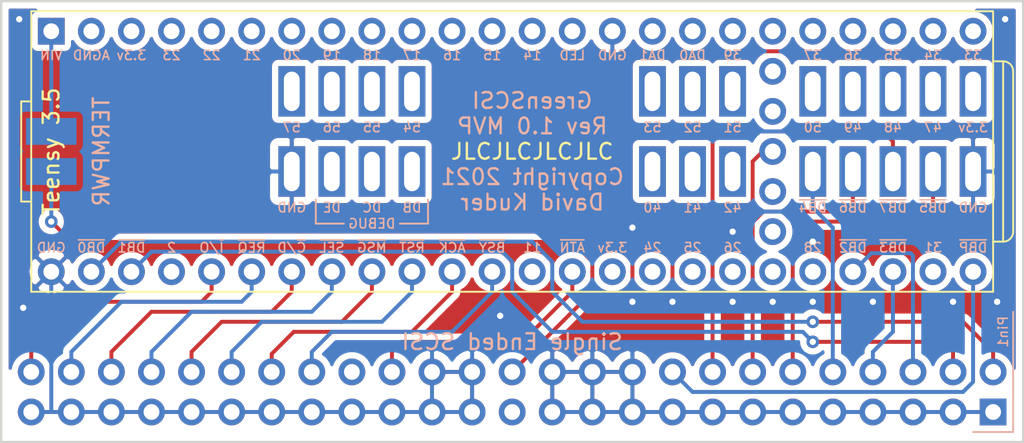
<source format=kicad_pcb>
(kicad_pcb (version 20171130) (host pcbnew "(5.1.10)-1")

  (general
    (thickness 1.6)
    (drawings 97)
    (tracks 137)
    (zones 0)
    (modules 11)
    (nets 23)
  )

  (page A4)
  (layers
    (0 F.Cu signal)
    (31 B.Cu signal)
    (32 B.Adhes user)
    (33 F.Adhes user)
    (34 B.Paste user)
    (35 F.Paste user)
    (36 B.SilkS user)
    (37 F.SilkS user)
    (38 B.Mask user)
    (39 F.Mask user)
    (40 Dwgs.User user)
    (41 Cmts.User user)
    (42 Eco1.User user)
    (43 Eco2.User user)
    (44 Edge.Cuts user)
    (45 Margin user)
    (46 B.CrtYd user hide)
    (47 F.CrtYd user hide)
    (48 B.Fab user hide)
    (49 F.Fab user hide)
  )

  (setup
    (last_trace_width 0.25)
    (trace_clearance 0.2)
    (zone_clearance 0.4)
    (zone_45_only no)
    (trace_min 0.2)
    (via_size 0.8)
    (via_drill 0.4)
    (via_min_size 0.4)
    (via_min_drill 0.3)
    (uvia_size 0.3)
    (uvia_drill 0.1)
    (uvias_allowed no)
    (uvia_min_size 0.2)
    (uvia_min_drill 0.1)
    (edge_width 0.05)
    (segment_width 0.2)
    (pcb_text_width 0.3)
    (pcb_text_size 1.5 1.5)
    (mod_edge_width 0.12)
    (mod_text_size 1 1)
    (mod_text_width 0.15)
    (pad_size 1.7 1.7)
    (pad_drill 1)
    (pad_to_mask_clearance 0)
    (aux_axis_origin 0 0)
    (visible_elements FFFFFF7F)
    (pcbplotparams
      (layerselection 0x010fc_ffffffff)
      (usegerberextensions true)
      (usegerberattributes false)
      (usegerberadvancedattributes false)
      (creategerberjobfile false)
      (excludeedgelayer true)
      (linewidth 0.100000)
      (plotframeref false)
      (viasonmask false)
      (mode 1)
      (useauxorigin false)
      (hpglpennumber 1)
      (hpglpenspeed 20)
      (hpglpendiameter 15.000000)
      (psnegative false)
      (psa4output false)
      (plotreference true)
      (plotvalue true)
      (plotinvisibletext false)
      (padsonsilk false)
      (subtractmaskfromsilk true)
      (outputformat 1)
      (mirror false)
      (drillshape 0)
      (scaleselection 1)
      (outputdirectory "GreenSCSI/"))
  )

  (net 0 "")
  (net 1 /+5V)
  (net 2 /TERMPWR)
  (net 3 /~DBP)
  (net 4 /~DB3)
  (net 5 /~DB2)
  (net 6 /~ATN)
  (net 7 /~BSY)
  (net 8 /~ACK)
  (net 9 /~RST)
  (net 10 /~MSG)
  (net 11 /~SEL)
  (net 12 /~C~\D)
  (net 13 /~REQ)
  (net 14 /~I~\O)
  (net 15 /~DB1)
  (net 16 /~DB0)
  (net 17 /GND)
  (net 18 /~DB5)
  (net 19 /~DB7)
  (net 20 /~DB6)
  (net 21 /~DB4)
  (net 22 "Net-(P4-Pad34)")

  (net_class Default "This is the default net class."
    (clearance 0.2)
    (trace_width 0.25)
    (via_dia 0.8)
    (via_drill 0.4)
    (uvia_dia 0.3)
    (uvia_drill 0.1)
    (add_net /+5V)
    (add_net /GND)
    (add_net /TERMPWR)
    (add_net /~ACK)
    (add_net /~ATN)
    (add_net /~BSY)
    (add_net /~C~\D)
    (add_net /~DB0)
    (add_net /~DB1)
    (add_net /~DB2)
    (add_net /~DB3)
    (add_net /~DB4)
    (add_net /~DB5)
    (add_net /~DB6)
    (add_net /~DB7)
    (add_net /~DBP)
    (add_net /~I~\O)
    (add_net /~MSG)
    (add_net /~REQ)
    (add_net /~RST)
    (add_net /~SEL)
    (add_net "Net-(P4-Pad34)")
  )

  (module Connector_PinHeader_2.54mm:PinHeader_1x04_P2.54mm_Vertical (layer F.Cu) (tedit 61983862) (tstamp 6198BD92)
    (at 69.85 93.98 90)
    (descr "Through hole straight pin header, 1x04, 2.54mm pitch, single row")
    (tags "Through hole pin header THT 1x04 2.54mm single row")
    (path /6198359E)
    (fp_text reference U1I (at 0 -2.33 90) (layer F.Fab) hide
      (effects (font (size 1 1) (thickness 0.15)))
    )
    (fp_text value Teensy (at 0 9.95 90) (layer F.Fab) hide
      (effects (font (size 1 1) (thickness 0.15)))
    )
    (fp_line (start -0.635 -1.27) (end 1.27 -1.27) (layer F.Fab) (width 0.1))
    (fp_line (start 1.27 -1.27) (end 1.27 8.89) (layer F.Fab) (width 0.1))
    (fp_line (start 1.27 8.89) (end -1.27 8.89) (layer F.Fab) (width 0.1))
    (fp_line (start -1.27 8.89) (end -1.27 -0.635) (layer F.Fab) (width 0.1))
    (fp_line (start -1.27 -0.635) (end -0.635 -1.27) (layer F.Fab) (width 0.1))
    (fp_line (start -1.33 8.95) (end 1.33 8.95) (layer F.Fab) (width 0.12))
    (fp_line (start -1.33 1.27) (end -1.33 8.95) (layer F.Fab) (width 0.12))
    (fp_line (start 1.33 1.27) (end 1.33 8.95) (layer F.Fab) (width 0.12))
    (fp_line (start -1.33 1.27) (end 1.33 1.27) (layer F.Fab) (width 0.12))
    (fp_line (start -1.33 0) (end -1.33 -1.33) (layer F.Fab) (width 0.12))
    (fp_line (start -1.33 -1.33) (end 0 -1.33) (layer F.Fab) (width 0.12))
    (fp_line (start -1.8 -1.8) (end -1.8 9.4) (layer F.CrtYd) (width 0.05))
    (fp_line (start -1.8 9.4) (end 1.8 9.4) (layer F.CrtYd) (width 0.05))
    (fp_line (start 1.8 9.4) (end 1.8 -1.8) (layer F.CrtYd) (width 0.05))
    (fp_line (start 1.8 -1.8) (end -1.8 -1.8) (layer F.CrtYd) (width 0.05))
    (fp_text user %R (at 0 3.81) (layer F.Fab) hide
      (effects (font (size 1 1) (thickness 0.15)))
    )
    (pad G thru_hole rect (at 0 0 90) (size 3.2 1.7) (drill oval 2.5 1) (layers *.Cu *.Mask)
      (net 17 /GND))
    (pad DE thru_hole rect (at 0 2.54 90) (size 3.2 1.7) (drill oval 2.5 1) (layers *.Cu *.Mask))
    (pad DC thru_hole rect (at 0 5.08 90) (size 3.2 1.7) (drill oval 2.5 1) (layers *.Cu *.Mask))
    (pad DB thru_hole rect (at 0 7.62 90) (size 3.2 1.7) (drill oval 2.5 1) (layers *.Cu *.Mask))
    (model ${KISYS3DMOD}/Connector_PinHeader_2.54mm.3dshapes/PinHeader_1x04_P2.54mm_Vertical.wrl
      (at (xyz 0 0 0))
      (scale (xyz 1 1 1))
      (rotate (xyz 0 0 0))
    )
  )

  (module Connector_PinHeader_2.54mm:PinHeader_1x04_P2.54mm_Vertical (layer F.Cu) (tedit 61982AB0) (tstamp 6198B11C)
    (at 69.85 88.9 90)
    (descr "Through hole straight pin header, 1x04, 2.54mm pitch, single row")
    (tags "Through hole pin header THT 1x04 2.54mm single row")
    (path /6198359E)
    (fp_text reference U1H (at 0 -2.33 90) (layer F.Fab) hide
      (effects (font (size 1 1) (thickness 0.15)))
    )
    (fp_text value Teensy (at 0 9.95 90) (layer F.Fab) hide
      (effects (font (size 1 1) (thickness 0.15)))
    )
    (fp_text user %R (at 0 3.81) (layer F.Fab) hide
      (effects (font (size 1 1) (thickness 0.15)))
    )
    (fp_line (start -0.635 -1.27) (end 1.27 -1.27) (layer F.Fab) (width 0.1))
    (fp_line (start 1.27 -1.27) (end 1.27 8.89) (layer F.Fab) (width 0.1))
    (fp_line (start 1.27 8.89) (end -1.27 8.89) (layer F.Fab) (width 0.1))
    (fp_line (start -1.27 8.89) (end -1.27 -0.635) (layer F.Fab) (width 0.1))
    (fp_line (start -1.27 -0.635) (end -0.635 -1.27) (layer F.Fab) (width 0.1))
    (fp_line (start -1.33 8.95) (end 1.33 8.95) (layer F.Fab) (width 0.12))
    (fp_line (start -1.33 1.27) (end -1.33 8.95) (layer F.Fab) (width 0.12))
    (fp_line (start 1.33 1.27) (end 1.33 8.95) (layer F.Fab) (width 0.12))
    (fp_line (start -1.33 1.27) (end 1.33 1.27) (layer F.Fab) (width 0.12))
    (fp_line (start -1.33 0) (end -1.33 -1.33) (layer F.Fab) (width 0.12))
    (fp_line (start -1.33 -1.33) (end 0 -1.33) (layer F.Fab) (width 0.12))
    (fp_line (start -1.8 -1.8) (end -1.8 9.4) (layer F.CrtYd) (width 0.05))
    (fp_line (start -1.8 9.4) (end 1.8 9.4) (layer F.CrtYd) (width 0.05))
    (fp_line (start 1.8 9.4) (end 1.8 -1.8) (layer F.CrtYd) (width 0.05))
    (fp_line (start 1.8 -1.8) (end -1.8 -1.8) (layer F.CrtYd) (width 0.05))
    (pad 54 thru_hole rect (at 0 7.62 90) (size 3.2 1.7) (drill oval 2.5 1) (layers *.Cu *.Mask))
    (pad 55 thru_hole rect (at 0 5.08 90) (size 3.2 1.7) (drill oval 2.5 1) (layers *.Cu *.Mask))
    (pad 56 thru_hole rect (at 0 2.54 90) (size 3.2 1.7) (drill oval 2.5 1) (layers *.Cu *.Mask))
    (pad 57 thru_hole rect (at 0 0 90) (size 3.2 1.7) (drill oval 2.5 1) (layers *.Cu *.Mask))
    (model ${KISYS3DMOD}/Connector_PinHeader_2.54mm.3dshapes/PinHeader_1x04_P2.54mm_Vertical.wrl
      (at (xyz 0 0 0))
      (scale (xyz 1 1 1))
      (rotate (xyz 0 0 0))
    )
  )

  (module Connector_PinHeader_2.54mm:PinHeader_1x05_P2.54mm_Vertical (layer F.Cu) (tedit 619827E1) (tstamp 6198B0E8)
    (at 102.87 88.9 90)
    (descr "Through hole straight pin header, 1x05, 2.54mm pitch, single row")
    (tags "Through hole pin header THT 1x05 2.54mm single row")
    (path /6198359E)
    (fp_text reference U1F (at 0 -2.33 90) (layer F.Fab) hide
      (effects (font (size 1 1) (thickness 0.15)))
    )
    (fp_text value Teensy (at 0 9.95 90) (layer F.Fab) hide
      (effects (font (size 1 1) (thickness 0.15)))
    )
    (fp_line (start -0.635 -1.27) (end 1.27 -1.27) (layer F.Fab) (width 0.1))
    (fp_line (start 1.27 -1.27) (end 1.27 11.43) (layer F.Fab) (width 0.1))
    (fp_line (start 1.27 11.43) (end -1.27 11.43) (layer F.Fab) (width 0.1))
    (fp_line (start -1.27 11.43) (end -1.27 -0.635) (layer F.Fab) (width 0.1))
    (fp_line (start -1.27 -0.635) (end -0.635 -1.27) (layer F.Fab) (width 0.1))
    (fp_line (start -1.33 11.49) (end 1.33 11.49) (layer F.Fab) (width 0.12))
    (fp_line (start -1.33 1.27) (end -1.33 11.49) (layer F.Fab) (width 0.12))
    (fp_line (start 1.33 1.27) (end 1.33 11.49) (layer F.Fab) (width 0.12))
    (fp_line (start -1.33 1.27) (end 1.33 1.27) (layer F.Fab) (width 0.12))
    (fp_line (start -1.33 0) (end -1.33 -1.33) (layer F.Fab) (width 0.12))
    (fp_line (start -1.33 -1.33) (end 0 -1.33) (layer F.Fab) (width 0.12))
    (fp_line (start -1.8 -1.8) (end -1.8 11.95) (layer F.CrtYd) (width 0.05))
    (fp_line (start -1.8 11.95) (end 1.8 11.95) (layer F.CrtYd) (width 0.05))
    (fp_line (start 1.8 11.95) (end 1.8 -1.8) (layer F.CrtYd) (width 0.05))
    (fp_line (start 1.8 -1.8) (end -1.8 -1.8) (layer F.CrtYd) (width 0.05))
    (fp_text user %R (at 0 3.81) (layer F.Fab) hide
      (effects (font (size 1 1) (thickness 0.15)))
    )
    (pad 50 thru_hole rect (at 0 0 90) (size 3.2 1.7) (drill oval 2.5 1) (layers *.Cu *.Mask))
    (pad 49 thru_hole rect (at 0 2.54 90) (size 3.2 1.7) (drill oval 2.5 1) (layers *.Cu *.Mask))
    (pad 48 thru_hole rect (at 0 5.08 90) (size 3.2 1.7) (drill oval 2.5 1) (layers *.Cu *.Mask))
    (pad 47 thru_hole rect (at 0 7.62 90) (size 3.2 1.7) (drill oval 2.5 1) (layers *.Cu *.Mask))
    (pad 3V3 thru_hole rect (at 0 10.16 90) (size 3.2 1.7) (drill oval 2.5 1) (layers *.Cu *.Mask))
    (model ${KISYS3DMOD}/Connector_PinHeader_2.54mm.3dshapes/PinHeader_1x05_P2.54mm_Vertical.wrl
      (at (xyz 0 0 0))
      (scale (xyz 1 1 1))
      (rotate (xyz 0 0 0))
    )
  )

  (module Connector_PinHeader_2.54mm:PinHeader_1x05_P2.54mm_Vertical (layer F.Cu) (tedit 61983869) (tstamp 6198A066)
    (at 102.87 93.98 90)
    (descr "Through hole straight pin header, 1x05, 2.54mm pitch, single row")
    (tags "Through hole pin header THT 1x05 2.54mm single row")
    (path /6198359E)
    (fp_text reference U1E (at 0 -2.33 90) (layer F.Fab) hide
      (effects (font (size 1 1) (thickness 0.15)))
    )
    (fp_text value Teensy (at 0 9.95 90) (layer F.Fab) hide
      (effects (font (size 1 1) (thickness 0.15)))
    )
    (fp_text user %R (at 0 3.81) (layer F.Fab) hide
      (effects (font (size 1 1) (thickness 0.15)))
    )
    (fp_line (start -0.635 -1.27) (end 1.27 -1.27) (layer F.Fab) (width 0.1))
    (fp_line (start 1.27 -1.27) (end 1.27 11.43) (layer F.Fab) (width 0.1))
    (fp_line (start 1.27 11.43) (end -1.27 11.43) (layer F.Fab) (width 0.1))
    (fp_line (start -1.27 11.43) (end -1.27 -0.635) (layer F.Fab) (width 0.1))
    (fp_line (start -1.27 -0.635) (end -0.635 -1.27) (layer F.Fab) (width 0.1))
    (fp_line (start -1.33 11.49) (end 1.33 11.49) (layer F.Fab) (width 0.12))
    (fp_line (start -1.33 1.27) (end -1.33 11.49) (layer F.Fab) (width 0.12))
    (fp_line (start 1.33 1.27) (end 1.33 11.49) (layer F.Fab) (width 0.12))
    (fp_line (start -1.33 1.27) (end 1.33 1.27) (layer F.Fab) (width 0.12))
    (fp_line (start -1.33 0) (end -1.33 -1.33) (layer F.Fab) (width 0.12))
    (fp_line (start -1.33 -1.33) (end 0 -1.33) (layer F.Fab) (width 0.12))
    (fp_line (start -1.8 -1.8) (end -1.8 11.95) (layer F.CrtYd) (width 0.05))
    (fp_line (start -1.8 11.95) (end 1.8 11.95) (layer F.CrtYd) (width 0.05))
    (fp_line (start 1.8 11.95) (end 1.8 -1.8) (layer F.CrtYd) (width 0.05))
    (fp_line (start 1.8 -1.8) (end -1.8 -1.8) (layer F.CrtYd) (width 0.05))
    (pad G thru_hole rect (at 0 10.16 90) (size 3.2 1.7) (drill oval 2.5 1) (layers *.Cu *.Mask)
      (net 17 /GND))
    (pad 46 thru_hole rect (at 0 7.62 90) (size 3.2 1.7) (drill oval 2.5 1) (layers *.Cu *.Mask)
      (net 18 /~DB5))
    (pad 45 thru_hole rect (at 0 5.08 90) (size 3.2 1.7) (drill oval 2.5 1) (layers *.Cu *.Mask)
      (net 19 /~DB7))
    (pad 44 thru_hole rect (at 0 2.54 90) (size 3.2 1.7) (drill oval 2.5 1) (layers *.Cu *.Mask)
      (net 20 /~DB6))
    (pad 43 thru_hole rect (at 0 0 90) (size 3.2 1.7) (drill oval 2.5 1) (layers *.Cu *.Mask)
      (net 21 /~DB4))
    (model ${KISYS3DMOD}/Connector_PinHeader_2.54mm.3dshapes/PinHeader_1x05_P2.54mm_Vertical.wrl
      (at (xyz 0 0 0))
      (scale (xyz 1 1 1))
      (rotate (xyz 0 0 0))
    )
  )

  (module Connector_PinHeader_2.54mm:PinHeader_1x03_P2.54mm_Vertical (layer F.Cu) (tedit 619827AC) (tstamp 6198AFCF)
    (at 92.71 93.98 90)
    (descr "Through hole straight pin header, 1x03, 2.54mm pitch, single row")
    (tags "Through hole pin header THT 1x03 2.54mm single row")
    (path /6198359E)
    (fp_text reference U1D (at 0 -2.33 90) (layer F.Fab) hide
      (effects (font (size 1 1) (thickness 0.15)))
    )
    (fp_text value Teensy (at 0 9.95 90) (layer F.Fab) hide
      (effects (font (size 1 1) (thickness 0.15)))
    )
    (fp_line (start -0.635 -1.27) (end 1.27 -1.27) (layer F.Fab) (width 0.1))
    (fp_line (start 1.27 -1.27) (end 1.27 6.35) (layer F.Fab) (width 0.1))
    (fp_line (start 1.27 6.35) (end -1.27 6.35) (layer F.Fab) (width 0.1))
    (fp_line (start -1.27 6.35) (end -1.27 -0.635) (layer F.Fab) (width 0.1))
    (fp_line (start -1.27 -0.635) (end -0.635 -1.27) (layer F.Fab) (width 0.1))
    (fp_line (start -1.33 6.41) (end 1.33 6.41) (layer F.Fab) (width 0.12))
    (fp_line (start -1.33 1.27) (end -1.33 6.41) (layer F.Fab) (width 0.12))
    (fp_line (start 1.33 1.27) (end 1.33 6.41) (layer F.Fab) (width 0.12))
    (fp_line (start -1.33 1.27) (end 1.33 1.27) (layer F.Fab) (width 0.12))
    (fp_line (start -1.33 0) (end -1.33 -1.33) (layer F.Fab) (width 0.12))
    (fp_line (start -1.33 -1.33) (end 0 -1.33) (layer F.Fab) (width 0.12))
    (fp_line (start -1.8 -1.8) (end -1.8 6.85) (layer F.CrtYd) (width 0.05))
    (fp_line (start -1.8 6.85) (end 1.8 6.85) (layer F.CrtYd) (width 0.05))
    (fp_line (start 1.8 6.85) (end 1.8 -1.8) (layer F.CrtYd) (width 0.05))
    (fp_line (start 1.8 -1.8) (end -1.8 -1.8) (layer F.CrtYd) (width 0.05))
    (fp_text user %R (at 0 3.81) (layer F.Fab) hide
      (effects (font (size 1 1) (thickness 0.15)))
    )
    (pad 40 thru_hole rect (at 0 0 90) (size 3.2 1.7) (drill oval 2.5 1) (layers *.Cu *.Mask))
    (pad 41 thru_hole rect (at 0 2.54 90) (size 3.2 1.7) (drill oval 2.5 1) (layers *.Cu *.Mask))
    (pad 42 thru_hole rect (at 0 5.08 90) (size 3.2 1.7) (drill oval 2.5 1) (layers *.Cu *.Mask))
    (model ${KISYS3DMOD}/Connector_PinHeader_2.54mm.3dshapes/PinHeader_1x03_P2.54mm_Vertical.wrl
      (at (xyz 0 0 0))
      (scale (xyz 1 1 1))
      (rotate (xyz 0 0 0))
    )
  )

  (module Connector_PinHeader_2.54mm:PinHeader_1x03_P2.54mm_Vertical (layer F.Cu) (tedit 619827BD) (tstamp 6198AED8)
    (at 92.71 88.9 90)
    (descr "Through hole straight pin header, 1x03, 2.54mm pitch, single row")
    (tags "Through hole pin header THT 1x03 2.54mm single row")
    (path /6198359E)
    (fp_text reference U1G (at 0 -2.33 90) (layer F.Fab) hide
      (effects (font (size 1 1) (thickness 0.15)))
    )
    (fp_text value Teensy (at 0 9.95 90) (layer F.Fab) hide
      (effects (font (size 1 1) (thickness 0.15)))
    )
    (fp_text user %R (at 0 3.81) (layer F.Fab) hide
      (effects (font (size 1 1) (thickness 0.15)))
    )
    (fp_line (start -0.635 -1.27) (end 1.27 -1.27) (layer F.Fab) (width 0.1))
    (fp_line (start 1.27 -1.27) (end 1.27 6.35) (layer F.Fab) (width 0.1))
    (fp_line (start 1.27 6.35) (end -1.27 6.35) (layer F.Fab) (width 0.1))
    (fp_line (start -1.27 6.35) (end -1.27 -0.635) (layer F.Fab) (width 0.1))
    (fp_line (start -1.27 -0.635) (end -0.635 -1.27) (layer F.Fab) (width 0.1))
    (fp_line (start -1.33 6.41) (end 1.33 6.41) (layer F.Fab) (width 0.12))
    (fp_line (start -1.33 1.27) (end -1.33 6.41) (layer F.Fab) (width 0.12))
    (fp_line (start 1.33 1.27) (end 1.33 6.41) (layer F.Fab) (width 0.12))
    (fp_line (start -1.33 1.27) (end 1.33 1.27) (layer F.Fab) (width 0.12))
    (fp_line (start -1.33 0) (end -1.33 -1.33) (layer F.Fab) (width 0.12))
    (fp_line (start -1.33 -1.33) (end 0 -1.33) (layer F.Fab) (width 0.12))
    (fp_line (start -1.8 -1.8) (end -1.8 6.85) (layer F.CrtYd) (width 0.05))
    (fp_line (start -1.8 6.85) (end 1.8 6.85) (layer F.CrtYd) (width 0.05))
    (fp_line (start 1.8 6.85) (end 1.8 -1.8) (layer F.CrtYd) (width 0.05))
    (fp_line (start 1.8 -1.8) (end -1.8 -1.8) (layer F.CrtYd) (width 0.05))
    (pad 51 thru_hole rect (at 0 5.08 90) (size 3.2 1.7) (drill oval 2.5 1) (layers *.Cu *.Mask))
    (pad 52 thru_hole rect (at 0 2.54 90) (size 3.2 1.7) (drill oval 2.5 1) (layers *.Cu *.Mask))
    (pad 53 thru_hole rect (at 0 0 90) (size 3.2 1.7) (drill oval 2.5 1) (layers *.Cu *.Mask))
    (model ${KISYS3DMOD}/Connector_PinHeader_2.54mm.3dshapes/PinHeader_1x03_P2.54mm_Vertical.wrl
      (at (xyz 0 0 0))
      (scale (xyz 1 1 1))
      (rotate (xyz 0 0 0))
    )
  )

  (module Connector_PinHeader_2.54mm:PinHeader_1x24_P2.54mm_Vertical (layer F.Cu) (tedit 61983874) (tstamp 6198BCBE)
    (at 54.61 85.09 90)
    (descr "Through hole straight pin header, 1x24, 2.54mm pitch, single row")
    (tags "Through hole pin header THT 1x24 2.54mm single row")
    (path /61984761)
    (fp_text reference U1B (at 0 -2.33 90) (layer F.Fab) hide
      (effects (font (size 1 1) (thickness 0.15)))
    )
    (fp_text value Teensy (at -2.54 26.67 180) (layer F.Fab) hide
      (effects (font (size 1 1) (thickness 0.15)))
    )
    (fp_text user %R (at 0 26.67) (layer F.Fab) hide
      (effects (font (size 1 1) (thickness 0.15)))
    )
    (fp_line (start -0.635 -1.27) (end 1.27 -1.27) (layer F.Fab) (width 0.1))
    (fp_line (start 1.27 -1.27) (end 1.27 59.69) (layer F.Fab) (width 0.1))
    (fp_line (start 1.27 59.69) (end -1.27 59.69) (layer F.Fab) (width 0.1))
    (fp_line (start -1.27 59.69) (end -1.27 -0.635) (layer F.Fab) (width 0.1))
    (fp_line (start -1.27 -0.635) (end -0.635 -1.27) (layer F.Fab) (width 0.1))
    (fp_line (start -1.33 59.75) (end 1.33 59.75) (layer F.Fab) (width 0.12))
    (fp_line (start -1.33 1.27) (end -1.33 59.75) (layer F.Fab) (width 0.12))
    (fp_line (start 1.33 1.27) (end 1.33 59.75) (layer F.Fab) (width 0.12))
    (fp_line (start -1.33 1.27) (end 1.33 1.27) (layer F.Fab) (width 0.12))
    (fp_line (start -1.33 0) (end -1.33 -1.33) (layer F.Fab) (width 0.12))
    (fp_line (start -1.33 -1.33) (end 0 -1.33) (layer F.Fab) (width 0.12))
    (fp_line (start -1.8 -1.8) (end -1.8 60.2) (layer F.CrtYd) (width 0.05))
    (fp_line (start -1.8 60.2) (end 1.8 60.2) (layer F.CrtYd) (width 0.05))
    (fp_line (start 1.8 60.2) (end 1.8 -1.8) (layer F.CrtYd) (width 0.05))
    (fp_line (start 1.8 -1.8) (end -1.8 -1.8) (layer F.CrtYd) (width 0.05))
    (pad 33 thru_hole oval (at 0 58.42 90) (size 1.7 1.7) (drill 1) (layers *.Cu *.Mask))
    (pad 34 thru_hole oval (at 0 55.88 90) (size 1.7 1.7) (drill 1) (layers *.Cu *.Mask))
    (pad 35 thru_hole oval (at 0 53.34 90) (size 1.7 1.7) (drill 1) (layers *.Cu *.Mask))
    (pad 36 thru_hole oval (at 0 50.8 90) (size 1.7 1.7) (drill 1) (layers *.Cu *.Mask))
    (pad 37 thru_hole oval (at 0 48.26 90) (size 1.7 1.7) (drill 1) (layers *.Cu *.Mask))
    (pad 38 thru_hole oval (at 0 45.72 90) (size 1.7 1.7) (drill 1) (layers *.Cu *.Mask))
    (pad 39 thru_hole oval (at 0 43.18 90) (size 1.7 1.7) (drill 1) (layers *.Cu *.Mask))
    (pad DA0 thru_hole oval (at 0 40.64 90) (size 1.7 1.7) (drill 1) (layers *.Cu *.Mask))
    (pad DA1 thru_hole oval (at 0 38.1 90) (size 1.7 1.7) (drill 1) (layers *.Cu *.Mask))
    (pad G thru_hole oval (at 0 35.56 90) (size 1.7 1.7) (drill 1) (layers *.Cu *.Mask)
      (net 17 /GND))
    (pad 13 thru_hole oval (at 0 33.02 90) (size 1.7 1.7) (drill 1) (layers *.Cu *.Mask))
    (pad 14 thru_hole oval (at 0 30.48 90) (size 1.7 1.7) (drill 1) (layers *.Cu *.Mask))
    (pad 15 thru_hole oval (at 0 27.94 90) (size 1.7 1.7) (drill 1) (layers *.Cu *.Mask))
    (pad 16 thru_hole oval (at 0 25.4 90) (size 1.7 1.7) (drill 1) (layers *.Cu *.Mask))
    (pad 17 thru_hole oval (at 0 22.86 90) (size 1.7 1.7) (drill 1) (layers *.Cu *.Mask))
    (pad 18 thru_hole oval (at 0 20.32 90) (size 1.7 1.7) (drill 1) (layers *.Cu *.Mask))
    (pad 19 thru_hole oval (at 0 17.78 90) (size 1.7 1.7) (drill 1) (layers *.Cu *.Mask))
    (pad 20 thru_hole oval (at 0 15.24 90) (size 1.7 1.7) (drill 1) (layers *.Cu *.Mask))
    (pad 21 thru_hole oval (at 0 12.7 90) (size 1.7 1.7) (drill 1) (layers *.Cu *.Mask))
    (pad 22 thru_hole oval (at 0 10.16 90) (size 1.7 1.7) (drill 1) (layers *.Cu *.Mask))
    (pad 23 thru_hole oval (at 0 7.62 90) (size 1.7 1.7) (drill 1) (layers *.Cu *.Mask))
    (pad 3V3 thru_hole oval (at 0 5.08 90) (size 1.7 1.7) (drill 1) (layers *.Cu *.Mask))
    (pad AG thru_hole oval (at 0 2.54 90) (size 1.7 1.7) (drill 1) (layers *.Cu *.Mask))
    (pad 5V thru_hole rect (at 0 0 90) (size 1.7 1.7) (drill 1) (layers *.Cu *.Mask)
      (net 1 /+5V))
    (model ${KISYS3DMOD}/Connector_PinHeader_2.54mm.3dshapes/PinHeader_1x24_P2.54mm_Vertical.wrl
      (at (xyz 0 0 0))
      (scale (xyz 1 1 1))
      (rotate (xyz 0 0 0))
    )
  )

  (module Connector_PinHeader_2.54mm:PinHeader_1x24_P2.54mm_Vertical (layer F.Cu) (tedit 61982F2F) (tstamp 6198C0E6)
    (at 54.61 100.33 90)
    (descr "Through hole straight pin header, 1x24, 2.54mm pitch, single row")
    (tags "Through hole pin header THT 1x24 2.54mm single row")
    (path /61983D48)
    (fp_text reference U1A (at 0 -2.33 90) (layer F.Fab) hide
      (effects (font (size 1 1) (thickness 0.15)))
    )
    (fp_text value "Teensy 3.5" (at 7.62 0 270) (layer F.SilkS)
      (effects (font (size 1 1) (thickness 0.15)))
    )
    (fp_text user %R (at 0 26.67) (layer F.Fab)
      (effects (font (size 1 1) (thickness 0.15)))
    )
    (fp_line (start -0.635 -1.27) (end 1.27 -1.27) (layer F.Fab) (width 0.1))
    (fp_line (start 1.27 -1.27) (end 1.27 59.69) (layer F.Fab) (width 0.1))
    (fp_line (start 1.27 59.69) (end -1.27 59.69) (layer F.Fab) (width 0.1))
    (fp_line (start -1.27 59.69) (end -1.27 -0.635) (layer F.Fab) (width 0.1))
    (fp_line (start -1.27 -0.635) (end -0.635 -1.27) (layer F.Fab) (width 0.1))
    (fp_line (start -1.33 59.75) (end 1.33 59.75) (layer F.Fab) (width 0.12))
    (fp_line (start -1.33 1.27) (end -1.33 59.75) (layer F.Fab) (width 0.12))
    (fp_line (start 1.33 1.27) (end 1.33 59.75) (layer F.Fab) (width 0.12))
    (fp_line (start -1.33 1.27) (end 1.33 1.27) (layer F.Fab) (width 0.12))
    (fp_line (start -1.33 0) (end -1.33 -1.33) (layer F.Fab) (width 0.12))
    (fp_line (start -1.33 -1.33) (end 0 -1.33) (layer F.Fab) (width 0.12))
    (fp_line (start -1.8 -1.8) (end -1.8 60.2) (layer F.CrtYd) (width 0.05))
    (fp_line (start -1.8 60.2) (end 1.8 60.2) (layer F.CrtYd) (width 0.05))
    (fp_line (start 1.8 60.2) (end 1.8 -1.8) (layer F.CrtYd) (width 0.05))
    (fp_line (start 1.8 -1.8) (end -1.8 -1.8) (layer F.CrtYd) (width 0.05))
    (pad 32 thru_hole oval (at 0 58.42 90) (size 1.7 1.7) (drill 1) (layers *.Cu *.Mask)
      (net 3 /~DBP))
    (pad 31 thru_hole oval (at 0 55.88 90) (size 1.7 1.7) (drill 1) (layers *.Cu *.Mask))
    (pad 30 thru_hole oval (at 0 53.34 90) (size 1.7 1.7) (drill 1) (layers *.Cu *.Mask)
      (net 4 /~DB3))
    (pad 29 thru_hole oval (at 0 50.8 90) (size 1.7 1.7) (drill 1) (layers *.Cu *.Mask)
      (net 5 /~DB2))
    (pad 28 thru_hole oval (at 0 48.26 90) (size 1.7 1.7) (drill 1) (layers *.Cu *.Mask))
    (pad 27 thru_hole oval (at 0 45.72 90) (size 1.7 1.7) (drill 1) (layers *.Cu *.Mask))
    (pad 26 thru_hole oval (at 0 43.18 90) (size 1.7 1.7) (drill 1) (layers *.Cu *.Mask))
    (pad 25 thru_hole oval (at 0 40.64 90) (size 1.7 1.7) (drill 1) (layers *.Cu *.Mask))
    (pad 24 thru_hole oval (at 0 38.1 90) (size 1.7 1.7) (drill 1) (layers *.Cu *.Mask))
    (pad 3V3 thru_hole oval (at 0 35.56 90) (size 1.7 1.7) (drill 1) (layers *.Cu *.Mask))
    (pad 12 thru_hole oval (at 0 33.02 90) (size 1.7 1.7) (drill 1) (layers *.Cu *.Mask)
      (net 6 /~ATN))
    (pad 11 thru_hole oval (at 0 30.48 90) (size 1.7 1.7) (drill 1) (layers *.Cu *.Mask))
    (pad 10 thru_hole oval (at 0 27.94 90) (size 1.7 1.7) (drill 1) (layers *.Cu *.Mask)
      (net 7 /~BSY))
    (pad 9 thru_hole oval (at 0 25.4 90) (size 1.7 1.7) (drill 1) (layers *.Cu *.Mask)
      (net 8 /~ACK))
    (pad 8 thru_hole oval (at 0 22.86 90) (size 1.7 1.7) (drill 1) (layers *.Cu *.Mask)
      (net 9 /~RST))
    (pad 7 thru_hole oval (at 0 20.32 90) (size 1.7 1.7) (drill 1) (layers *.Cu *.Mask)
      (net 10 /~MSG))
    (pad 6 thru_hole oval (at 0 17.78 90) (size 1.7 1.7) (drill 1) (layers *.Cu *.Mask)
      (net 11 /~SEL))
    (pad 5 thru_hole oval (at 0 15.24 90) (size 1.7 1.7) (drill 1) (layers *.Cu *.Mask)
      (net 12 /~C~\D))
    (pad 4 thru_hole oval (at 0 12.7 90) (size 1.7 1.7) (drill 1) (layers *.Cu *.Mask)
      (net 13 /~REQ))
    (pad 3 thru_hole oval (at 0 10.16 90) (size 1.7 1.7) (drill 1) (layers *.Cu *.Mask)
      (net 14 /~I~\O))
    (pad 2 thru_hole oval (at 0 7.62 90) (size 1.7 1.7) (drill 1) (layers *.Cu *.Mask))
    (pad 1 thru_hole oval (at 0 5.08 90) (size 1.7 1.7) (drill 1) (layers *.Cu *.Mask)
      (net 15 /~DB1))
    (pad 0 thru_hole oval (at 0 2.54 90) (size 1.7 1.7) (drill 1) (layers *.Cu *.Mask)
      (net 16 /~DB0))
    (pad G thru_hole circle (at 0 0 90) (size 1.7 1.7) (drill 1) (layers *.Cu *.Mask)
      (net 17 /GND))
    (model ${KISYS3DMOD}/Connector_PinHeader_2.54mm.3dshapes/PinHeader_1x24_P2.54mm_Vertical.wrl
      (at (xyz 0 0 0))
      (scale (xyz 1 1 1))
      (rotate (xyz 0 0 0))
    )
  )

  (module Connector_PinHeader_2.54mm:PinHeader_1x05_P2.54mm_Vertical (layer F.Cu) (tedit 61983AA5) (tstamp 6198A92D)
    (at 100.33 97.79 180)
    (descr "Through hole straight pin header, 1x05, 2.54mm pitch, single row")
    (tags "Through hole pin header THT 1x05 2.54mm single row")
    (path /6198359E)
    (fp_text reference U1C (at 0 -2.33) (layer F.Fab) hide
      (effects (font (size 1 1) (thickness 0.15)))
    )
    (fp_text value Teensy (at 0 9.95) (layer F.Fab) hide
      (effects (font (size 1 1) (thickness 0.15)))
    )
    (fp_text user %R (at 0 3.81 90) (layer F.Fab) hide
      (effects (font (size 1 1) (thickness 0.15)))
    )
    (fp_line (start -0.635 -1.27) (end 1.27 -1.27) (layer F.Fab) (width 0.1))
    (fp_line (start 1.27 -1.27) (end 1.27 11.43) (layer F.Fab) (width 0.1))
    (fp_line (start 1.27 11.43) (end -1.27 11.43) (layer F.Fab) (width 0.1))
    (fp_line (start -1.27 11.43) (end -1.27 -0.635) (layer F.Fab) (width 0.1))
    (fp_line (start -1.27 -0.635) (end -0.635 -1.27) (layer F.Fab) (width 0.1))
    (fp_line (start -1.33 11.49) (end 1.33 11.49) (layer F.Fab) (width 0.12))
    (fp_line (start -1.33 1.27) (end -1.33 11.49) (layer F.Fab) (width 0.12))
    (fp_line (start 1.33 1.27) (end 1.33 11.49) (layer F.Fab) (width 0.12))
    (fp_line (start -1.33 1.27) (end 1.33 1.27) (layer F.Fab) (width 0.12))
    (fp_line (start -1.33 0) (end -1.33 -1.33) (layer F.Fab) (width 0.12))
    (fp_line (start -1.33 -1.33) (end 0 -1.33) (layer F.Fab) (width 0.12))
    (fp_line (start -1.8 -1.8) (end -1.8 11.95) (layer F.CrtYd) (width 0.05))
    (fp_line (start -1.8 11.95) (end 1.8 11.95) (layer F.CrtYd) (width 0.05))
    (fp_line (start 1.8 11.95) (end 1.8 -1.8) (layer F.CrtYd) (width 0.05))
    (fp_line (start 1.8 -1.8) (end -1.8 -1.8) (layer F.CrtYd) (width 0.05))
    (pad B+ thru_hole oval (at 0 10.16 180) (size 1.7 1.7) (drill 1) (layers *.Cu *.Mask))
    (pad 3V3 thru_hole oval (at 0 7.62 180) (size 1.7 1.7) (drill 1) (layers *.Cu *.Mask))
    (pad G thru_hole oval (at 0 5.08 180) (size 1.7 1.7) (drill 1) (layers *.Cu *.Mask)
      (net 17 /GND))
    (pad P thru_hole oval (at 0 2.54 180) (size 1.7 1.7) (drill 1) (layers *.Cu *.Mask))
    (pad R thru_hole circle (at 0 0 180) (size 1.7 1.7) (drill 1) (layers *.Cu *.Mask))
    (model ${KISYS3DMOD}/Connector_PinHeader_2.54mm.3dshapes/PinHeader_1x05_P2.54mm_Vertical.wrl
      (at (xyz 0 0 0))
      (scale (xyz 1 1 1))
      (rotate (xyz 0 0 0))
    )
  )

  (module Connector_PinHeader_2.54mm:PinHeader_2x25_P2.54mm_Vertical (layer B.Cu) (tedit 6198402E) (tstamp 6198891C)
    (at 114.3 109.22 90)
    (descr "Through hole straight pin header, 2x25, 2.54mm pitch, double rows")
    (tags "Through hole pin header THT 2x25 2.54mm double row")
    (path /61981AC2)
    (fp_text reference P4 (at 5.08 0) (layer B.SilkS) hide
      (effects (font (size 1 1) (thickness 0.15)) (justify mirror))
    )
    (fp_text value "Single Ended SCSI" (at 4.445 -30.48) (layer B.SilkS)
      (effects (font (size 1 1) (thickness 0.15)) (justify mirror))
    )
    (fp_text user %R (at 5.31 -30.48) (layer B.Fab) hide
      (effects (font (size 1 1) (thickness 0.15)) (justify mirror))
    )
    (fp_line (start 0 1.27) (end 3.81 1.27) (layer B.Fab) (width 0.1))
    (fp_line (start 3.81 1.27) (end 3.81 -62.23) (layer B.Fab) (width 0.1))
    (fp_line (start 3.81 -62.23) (end -1.27 -62.23) (layer B.Fab) (width 0.1))
    (fp_line (start -1.27 -62.23) (end -1.27 0) (layer B.Fab) (width 0.1))
    (fp_line (start -1.27 0) (end 0 1.27) (layer B.Fab) (width 0.1))
    (fp_line (start -1.33 -62.29) (end 3.87 -62.29) (layer B.Fab) (width 0.12))
    (fp_line (start -1.33 -1.27) (end -1.33 -62.29) (layer B.Fab) (width 0.12))
    (fp_line (start 3.87 1.33) (end 3.87 -62.29) (layer B.Fab) (width 0.12))
    (fp_line (start -1.33 -1.27) (end 1.27 -1.27) (layer B.Fab) (width 0.12))
    (fp_line (start 1.27 -1.27) (end 1.27 1.33) (layer B.Fab) (width 0.12))
    (fp_line (start 1.27 1.33) (end 3.87 1.33) (layer B.Fab) (width 0.12))
    (fp_line (start -1.33 0) (end -1.33 1.33) (layer B.Fab) (width 0.12))
    (fp_line (start -1.33 1.33) (end 0 1.33) (layer B.Fab) (width 0.12))
    (fp_line (start -1.8 1.8) (end -1.8 -62.75) (layer B.CrtYd) (width 0.05))
    (fp_line (start -1.8 -62.75) (end 4.35 -62.75) (layer B.CrtYd) (width 0.05))
    (fp_line (start 4.35 -62.75) (end 4.35 1.8) (layer B.CrtYd) (width 0.05))
    (fp_line (start 4.35 1.8) (end -1.8 1.8) (layer B.CrtYd) (width 0.05))
    (pad 50 thru_hole oval (at 2.54 -60.96 90) (size 1.7 1.7) (drill 1) (layers *.Cu *.Mask)
      (net 14 /~I~\O))
    (pad 49 thru_hole oval (at 0 -60.96 90) (size 1.7 1.7) (drill 1) (layers *.Cu *.Mask)
      (net 17 /GND))
    (pad 48 thru_hole oval (at 2.54 -58.42 90) (size 1.7 1.7) (drill 1) (layers *.Cu *.Mask)
      (net 13 /~REQ))
    (pad 47 thru_hole oval (at 0 -58.42 90) (size 1.7 1.7) (drill 1) (layers *.Cu *.Mask)
      (net 17 /GND))
    (pad 46 thru_hole oval (at 2.54 -55.88 90) (size 1.7 1.7) (drill 1) (layers *.Cu *.Mask)
      (net 12 /~C~\D))
    (pad 45 thru_hole oval (at 0 -55.88 90) (size 1.7 1.7) (drill 1) (layers *.Cu *.Mask)
      (net 17 /GND))
    (pad 44 thru_hole oval (at 2.54 -53.34 90) (size 1.7 1.7) (drill 1) (layers *.Cu *.Mask)
      (net 11 /~SEL))
    (pad 43 thru_hole oval (at 0 -53.34 90) (size 1.7 1.7) (drill 1) (layers *.Cu *.Mask)
      (net 17 /GND))
    (pad 42 thru_hole oval (at 2.54 -50.8 90) (size 1.7 1.7) (drill 1) (layers *.Cu *.Mask)
      (net 10 /~MSG))
    (pad 41 thru_hole oval (at 0 -50.8 90) (size 1.7 1.7) (drill 1) (layers *.Cu *.Mask)
      (net 17 /GND))
    (pad 40 thru_hole oval (at 2.54 -48.26 90) (size 1.7 1.7) (drill 1) (layers *.Cu *.Mask)
      (net 9 /~RST))
    (pad 39 thru_hole oval (at 0 -48.26 90) (size 1.7 1.7) (drill 1) (layers *.Cu *.Mask)
      (net 17 /GND))
    (pad 38 thru_hole oval (at 2.54 -45.72 90) (size 1.7 1.7) (drill 1) (layers *.Cu *.Mask)
      (net 8 /~ACK))
    (pad 37 thru_hole oval (at 0 -45.72 90) (size 1.7 1.7) (drill 1) (layers *.Cu *.Mask)
      (net 17 /GND))
    (pad 36 thru_hole oval (at 2.54 -43.18 90) (size 1.7 1.7) (drill 1) (layers *.Cu *.Mask)
      (net 7 /~BSY))
    (pad 35 thru_hole oval (at 0 -43.18 90) (size 1.7 1.7) (drill 1) (layers *.Cu *.Mask)
      (net 17 /GND))
    (pad 34 thru_hole oval (at 2.54 -40.64 90) (size 1.7 1.7) (drill 1) (layers *.Cu *.Mask)
      (net 22 "Net-(P4-Pad34)"))
    (pad 33 thru_hole oval (at 0 -40.64 90) (size 1.7 1.7) (drill 1) (layers *.Cu *.Mask)
      (net 17 /GND))
    (pad 32 thru_hole oval (at 2.54 -38.1 90) (size 1.7 1.7) (drill 1) (layers *.Cu *.Mask)
      (net 6 /~ATN))
    (pad 31 thru_hole oval (at 0 -38.1 90) (size 1.7 1.7) (drill 1) (layers *.Cu *.Mask)
      (net 17 /GND))
    (pad 30 thru_hole oval (at 2.54 -35.56 90) (size 1.7 1.7) (drill 1) (layers *.Cu *.Mask)
      (net 17 /GND))
    (pad 29 thru_hole oval (at 0 -35.56 90) (size 1.7 1.7) (drill 1) (layers *.Cu *.Mask)
      (net 17 /GND))
    (pad 28 thru_hole oval (at 2.54 -33.02 90) (size 1.7 1.7) (drill 1) (layers *.Cu *.Mask)
      (net 17 /GND))
    (pad 27 thru_hole oval (at 0 -33.02 90) (size 1.7 1.7) (drill 1) (layers *.Cu *.Mask)
      (net 17 /GND))
    (pad 26 thru_hole oval (at 2.54 -30.48 90) (size 1.7 1.7) (drill 1) (layers *.Cu *.Mask)
      (net 2 /TERMPWR))
    (pad 25 thru_hole oval (at 0 -30.48 90) (size 1.7 1.7) (drill 1) (layers *.Cu *.Mask))
    (pad 24 thru_hole oval (at 2.54 -27.94 90) (size 1.7 1.7) (drill 1) (layers *.Cu *.Mask)
      (net 17 /GND))
    (pad 23 thru_hole oval (at 0 -27.94 90) (size 1.7 1.7) (drill 1) (layers *.Cu *.Mask)
      (net 17 /GND))
    (pad 22 thru_hole oval (at 2.54 -25.4 90) (size 1.7 1.7) (drill 1) (layers *.Cu *.Mask)
      (net 17 /GND))
    (pad 21 thru_hole oval (at 0 -25.4 90) (size 1.7 1.7) (drill 1) (layers *.Cu *.Mask)
      (net 17 /GND))
    (pad 20 thru_hole oval (at 2.54 -22.86 90) (size 1.7 1.7) (drill 1) (layers *.Cu *.Mask)
      (net 17 /GND))
    (pad 19 thru_hole oval (at 0 -22.86 90) (size 1.7 1.7) (drill 1) (layers *.Cu *.Mask)
      (net 17 /GND))
    (pad 18 thru_hole oval (at 2.54 -20.32 90) (size 1.7 1.7) (drill 1) (layers *.Cu *.Mask)
      (net 3 /~DBP))
    (pad 17 thru_hole oval (at 0 -20.32 90) (size 1.7 1.7) (drill 1) (layers *.Cu *.Mask)
      (net 17 /GND))
    (pad 16 thru_hole oval (at 2.54 -17.78 90) (size 1.7 1.7) (drill 1) (layers *.Cu *.Mask)
      (net 19 /~DB7))
    (pad 15 thru_hole oval (at 0 -17.78 90) (size 1.7 1.7) (drill 1) (layers *.Cu *.Mask)
      (net 17 /GND))
    (pad 14 thru_hole oval (at 2.54 -15.24 90) (size 1.7 1.7) (drill 1) (layers *.Cu *.Mask)
      (net 20 /~DB6))
    (pad 13 thru_hole oval (at 0 -15.24 90) (size 1.7 1.7) (drill 1) (layers *.Cu *.Mask)
      (net 17 /GND))
    (pad 12 thru_hole oval (at 2.54 -12.7 90) (size 1.7 1.7) (drill 1) (layers *.Cu *.Mask)
      (net 18 /~DB5))
    (pad 11 thru_hole oval (at 0 -12.7 90) (size 1.7 1.7) (drill 1) (layers *.Cu *.Mask)
      (net 17 /GND))
    (pad 10 thru_hole oval (at 2.54 -10.16 90) (size 1.7 1.7) (drill 1) (layers *.Cu *.Mask)
      (net 21 /~DB4))
    (pad 9 thru_hole oval (at 0 -10.16 90) (size 1.7 1.7) (drill 1) (layers *.Cu *.Mask)
      (net 17 /GND))
    (pad 8 thru_hole oval (at 2.54 -7.62 90) (size 1.7 1.7) (drill 1) (layers *.Cu *.Mask)
      (net 4 /~DB3))
    (pad 7 thru_hole oval (at 0 -7.62 90) (size 1.7 1.7) (drill 1) (layers *.Cu *.Mask)
      (net 17 /GND))
    (pad 6 thru_hole oval (at 2.54 -5.08 90) (size 1.7 1.7) (drill 1) (layers *.Cu *.Mask)
      (net 5 /~DB2))
    (pad 5 thru_hole oval (at 0 -5.08 90) (size 1.7 1.7) (drill 1) (layers *.Cu *.Mask)
      (net 17 /GND))
    (pad 4 thru_hole oval (at 2.54 -2.54 90) (size 1.7 1.7) (drill 1) (layers *.Cu *.Mask)
      (net 15 /~DB1))
    (pad 3 thru_hole oval (at 0 -2.54 90) (size 1.7 1.7) (drill 1) (layers *.Cu *.Mask)
      (net 17 /GND))
    (pad 2 thru_hole oval (at 2.54 0 90) (size 1.7 1.7) (drill 1) (layers *.Cu *.Mask)
      (net 16 /~DB0))
    (pad 1 thru_hole rect (at 0 0 90) (size 1.7 1.7) (drill 1) (layers *.Cu *.Mask)
      (net 17 /GND))
    (model ${KISYS3DMOD}/Connector_PinHeader_2.54mm.3dshapes/PinHeader_2x25_P2.54mm_Vertical.wrl
      (at (xyz 0 0 0))
      (scale (xyz 1 1 1))
      (rotate (xyz 0 0 0))
    )
  )

  (module Connector_PinHeader_2.54mm:PinHeader_1x02_P2.54mm_Vertical (layer B.Cu) (tedit 61982957) (tstamp 61988707)
    (at 54.61 93.98)
    (descr "Through hole straight pin header, 1x02, 2.54mm pitch, single row")
    (tags "Through hole pin header THT 1x02 2.54mm single row")
    (path /619D027D)
    (fp_text reference J1 (at 0 2.33) (layer B.Fab) hide
      (effects (font (size 1 1) (thickness 0.15)) (justify mirror))
    )
    (fp_text value TERMPWR (at 3.175 -1.27 90) (layer B.SilkS)
      (effects (font (size 1 1) (thickness 0.15)) (justify mirror))
    )
    (fp_text user %R (at 0 -1.27 -90) (layer B.Fab)
      (effects (font (size 1 1) (thickness 0.15)) (justify mirror))
    )
    (fp_line (start -0.635 1.27) (end 1.27 1.27) (layer B.Fab) (width 0.1))
    (fp_line (start 1.27 1.27) (end 1.27 -3.81) (layer B.Fab) (width 0.1))
    (fp_line (start 1.27 -3.81) (end -1.27 -3.81) (layer B.Fab) (width 0.1))
    (fp_line (start -1.27 -3.81) (end -1.27 0.635) (layer B.Fab) (width 0.1))
    (fp_line (start -1.27 0.635) (end -0.635 1.27) (layer B.Fab) (width 0.1))
    (fp_line (start -1.33 -3.87) (end 1.33 -3.87) (layer B.Fab) (width 0.12))
    (fp_line (start -1.33 -1.27) (end -1.33 -3.87) (layer B.Fab) (width 0.12))
    (fp_line (start 1.33 -1.27) (end 1.33 -3.87) (layer B.Fab) (width 0.12))
    (fp_line (start -1.33 -1.27) (end 1.33 -1.27) (layer B.Fab) (width 0.12))
    (fp_line (start -1.33 0) (end -1.33 1.33) (layer B.Fab) (width 0.12))
    (fp_line (start -1.33 1.33) (end 0 1.33) (layer B.Fab) (width 0.12))
    (fp_line (start -1.8 1.8) (end -1.8 -4.35) (layer B.CrtYd) (width 0.05))
    (fp_line (start -1.8 -4.35) (end 1.8 -4.35) (layer B.CrtYd) (width 0.05))
    (fp_line (start 1.8 -4.35) (end 1.8 1.8) (layer B.CrtYd) (width 0.05))
    (fp_line (start 1.8 1.8) (end -1.8 1.8) (layer B.CrtYd) (width 0.05))
    (pad 2 smd rect (at 0 -2.54) (size 3.2 1.7) (layers B.Cu B.Paste B.Mask)
      (net 1 /+5V))
    (pad 1 smd rect (at 0 0) (size 3.2 1.7) (layers B.Cu B.Paste B.Mask)
      (net 2 /TERMPWR))
    (model ${KISYS3DMOD}/Connector_PinHeader_2.54mm.3dshapes/PinHeader_1x02_P2.54mm_Vertical.wrl
      (at (xyz 0 0 0))
      (scale (xyz 1 1 1))
      (rotate (xyz 0 0 0))
    )
  )

  (gr_text Pin1 (at 114.935 104.14 90) (layer B.SilkS)
    (effects (font (size 0.6 0.6) (thickness 0.1)) (justify mirror))
  )
  (gr_line (start 113.03 110.49) (end 115.57 110.49) (layer B.SilkS) (width 0.12) (tstamp 6198EB57))
  (gr_text LED (at 87.63 86.614) (layer B.SilkS) (tstamp 6198DDE6)
    (effects (font (size 0.6 0.6) (thickness 0.1)) (justify mirror))
  )
  (gr_text 14 (at 85.09 86.614) (layer B.SilkS) (tstamp 6198DDE6)
    (effects (font (size 0.6 0.6) (thickness 0.1)) (justify mirror))
  )
  (gr_text 15 (at 82.55 86.614) (layer B.SilkS) (tstamp 6198DDE6)
    (effects (font (size 0.6 0.6) (thickness 0.1)) (justify mirror))
  )
  (gr_text 16 (at 80.01 86.614) (layer B.SilkS) (tstamp 6198DDE6)
    (effects (font (size 0.6 0.6) (thickness 0.1)) (justify mirror))
  )
  (gr_text 17 (at 77.47 86.614) (layer B.SilkS) (tstamp 6198DDE6)
    (effects (font (size 0.6 0.6) (thickness 0.1)) (justify mirror))
  )
  (gr_text 18 (at 74.93 86.614) (layer B.SilkS) (tstamp 6198DDE6)
    (effects (font (size 0.6 0.6) (thickness 0.1)) (justify mirror))
  )
  (gr_text 19 (at 72.39 86.614) (layer B.SilkS) (tstamp 6198DDE6)
    (effects (font (size 0.6 0.6) (thickness 0.1)) (justify mirror))
  )
  (gr_text 20 (at 69.85 86.614) (layer B.SilkS) (tstamp 6198DDE6)
    (effects (font (size 0.6 0.6) (thickness 0.1)) (justify mirror))
  )
  (gr_text 21 (at 67.31 86.614) (layer B.SilkS) (tstamp 6198DDE6)
    (effects (font (size 0.6 0.6) (thickness 0.1)) (justify mirror))
  )
  (gr_text 22 (at 64.77 86.614) (layer B.SilkS) (tstamp 6198DDE6)
    (effects (font (size 0.6 0.6) (thickness 0.1)) (justify mirror))
  )
  (gr_text 23 (at 62.23 86.614) (layer B.SilkS) (tstamp 6198DDE6)
    (effects (font (size 0.6 0.6) (thickness 0.1)) (justify mirror))
  )
  (gr_text 3.3v (at 59.69 86.614) (layer B.SilkS) (tstamp 6198DDE6)
    (effects (font (size 0.6 0.6) (thickness 0.1)) (justify mirror))
  )
  (gr_text AGND (at 57.15 86.614) (layer B.SilkS) (tstamp 6198DDE6)
    (effects (font (size 0.6 0.6) (thickness 0.1)) (justify mirror))
  )
  (gr_text VIN (at 54.61 86.614) (layer B.SilkS) (tstamp 6198DDE6)
    (effects (font (size 0.6 0.6) (thickness 0.1)) (justify mirror))
  )
  (gr_text 57 (at 69.85 91.186) (layer B.SilkS) (tstamp 6198DDE6)
    (effects (font (size 0.6 0.6) (thickness 0.1)) (justify mirror))
  )
  (gr_text 56 (at 72.39 91.186) (layer B.SilkS) (tstamp 6198DDE6)
    (effects (font (size 0.6 0.6) (thickness 0.1)) (justify mirror))
  )
  (gr_text 54 (at 77.47 91.186) (layer B.SilkS) (tstamp 6198DDE6)
    (effects (font (size 0.6 0.6) (thickness 0.1)) (justify mirror))
  )
  (gr_text 55 (at 74.93 91.186) (layer B.SilkS) (tstamp 6198DDE6)
    (effects (font (size 0.6 0.6) (thickness 0.1)) (justify mirror))
  )
  (gr_line (start 71.374 97.282) (end 73.152 97.282) (layer B.SilkS) (width 0.12))
  (gr_line (start 71.374 95.758) (end 71.374 97.282) (layer B.SilkS) (width 0.12))
  (gr_line (start 78.486 97.282) (end 76.708 97.282) (layer B.SilkS) (width 0.12))
  (gr_line (start 78.486 95.758) (end 78.486 97.282) (layer B.SilkS) (width 0.12))
  (gr_text DEBUG (at 74.93 97.282) (layer B.SilkS) (tstamp 6198DDE6)
    (effects (font (size 0.6 0.6) (thickness 0.1)) (justify mirror))
  )
  (gr_text DB (at 77.47 96.266) (layer B.SilkS) (tstamp 6198DDE6)
    (effects (font (size 0.6 0.6) (thickness 0.1)) (justify mirror))
  )
  (gr_text DC (at 74.93 96.266) (layer B.SilkS) (tstamp 6198DDE6)
    (effects (font (size 0.6 0.6) (thickness 0.1)) (justify mirror))
  )
  (gr_text DE (at 72.39 96.266) (layer B.SilkS) (tstamp 6198DDE6)
    (effects (font (size 0.6 0.6) (thickness 0.1)) (justify mirror))
  )
  (gr_text GND (at 69.85 96.266) (layer B.SilkS) (tstamp 6198DDE6)
    (effects (font (size 0.6 0.6) (thickness 0.1)) (justify mirror))
  )
  (gr_text GND (at 54.61 98.806) (layer B.SilkS) (tstamp 6198DD9B)
    (effects (font (size 0.6 0.6) (thickness 0.1)) (justify mirror))
  )
  (gr_text ~DB0 (at 57.15 98.806) (layer B.SilkS) (tstamp 6198DD9B)
    (effects (font (size 0.6 0.6) (thickness 0.1)) (justify mirror))
  )
  (gr_text ~DB1 (at 59.69 98.806) (layer B.SilkS) (tstamp 6198DD9B)
    (effects (font (size 0.6 0.6) (thickness 0.1)) (justify mirror))
  )
  (gr_text ~I~/O (at 64.77 98.806) (layer B.SilkS) (tstamp 6198DD9B)
    (effects (font (size 0.6 0.6) (thickness 0.1)) (justify mirror))
  )
  (gr_text ~REQ (at 67.31 98.806) (layer B.SilkS) (tstamp 6198DD9B)
    (effects (font (size 0.6 0.6) (thickness 0.1)) (justify mirror))
  )
  (gr_text ~C~/D (at 69.85 98.806) (layer B.SilkS) (tstamp 6198DD9B)
    (effects (font (size 0.6 0.6) (thickness 0.1)) (justify mirror))
  )
  (gr_text ~SEL (at 72.39 98.806) (layer B.SilkS) (tstamp 6198DD9B)
    (effects (font (size 0.6 0.6) (thickness 0.1)) (justify mirror))
  )
  (gr_text ~MSG (at 74.93 98.806) (layer B.SilkS) (tstamp 6198DD9B)
    (effects (font (size 0.6 0.6) (thickness 0.1)) (justify mirror))
  )
  (gr_text ~RST (at 77.47 98.806) (layer B.SilkS) (tstamp 6198DD9B)
    (effects (font (size 0.6 0.6) (thickness 0.1)) (justify mirror))
  )
  (gr_text ~ACK (at 80.01 98.806) (layer B.SilkS) (tstamp 6198DD9B)
    (effects (font (size 0.6 0.6) (thickness 0.1)) (justify mirror))
  )
  (gr_text ~BSY (at 82.55 98.806) (layer B.SilkS) (tstamp 6198DD9B)
    (effects (font (size 0.6 0.6) (thickness 0.1)) (justify mirror))
  )
  (gr_text ~ATN (at 87.63 98.806) (layer B.SilkS) (tstamp 6198DD9B)
    (effects (font (size 0.6 0.6) (thickness 0.1)) (justify mirror))
  )
  (gr_text GND (at 90.17 86.614) (layer B.SilkS) (tstamp 6198DD9B)
    (effects (font (size 0.6 0.6) (thickness 0.1)) (justify mirror))
  )
  (gr_text 3.3v (at 113.03 91.186) (layer B.SilkS) (tstamp 6198DD9B)
    (effects (font (size 0.6 0.6) (thickness 0.1)) (justify mirror))
  )
  (gr_text GND (at 113.03 96.266) (layer B.SilkS) (tstamp 6198DD9B)
    (effects (font (size 0.6 0.6) (thickness 0.1)) (justify mirror))
  )
  (gr_text ~DB2 (at 105.41 98.806) (layer B.SilkS) (tstamp 6198DD9B)
    (effects (font (size 0.6 0.6) (thickness 0.1)) (justify mirror))
  )
  (gr_text ~DB3 (at 107.95 98.806) (layer B.SilkS) (tstamp 6198DD9B)
    (effects (font (size 0.6 0.6) (thickness 0.1)) (justify mirror))
  )
  (gr_text ~DBP (at 113.03 98.806) (layer B.SilkS) (tstamp 6198DD9B)
    (effects (font (size 0.6 0.6) (thickness 0.1)) (justify mirror))
  )
  (gr_text ~DB5 (at 110.49 96.266) (layer B.SilkS) (tstamp 6198DD9B)
    (effects (font (size 0.6 0.6) (thickness 0.1)) (justify mirror))
  )
  (gr_text ~DB7 (at 107.95 96.266) (layer B.SilkS) (tstamp 6198DD9B)
    (effects (font (size 0.6 0.6) (thickness 0.1)) (justify mirror))
  )
  (gr_text ~DB6 (at 105.41 96.266) (layer B.SilkS) (tstamp 6198DD9B)
    (effects (font (size 0.6 0.6) (thickness 0.1)) (justify mirror))
  )
  (gr_text ~DB4 (at 102.87 96.266) (layer B.SilkS) (tstamp 6198DD9B)
    (effects (font (size 0.6 0.6) (thickness 0.1)) (justify mirror))
  )
  (gr_text 40 (at 92.71 96.266) (layer B.SilkS) (tstamp 6198DD9B)
    (effects (font (size 0.6 0.6) (thickness 0.1)) (justify mirror))
  )
  (gr_text 41 (at 95.25 96.266) (layer B.SilkS) (tstamp 6198DD9B)
    (effects (font (size 0.6 0.6) (thickness 0.1)) (justify mirror))
  )
  (gr_text 42 (at 97.79 96.266) (layer B.SilkS) (tstamp 6198DD9B)
    (effects (font (size 0.6 0.6) (thickness 0.1)) (justify mirror))
  )
  (gr_text 53 (at 92.71 91.186) (layer B.SilkS) (tstamp 6198DD9B)
    (effects (font (size 0.6 0.6) (thickness 0.1)) (justify mirror))
  )
  (gr_text 52 (at 95.25 91.186) (layer B.SilkS) (tstamp 6198DD9B)
    (effects (font (size 0.6 0.6) (thickness 0.1)) (justify mirror))
  )
  (gr_text 51 (at 97.79 91.186) (layer B.SilkS) (tstamp 6198DD9B)
    (effects (font (size 0.6 0.6) (thickness 0.1)) (justify mirror))
  )
  (gr_text DA1 (at 92.71 86.614) (layer B.SilkS) (tstamp 6198DD9B)
    (effects (font (size 0.6 0.6) (thickness 0.1)) (justify mirror))
  )
  (gr_text DA0 (at 95.25 86.614) (layer B.SilkS) (tstamp 6198DD9B)
    (effects (font (size 0.6 0.6) (thickness 0.1)) (justify mirror))
  )
  (gr_text 39 (at 97.79 86.614) (layer B.SilkS) (tstamp 6198DD9B)
    (effects (font (size 0.6 0.6) (thickness 0.1)) (justify mirror))
  )
  (gr_text 37 (at 102.87 86.614) (layer B.SilkS) (tstamp 6198DD9B)
    (effects (font (size 0.6 0.6) (thickness 0.1)) (justify mirror))
  )
  (gr_text 36 (at 105.41 86.614) (layer B.SilkS) (tstamp 6198D8AF)
    (effects (font (size 0.6 0.6) (thickness 0.1)) (justify mirror))
  )
  (gr_text 35 (at 107.95 86.614) (layer B.SilkS) (tstamp 6198D8AF)
    (effects (font (size 0.6 0.6) (thickness 0.1)) (justify mirror))
  )
  (gr_text 34 (at 110.49 86.614) (layer B.SilkS) (tstamp 6198D8AF)
    (effects (font (size 0.6 0.6) (thickness 0.1)) (justify mirror))
  )
  (gr_text 33 (at 113.03 86.614) (layer B.SilkS) (tstamp 6198D8AF)
    (effects (font (size 0.6 0.6) (thickness 0.1)) (justify mirror))
  )
  (gr_text 50 (at 102.87 91.186) (layer B.SilkS) (tstamp 6198D8AF)
    (effects (font (size 0.6 0.6) (thickness 0.1)) (justify mirror))
  )
  (gr_text 49 (at 105.41 91.186) (layer B.SilkS) (tstamp 6198D8AF)
    (effects (font (size 0.6 0.6) (thickness 0.1)) (justify mirror))
  )
  (gr_text 48 (at 107.95 91.186) (layer B.SilkS) (tstamp 6198D8AF)
    (effects (font (size 0.6 0.6) (thickness 0.1)) (justify mirror))
  )
  (gr_text 47 (at 110.49 91.186) (layer B.SilkS) (tstamp 6198D8AF)
    (effects (font (size 0.6 0.6) (thickness 0.1)) (justify mirror))
  )
  (gr_text 31 (at 110.49 98.806) (layer B.SilkS) (tstamp 6198D8AF)
    (effects (font (size 0.6 0.6) (thickness 0.1)) (justify mirror))
  )
  (gr_text 28 (at 102.87 98.806) (layer B.SilkS) (tstamp 6198D8AF)
    (effects (font (size 0.6 0.6) (thickness 0.1)) (justify mirror))
  )
  (gr_text 26 (at 97.79 98.806) (layer B.SilkS) (tstamp 6198D8AF)
    (effects (font (size 0.6 0.6) (thickness 0.1)) (justify mirror))
  )
  (gr_text 25 (at 95.25 98.806) (layer B.SilkS) (tstamp 6198D8AF)
    (effects (font (size 0.6 0.6) (thickness 0.1)) (justify mirror))
  )
  (gr_text 24 (at 92.71 98.806) (layer B.SilkS) (tstamp 6198D8AC)
    (effects (font (size 0.6 0.6) (thickness 0.1)) (justify mirror))
  )
  (gr_text 3.3v (at 90.17 98.806) (layer B.SilkS)
    (effects (font (size 0.6 0.6) (thickness 0.1)) (justify mirror))
  )
  (gr_text 11 (at 85.09 98.806) (layer B.SilkS) (tstamp 6198DD7C)
    (effects (font (size 0.6 0.6) (thickness 0.1)) (justify mirror))
  )
  (gr_text 2 (at 62.23 98.806) (layer B.SilkS)
    (effects (font (size 0.6 0.6) (thickness 0.1)) (justify mirror))
  )
  (gr_text JLCJLCJLCJLC (at 85.09 92.71) (layer F.SilkS)
    (effects (font (size 1 1) (thickness 0.15)))
  )
  (gr_line (start 115.57 110.49) (end 115.57 102.87) (layer B.SilkS) (width 0.12))
  (gr_text "GreenSCSI\nRev 1.0 MVP\n\nCopyright 2021\nDavid Kuder" (at 85.09 92.71) (layer B.SilkS)
    (effects (font (size 1 1) (thickness 0.15)) (justify mirror))
  )
  (gr_line (start 53.34 101.6) (end 53.34 83.82) (layer F.SilkS) (width 0.12) (tstamp 6198D761))
  (gr_arc (start 114.935 97.79) (end 115.57 97.79) (angle 90) (layer F.SilkS) (width 0.12) (tstamp 6198D74E))
  (gr_arc (start 114.935 87.63) (end 114.935 86.995) (angle 90) (layer F.SilkS) (width 0.12))
  (gr_line (start 115.57 87.63) (end 115.57 97.79) (layer F.SilkS) (width 0.12))
  (gr_line (start 114.935 86.995) (end 114.3 86.995) (layer F.SilkS) (width 0.12))
  (gr_line (start 114.935 98.425) (end 114.935 86.995) (layer F.SilkS) (width 0.12))
  (gr_line (start 114.3 98.425) (end 114.935 98.425) (layer F.SilkS) (width 0.12))
  (gr_line (start 52.705 89.535) (end 53.34 89.535) (layer F.SilkS) (width 0.12))
  (gr_line (start 52.705 95.885) (end 52.705 89.535) (layer F.SilkS) (width 0.12))
  (gr_line (start 53.34 95.885) (end 52.705 95.885) (layer F.SilkS) (width 0.12))
  (gr_line (start 114.3 101.6) (end 53.34 101.6) (layer F.SilkS) (width 0.12))
  (gr_line (start 114.3 83.82) (end 114.3 101.6) (layer F.SilkS) (width 0.12))
  (gr_line (start 53.34 83.82) (end 114.3 83.82) (layer F.SilkS) (width 0.12))
  (gr_line (start 116.205 83.185) (end 51.435 83.185) (layer Edge.Cuts) (width 0.15) (tstamp 6198A8D1))
  (gr_line (start 116.205 111.125) (end 116.205 83.185) (layer Edge.Cuts) (width 0.15))
  (gr_line (start 51.435 111.125) (end 116.205 111.125) (layer Edge.Cuts) (width 0.15))
  (gr_line (start 51.435 83.185) (end 51.435 111.125) (layer Edge.Cuts) (width 0.15))

  (segment (start 54.61 85.09) (end 54.61 91.44) (width 0.25) (layer B.Cu) (net 1) (status 30))
  (via (at 54.61 97.155012) (size 0.8) (drill 0.4) (layers F.Cu B.Cu) (net 2))
  (segment (start 54.61 93.98) (end 54.61 97.155012) (width 0.25) (layer B.Cu) (net 2))
  (segment (start 83.82 106.68) (end 85.09 105.41) (width 0.25) (layer F.Cu) (net 2))
  (segment (start 85.09 105.41) (end 88.9 101.6) (width 0.25) (layer F.Cu) (net 2))
  (segment (start 88.9 101.6) (end 88.9 99.695) (width 0.25) (layer F.Cu) (net 2))
  (segment (start 88.9 99.695) (end 86.995 97.79) (width 0.25) (layer F.Cu) (net 2))
  (segment (start 86.995 97.79) (end 55.244988 97.79) (width 0.25) (layer F.Cu) (net 2))
  (segment (start 55.244988 97.79) (end 54.61 97.155012) (width 0.25) (layer F.Cu) (net 2))
  (segment (start 113.03 107.315) (end 113.03 100.33) (width 0.25) (layer B.Cu) (net 3) (status 20))
  (segment (start 112.395 107.95) (end 113.03 107.315) (width 0.25) (layer B.Cu) (net 3))
  (segment (start 95.25 107.95) (end 112.395 107.95) (width 0.25) (layer B.Cu) (net 3))
  (segment (start 93.98 106.68) (end 95.25 107.95) (width 0.25) (layer B.Cu) (net 3) (status 10))
  (segment (start 107.95 100.33) (end 107.95 104.14) (width 0.25) (layer B.Cu) (net 4) (status 10))
  (segment (start 106.68 105.41) (end 106.68 106.68) (width 0.25) (layer B.Cu) (net 4) (status 20))
  (segment (start 107.95 104.14) (end 106.68 105.41) (width 0.25) (layer B.Cu) (net 4))
  (segment (start 109.22 106.68) (end 109.22 99.314) (width 0.25) (layer B.Cu) (net 5) (status 10))
  (segment (start 106.585001 99.154999) (end 105.41 100.33) (width 0.25) (layer B.Cu) (net 5) (status 20))
  (segment (start 109.060999 99.154999) (end 106.585001 99.154999) (width 0.25) (layer B.Cu) (net 5))
  (segment (start 109.22 99.314) (end 109.060999 99.154999) (width 0.25) (layer B.Cu) (net 5))
  (segment (start 87.63 101.6) (end 87.63 100.33) (width 0.25) (layer F.Cu) (net 6) (status 20))
  (segment (start 84.455 104.775) (end 87.63 101.6) (width 0.25) (layer F.Cu) (net 6))
  (segment (start 76.835 104.775) (end 84.455 104.775) (width 0.25) (layer F.Cu) (net 6))
  (segment (start 76.2 105.41) (end 76.835 104.775) (width 0.25) (layer F.Cu) (net 6))
  (segment (start 76.2 106.68) (end 76.2 105.41) (width 0.25) (layer F.Cu) (net 6) (status 10))
  (segment (start 80.01 104.14) (end 82.55 101.6) (width 0.25) (layer B.Cu) (net 7))
  (segment (start 82.55 101.6) (end 82.55 100.33) (width 0.25) (layer B.Cu) (net 7) (status 20))
  (segment (start 72.39 104.14) (end 80.01 104.14) (width 0.25) (layer B.Cu) (net 7))
  (segment (start 71.12 105.41) (end 72.39 104.14) (width 0.25) (layer B.Cu) (net 7))
  (segment (start 71.12 106.68) (end 71.12 105.41) (width 0.25) (layer B.Cu) (net 7) (status 10))
  (segment (start 80.01 101.6) (end 80.01 100.33) (width 0.25) (layer F.Cu) (net 8) (status 20))
  (segment (start 77.47 104.14) (end 80.01 101.6) (width 0.25) (layer F.Cu) (net 8))
  (segment (start 69.977 104.14) (end 77.47 104.14) (width 0.25) (layer F.Cu) (net 8))
  (segment (start 68.58 105.537) (end 69.977 104.14) (width 0.25) (layer F.Cu) (net 8))
  (segment (start 68.58 106.68) (end 68.58 105.537) (width 0.25) (layer F.Cu) (net 8) (status 10))
  (segment (start 77.47 101.6) (end 77.47 100.33) (width 0.25) (layer B.Cu) (net 9) (status 20))
  (segment (start 75.565 103.505) (end 77.47 101.6) (width 0.25) (layer B.Cu) (net 9))
  (segment (start 67.945 103.505) (end 75.565 103.505) (width 0.25) (layer B.Cu) (net 9))
  (segment (start 66.04 105.41) (end 67.945 103.505) (width 0.25) (layer B.Cu) (net 9))
  (segment (start 66.04 106.68) (end 66.04 105.41) (width 0.25) (layer B.Cu) (net 9) (status 10))
  (segment (start 74.93 101.6) (end 74.93 100.33) (width 0.25) (layer F.Cu) (net 10) (status 20))
  (segment (start 73.025 103.505) (end 74.93 101.6) (width 0.25) (layer F.Cu) (net 10))
  (segment (start 65.405 103.505) (end 73.025 103.505) (width 0.25) (layer F.Cu) (net 10))
  (segment (start 63.5 105.41) (end 65.405 103.505) (width 0.25) (layer F.Cu) (net 10))
  (segment (start 63.5 106.68) (end 63.5 105.41) (width 0.25) (layer F.Cu) (net 10) (status 10))
  (segment (start 71.12 102.87) (end 72.39 101.6) (width 0.25) (layer B.Cu) (net 11))
  (segment (start 72.39 101.6) (end 72.39 100.33) (width 0.25) (layer B.Cu) (net 11) (status 20))
  (segment (start 63.5 102.87) (end 71.12 102.87) (width 0.25) (layer B.Cu) (net 11))
  (segment (start 60.96 105.41) (end 63.5 102.87) (width 0.25) (layer B.Cu) (net 11))
  (segment (start 60.96 106.68) (end 60.96 105.41) (width 0.25) (layer B.Cu) (net 11) (status 10))
  (segment (start 69.85 101.6) (end 69.85 100.33) (width 0.25) (layer F.Cu) (net 12) (status 20))
  (segment (start 68.58 102.87) (end 69.85 101.6) (width 0.25) (layer F.Cu) (net 12))
  (segment (start 60.96 102.87) (end 68.58 102.87) (width 0.25) (layer F.Cu) (net 12))
  (segment (start 58.42 105.41) (end 60.96 102.87) (width 0.25) (layer F.Cu) (net 12))
  (segment (start 58.42 106.68) (end 58.42 105.41) (width 0.25) (layer F.Cu) (net 12) (status 10))
  (segment (start 59.055 102.235) (end 66.675 102.235) (width 0.25) (layer B.Cu) (net 13))
  (segment (start 55.88 105.41) (end 59.055 102.235) (width 0.25) (layer B.Cu) (net 13))
  (segment (start 67.31 101.6) (end 67.31 100.33) (width 0.25) (layer B.Cu) (net 13) (status 20))
  (segment (start 66.675 102.235) (end 67.31 101.6) (width 0.25) (layer B.Cu) (net 13))
  (segment (start 55.88 106.68) (end 55.88 105.41) (width 0.25) (layer B.Cu) (net 13) (status 10))
  (segment (start 64.77 101.6) (end 64.77 100.33) (width 0.25) (layer F.Cu) (net 14) (status 20))
  (segment (start 64.135 102.235) (end 64.77 101.6) (width 0.25) (layer F.Cu) (net 14))
  (segment (start 56.515 102.235) (end 64.135 102.235) (width 0.25) (layer F.Cu) (net 14))
  (segment (start 53.34 105.41) (end 56.515 102.235) (width 0.25) (layer F.Cu) (net 14))
  (segment (start 53.34 106.68) (end 53.34 105.41) (width 0.25) (layer F.Cu) (net 14) (status 10))
  (via (at 102.87 104.775) (size 0.8) (drill 0.4) (layers F.Cu B.Cu) (net 15))
  (segment (start 111.125 104.775) (end 102.87 104.775) (width 0.25) (layer F.Cu) (net 15))
  (segment (start 111.76 105.41) (end 111.125 104.775) (width 0.25) (layer F.Cu) (net 15))
  (segment (start 111.76 106.68) (end 111.76 105.41) (width 0.25) (layer F.Cu) (net 15))
  (segment (start 102.235 104.14) (end 102.87 104.775) (width 0.25) (layer B.Cu) (net 15))
  (segment (start 86.36 104.14) (end 102.235 104.14) (width 0.25) (layer B.Cu) (net 15))
  (segment (start 83.82 101.6) (end 86.36 104.14) (width 0.25) (layer B.Cu) (net 15))
  (segment (start 83.82 99.695) (end 83.82 101.6) (width 0.25) (layer B.Cu) (net 15))
  (segment (start 83.185 99.06) (end 83.82 99.695) (width 0.25) (layer B.Cu) (net 15))
  (segment (start 60.96 99.06) (end 83.185 99.06) (width 0.25) (layer B.Cu) (net 15))
  (segment (start 59.69 100.33) (end 60.96 99.06) (width 0.25) (layer B.Cu) (net 15))
  (via (at 102.87 103.505) (size 0.8) (drill 0.4) (layers F.Cu B.Cu) (net 16))
  (segment (start 112.395 103.505) (end 102.87 103.505) (width 0.25) (layer F.Cu) (net 16))
  (segment (start 114.3 105.41) (end 112.395 103.505) (width 0.25) (layer F.Cu) (net 16))
  (segment (start 114.3 106.68) (end 114.3 105.41) (width 0.25) (layer F.Cu) (net 16))
  (segment (start 88.265 103.505) (end 102.87 103.505) (width 0.25) (layer B.Cu) (net 16))
  (segment (start 86.36 101.6) (end 88.265 103.505) (width 0.25) (layer B.Cu) (net 16))
  (segment (start 86.36 99.695) (end 86.36 101.6) (width 0.25) (layer B.Cu) (net 16))
  (segment (start 85.09 98.425) (end 86.36 99.695) (width 0.25) (layer B.Cu) (net 16))
  (segment (start 59.055 98.425) (end 85.09 98.425) (width 0.25) (layer B.Cu) (net 16))
  (segment (start 57.15 100.33) (end 59.055 98.425) (width 0.25) (layer B.Cu) (net 16))
  (segment (start 91.44 106.68) (end 91.44 102.362) (width 0.25) (layer F.Cu) (net 17))
  (segment (start 91.44 97.536) (end 93.98 97.536) (width 0.25) (layer F.Cu) (net 17))
  (segment (start 93.98 97.536) (end 93.98 102.362) (width 0.25) (layer F.Cu) (net 17))
  (segment (start 54.61 109.22) (end 54.61 100.33) (width 0.25) (layer B.Cu) (net 17))
  (segment (start 53.34 109.22) (end 54.61 109.22) (width 0.25) (layer B.Cu) (net 17))
  (via (at 114.554 102.235) (size 0.8) (drill 0.4) (layers F.Cu B.Cu) (net 17))
  (via (at 111.76 102.235) (size 0.8) (drill 0.4) (layers F.Cu B.Cu) (net 17))
  (via (at 106.68 102.235) (size 0.8) (drill 0.4) (layers F.Cu B.Cu) (net 17))
  (segment (start 93.98 102.362) (end 93.98 104.14) (width 0.25) (layer F.Cu) (net 17) (tstamp 6198ECCC))
  (via (at 93.98 102.235) (size 0.8) (drill 0.4) (layers F.Cu B.Cu) (net 17))
  (segment (start 91.44 102.362) (end 91.44 97.536) (width 0.25) (layer F.Cu) (net 17) (tstamp 6198ECCE))
  (via (at 91.44 102.235) (size 0.8) (drill 0.4) (layers F.Cu B.Cu) (net 17))
  (via (at 83.058 103.124) (size 0.8) (drill 0.4) (layers F.Cu B.Cu) (net 17))
  (via (at 52.832 102.616) (size 0.8) (drill 0.4) (layers F.Cu B.Cu) (net 17))
  (via (at 52.578 84.328) (size 0.8) (drill 0.4) (layers F.Cu B.Cu) (net 17))
  (via (at 115.062 84.328) (size 0.8) (drill 0.4) (layers F.Cu B.Cu) (net 17))
  (segment (start 91.44 97.536) (end 91.44 97.536) (width 0.25) (layer F.Cu) (net 17) (tstamp 6198ECD0))
  (via (at 91.44 97.536) (size 0.8) (drill 0.4) (layers F.Cu B.Cu) (net 17))
  (via (at 102.87 102.235) (size 0.8) (drill 0.4) (layers F.Cu B.Cu) (net 17))
  (via (at 97.79 97.79) (size 0.8) (drill 0.4) (layers F.Cu B.Cu) (net 17))
  (segment (start 99.06 93.345) (end 99.695 92.71) (width 0.25) (layer F.Cu) (net 17))
  (segment (start 99.06 95.885) (end 99.06 93.345) (width 0.25) (layer F.Cu) (net 17))
  (segment (start 99.695 92.71) (end 100.33 92.71) (width 0.25) (layer F.Cu) (net 17))
  (segment (start 97.79 97.155) (end 99.06 95.885) (width 0.25) (layer F.Cu) (net 17))
  (segment (start 97.79 97.79) (end 97.79 97.155) (width 0.25) (layer F.Cu) (net 17))
  (segment (start 93.98 91.44) (end 111.76 91.44) (width 0.25) (layer B.Cu) (net 17))
  (segment (start 101.6 86.36) (end 99.06 86.36) (width 0.25) (layer F.Cu) (net 17))
  (via (at 97.79 102.235) (size 0.8) (drill 0.4) (layers F.Cu B.Cu) (net 17))
  (via (at 100.33 102.235) (size 0.8) (drill 0.4) (layers F.Cu B.Cu) (net 17))
  (via (at 102.87 98.425) (size 0.8) (drill 0.4) (layers F.Cu B.Cu) (net 17))
  (segment (start 97.79 97.79) (end 99.06 96.52) (width 0.25) (layer B.Cu) (net 17))
  (segment (start 99.06 96.52) (end 100.965 96.52) (width 0.25) (layer B.Cu) (net 17))
  (segment (start 100.965 96.52) (end 102.87 98.425) (width 0.25) (layer B.Cu) (net 17))
  (segment (start 110.49 96.012) (end 110.49 93.98) (width 0.25) (layer F.Cu) (net 18))
  (segment (start 109.347 97.155) (end 110.49 96.012) (width 0.25) (layer F.Cu) (net 18))
  (segment (start 102.87 97.155) (end 109.347 97.155) (width 0.25) (layer F.Cu) (net 18))
  (segment (start 101.6 98.425) (end 102.87 97.155) (width 0.25) (layer F.Cu) (net 18))
  (segment (start 101.6 106.68) (end 101.6 98.425) (width 0.25) (layer F.Cu) (net 18))
  (segment (start 107.315 91.44) (end 107.95 92.075) (width 0.25) (layer F.Cu) (net 19))
  (segment (start 97.155 91.44) (end 107.315 91.44) (width 0.25) (layer F.Cu) (net 19))
  (segment (start 96.52 92.075) (end 97.155 91.44) (width 0.25) (layer F.Cu) (net 19))
  (segment (start 107.95 92.075) (end 107.95 93.98) (width 0.25) (layer F.Cu) (net 19))
  (segment (start 96.52 106.68) (end 96.52 92.075) (width 0.25) (layer F.Cu) (net 19))
  (segment (start 99.06 97.189999) (end 99.06 106.68) (width 0.25) (layer F.Cu) (net 20) (status 20))
  (segment (start 99.729999 96.52) (end 99.06 97.189999) (width 0.25) (layer F.Cu) (net 20))
  (segment (start 104.902 96.52) (end 99.729999 96.52) (width 0.25) (layer F.Cu) (net 20))
  (segment (start 105.41 96.012) (end 104.902 96.52) (width 0.25) (layer F.Cu) (net 20))
  (segment (start 105.41 93.98) (end 105.41 96.012) (width 0.25) (layer F.Cu) (net 20) (status 10))
  (segment (start 104.14 106.68) (end 104.14 97.536) (width 0.25) (layer B.Cu) (net 21) (status 10))
  (segment (start 102.87 96.266) (end 102.87 93.98) (width 0.25) (layer B.Cu) (net 21) (status 20))
  (segment (start 104.14 97.536) (end 102.87 96.266) (width 0.25) (layer B.Cu) (net 21))

  (zone (net 17) (net_name /GND) (layer F.Cu) (tstamp 6198EF36) (hatch edge 0.508)
    (connect_pads (clearance 0.4))
    (min_thickness 0.2)
    (fill yes (arc_segments 32) (thermal_gap 0.525) (thermal_bridge_width 0.25))
    (polygon
      (pts
        (xy 116.078 110.998) (xy 51.562 110.998) (xy 51.562 83.312) (xy 116.078 83.312)
      )
    )
    (filled_polygon
      (pts
        (xy 78.765 106.655) (xy 81.255 106.655) (xy 81.255 106.635) (xy 81.305 106.635) (xy 81.305 106.655)
        (xy 81.325 106.655) (xy 81.325 106.705) (xy 81.305 106.705) (xy 81.305 109.195) (xy 81.325 109.195)
        (xy 81.325 109.245) (xy 81.305 109.245) (xy 81.305 109.265) (xy 81.255 109.265) (xy 81.255 109.245)
        (xy 78.765 109.245) (xy 78.765 109.265) (xy 78.715 109.265) (xy 78.715 109.245) (xy 76.225 109.245)
        (xy 76.225 109.265) (xy 76.175 109.265) (xy 76.175 109.245) (xy 73.685 109.245) (xy 73.685 109.265)
        (xy 73.635 109.265) (xy 73.635 109.245) (xy 71.145 109.245) (xy 71.145 109.265) (xy 71.095 109.265)
        (xy 71.095 109.245) (xy 68.605 109.245) (xy 68.605 109.265) (xy 68.555 109.265) (xy 68.555 109.245)
        (xy 66.065 109.245) (xy 66.065 109.265) (xy 66.015 109.265) (xy 66.015 109.245) (xy 63.525 109.245)
        (xy 63.525 109.265) (xy 63.475 109.265) (xy 63.475 109.245) (xy 60.985 109.245) (xy 60.985 109.265)
        (xy 60.935 109.265) (xy 60.935 109.245) (xy 58.445 109.245) (xy 58.445 109.265) (xy 58.395 109.265)
        (xy 58.395 109.245) (xy 55.905 109.245) (xy 55.905 109.265) (xy 55.855 109.265) (xy 55.855 109.245)
        (xy 53.365 109.245) (xy 53.365 109.265) (xy 53.315 109.265) (xy 53.315 109.245) (xy 53.295 109.245)
        (xy 53.295 109.195) (xy 53.315 109.195) (xy 53.315 109.175) (xy 53.365 109.175) (xy 53.365 109.195)
        (xy 55.855 109.195) (xy 55.855 109.175) (xy 55.905 109.175) (xy 55.905 109.195) (xy 58.395 109.195)
        (xy 58.395 109.175) (xy 58.445 109.175) (xy 58.445 109.195) (xy 60.935 109.195) (xy 60.935 109.175)
        (xy 60.985 109.175) (xy 60.985 109.195) (xy 63.475 109.195) (xy 63.475 109.175) (xy 63.525 109.175)
        (xy 63.525 109.195) (xy 66.015 109.195) (xy 66.015 109.175) (xy 66.065 109.175) (xy 66.065 109.195)
        (xy 68.555 109.195) (xy 68.555 109.175) (xy 68.605 109.175) (xy 68.605 109.195) (xy 71.095 109.195)
        (xy 71.095 109.175) (xy 71.145 109.175) (xy 71.145 109.195) (xy 73.635 109.195) (xy 73.635 109.175)
        (xy 73.685 109.175) (xy 73.685 109.195) (xy 76.175 109.195) (xy 76.175 109.175) (xy 76.225 109.175)
        (xy 76.225 109.195) (xy 78.715 109.195) (xy 78.715 106.705) (xy 78.765 106.705) (xy 78.765 109.195)
        (xy 81.255 109.195) (xy 81.255 106.705) (xy 78.765 106.705) (xy 78.715 106.705) (xy 78.695 106.705)
        (xy 78.695 106.655) (xy 78.715 106.655) (xy 78.715 106.635) (xy 78.765 106.635)
      )
    )
    (filled_polygon
      (pts
        (xy 94.053646 100.969465) (xy 94.201387 101.190575) (xy 94.389425 101.378613) (xy 94.610535 101.526354) (xy 94.85622 101.62812)
        (xy 95.117037 101.68) (xy 95.382963 101.68) (xy 95.64378 101.62812) (xy 95.889465 101.526354) (xy 95.895 101.522655)
        (xy 95.895 105.477654) (xy 95.880535 105.483646) (xy 95.659425 105.631387) (xy 95.471387 105.819425) (xy 95.323646 106.040535)
        (xy 95.25 106.218332) (xy 95.176354 106.040535) (xy 95.028613 105.819425) (xy 94.840575 105.631387) (xy 94.619465 105.483646)
        (xy 94.37378 105.38188) (xy 94.112963 105.33) (xy 93.847037 105.33) (xy 93.58622 105.38188) (xy 93.340535 105.483646)
        (xy 93.119425 105.631387) (xy 92.931387 105.819425) (xy 92.783646 106.040535) (xy 92.773702 106.064541) (xy 92.684402 105.888109)
        (xy 92.506001 105.660554) (xy 92.286634 105.472176) (xy 92.034731 105.330214) (xy 91.759973 105.240123) (xy 91.6954 105.22728)
        (xy 91.465 105.361487) (xy 91.465 106.655) (xy 91.485 106.655) (xy 91.485 106.705) (xy 91.465 106.705)
        (xy 91.465 109.195) (xy 93.955 109.195) (xy 93.955 109.175) (xy 94.005 109.175) (xy 94.005 109.195)
        (xy 96.495 109.195) (xy 96.495 109.175) (xy 96.545 109.175) (xy 96.545 109.195) (xy 99.035 109.195)
        (xy 99.035 109.175) (xy 99.085 109.175) (xy 99.085 109.195) (xy 101.575 109.195) (xy 101.575 109.175)
        (xy 101.625 109.175) (xy 101.625 109.195) (xy 104.115 109.195) (xy 104.115 109.175) (xy 104.165 109.175)
        (xy 104.165 109.195) (xy 106.655 109.195) (xy 106.655 109.175) (xy 106.705 109.175) (xy 106.705 109.195)
        (xy 109.195 109.195) (xy 109.195 109.175) (xy 109.245 109.175) (xy 109.245 109.195) (xy 111.735 109.195)
        (xy 111.735 109.175) (xy 111.785 109.175) (xy 111.785 109.195) (xy 114.275 109.195) (xy 114.275 109.175)
        (xy 114.325 109.175) (xy 114.325 109.195) (xy 114.345 109.195) (xy 114.345 109.245) (xy 114.325 109.245)
        (xy 114.325 109.265) (xy 114.275 109.265) (xy 114.275 109.245) (xy 111.785 109.245) (xy 111.785 109.265)
        (xy 111.735 109.265) (xy 111.735 109.245) (xy 109.245 109.245) (xy 109.245 109.265) (xy 109.195 109.265)
        (xy 109.195 109.245) (xy 106.705 109.245) (xy 106.705 109.265) (xy 106.655 109.265) (xy 106.655 109.245)
        (xy 104.165 109.245) (xy 104.165 109.265) (xy 104.115 109.265) (xy 104.115 109.245) (xy 101.625 109.245)
        (xy 101.625 109.265) (xy 101.575 109.265) (xy 101.575 109.245) (xy 99.085 109.245) (xy 99.085 109.265)
        (xy 99.035 109.265) (xy 99.035 109.245) (xy 96.545 109.245) (xy 96.545 109.265) (xy 96.495 109.265)
        (xy 96.495 109.245) (xy 94.005 109.245) (xy 94.005 109.265) (xy 93.955 109.265) (xy 93.955 109.245)
        (xy 91.465 109.245) (xy 91.465 109.265) (xy 91.415 109.265) (xy 91.415 109.245) (xy 88.925 109.245)
        (xy 88.925 109.265) (xy 88.875 109.265) (xy 88.875 109.245) (xy 86.385 109.245) (xy 86.385 109.265)
        (xy 86.335 109.265) (xy 86.335 109.245) (xy 86.315 109.245) (xy 86.315 109.195) (xy 86.335 109.195)
        (xy 86.335 106.705) (xy 86.385 106.705) (xy 86.385 109.195) (xy 88.875 109.195) (xy 88.875 106.705)
        (xy 88.925 106.705) (xy 88.925 109.195) (xy 91.415 109.195) (xy 91.415 106.705) (xy 88.925 106.705)
        (xy 88.875 106.705) (xy 86.385 106.705) (xy 86.335 106.705) (xy 86.315 106.705) (xy 86.315 106.655)
        (xy 86.335 106.655) (xy 86.335 105.361487) (xy 86.385 105.361487) (xy 86.385 106.655) (xy 88.875 106.655)
        (xy 88.875 105.361487) (xy 88.925 105.361487) (xy 88.925 106.655) (xy 91.415 106.655) (xy 91.415 105.361487)
        (xy 91.1846 105.22728) (xy 91.120027 105.240123) (xy 90.845269 105.330214) (xy 90.593366 105.472176) (xy 90.373999 105.660554)
        (xy 90.195598 105.888109) (xy 90.17 105.938683) (xy 90.144402 105.888109) (xy 89.966001 105.660554) (xy 89.746634 105.472176)
        (xy 89.494731 105.330214) (xy 89.219973 105.240123) (xy 89.1554 105.22728) (xy 88.925 105.361487) (xy 88.875 105.361487)
        (xy 88.6446 105.22728) (xy 88.580027 105.240123) (xy 88.305269 105.330214) (xy 88.053366 105.472176) (xy 87.833999 105.660554)
        (xy 87.655598 105.888109) (xy 87.63 105.938683) (xy 87.604402 105.888109) (xy 87.426001 105.660554) (xy 87.206634 105.472176)
        (xy 86.954731 105.330214) (xy 86.679973 105.240123) (xy 86.6154 105.22728) (xy 86.385 105.361487) (xy 86.335 105.361487)
        (xy 86.137461 105.246421) (xy 89.32023 102.063653) (xy 89.34408 102.04408) (xy 89.384633 101.994666) (xy 89.422183 101.948912)
        (xy 89.455762 101.886089) (xy 89.480219 101.840334) (xy 89.515957 101.722521) (xy 89.525 101.630704) (xy 89.525 101.630702)
        (xy 89.528024 101.6) (xy 89.525 101.569298) (xy 89.525 101.522656) (xy 89.530535 101.526354) (xy 89.77622 101.62812)
        (xy 90.037037 101.68) (xy 90.302963 101.68) (xy 90.56378 101.62812) (xy 90.809465 101.526354) (xy 91.030575 101.378613)
        (xy 91.218613 101.190575) (xy 91.366354 100.969465) (xy 91.44 100.791668) (xy 91.513646 100.969465) (xy 91.661387 101.190575)
        (xy 91.849425 101.378613) (xy 92.070535 101.526354) (xy 92.31622 101.62812) (xy 92.577037 101.68) (xy 92.842963 101.68)
        (xy 93.10378 101.62812) (xy 93.349465 101.526354) (xy 93.570575 101.378613) (xy 93.758613 101.190575) (xy 93.906354 100.969465)
        (xy 93.98 100.791668)
      )
    )
    (filled_polygon
      (pts
        (xy 53.567733 83.775825) (xy 53.480871 83.822254) (xy 53.404736 83.884736) (xy 53.342254 83.960871) (xy 53.295825 84.047733)
        (xy 53.267235 84.141983) (xy 53.257581 84.24) (xy 53.257581 85.94) (xy 53.267235 86.038017) (xy 53.295825 86.132267)
        (xy 53.342254 86.219129) (xy 53.404736 86.295264) (xy 53.480871 86.357746) (xy 53.567733 86.404175) (xy 53.661983 86.432765)
        (xy 53.76 86.442419) (xy 55.46 86.442419) (xy 55.558017 86.432765) (xy 55.652267 86.404175) (xy 55.739129 86.357746)
        (xy 55.815264 86.295264) (xy 55.877746 86.219129) (xy 55.924175 86.132267) (xy 55.952765 86.038017) (xy 55.962419 85.94)
        (xy 55.962419 85.742595) (xy 56.101387 85.950575) (xy 56.289425 86.138613) (xy 56.510535 86.286354) (xy 56.75622 86.38812)
        (xy 57.017037 86.44) (xy 57.282963 86.44) (xy 57.54378 86.38812) (xy 57.789465 86.286354) (xy 58.010575 86.138613)
        (xy 58.198613 85.950575) (xy 58.346354 85.729465) (xy 58.42 85.551668) (xy 58.493646 85.729465) (xy 58.641387 85.950575)
        (xy 58.829425 86.138613) (xy 59.050535 86.286354) (xy 59.29622 86.38812) (xy 59.557037 86.44) (xy 59.822963 86.44)
        (xy 60.08378 86.38812) (xy 60.329465 86.286354) (xy 60.550575 86.138613) (xy 60.738613 85.950575) (xy 60.886354 85.729465)
        (xy 60.96 85.551668) (xy 61.033646 85.729465) (xy 61.181387 85.950575) (xy 61.369425 86.138613) (xy 61.590535 86.286354)
        (xy 61.83622 86.38812) (xy 62.097037 86.44) (xy 62.362963 86.44) (xy 62.62378 86.38812) (xy 62.869465 86.286354)
        (xy 63.090575 86.138613) (xy 63.278613 85.950575) (xy 63.426354 85.729465) (xy 63.5 85.551668) (xy 63.573646 85.729465)
        (xy 63.721387 85.950575) (xy 63.909425 86.138613) (xy 64.130535 86.286354) (xy 64.37622 86.38812) (xy 64.637037 86.44)
        (xy 64.902963 86.44) (xy 65.16378 86.38812) (xy 65.409465 86.286354) (xy 65.630575 86.138613) (xy 65.818613 85.950575)
        (xy 65.966354 85.729465) (xy 66.04 85.551668) (xy 66.113646 85.729465) (xy 66.261387 85.950575) (xy 66.449425 86.138613)
        (xy 66.670535 86.286354) (xy 66.91622 86.38812) (xy 67.177037 86.44) (xy 67.442963 86.44) (xy 67.70378 86.38812)
        (xy 67.949465 86.286354) (xy 68.170575 86.138613) (xy 68.358613 85.950575) (xy 68.506354 85.729465) (xy 68.58 85.551668)
        (xy 68.653646 85.729465) (xy 68.801387 85.950575) (xy 68.989425 86.138613) (xy 69.210535 86.286354) (xy 69.45622 86.38812)
        (xy 69.717037 86.44) (xy 69.982963 86.44) (xy 70.24378 86.38812) (xy 70.489465 86.286354) (xy 70.710575 86.138613)
        (xy 70.898613 85.950575) (xy 71.046354 85.729465) (xy 71.12 85.551668) (xy 71.193646 85.729465) (xy 71.341387 85.950575)
        (xy 71.529425 86.138613) (xy 71.750535 86.286354) (xy 71.99622 86.38812) (xy 72.257037 86.44) (xy 72.522963 86.44)
        (xy 72.78378 86.38812) (xy 73.029465 86.286354) (xy 73.250575 86.138613) (xy 73.438613 85.950575) (xy 73.586354 85.729465)
        (xy 73.66 85.551668) (xy 73.733646 85.729465) (xy 73.881387 85.950575) (xy 74.069425 86.138613) (xy 74.290535 86.286354)
        (xy 74.53622 86.38812) (xy 74.797037 86.44) (xy 75.062963 86.44) (xy 75.32378 86.38812) (xy 75.569465 86.286354)
        (xy 75.790575 86.138613) (xy 75.978613 85.950575) (xy 76.126354 85.729465) (xy 76.2 85.551668) (xy 76.273646 85.729465)
        (xy 76.421387 85.950575) (xy 76.609425 86.138613) (xy 76.830535 86.286354) (xy 77.07622 86.38812) (xy 77.337037 86.44)
        (xy 77.602963 86.44) (xy 77.86378 86.38812) (xy 78.109465 86.286354) (xy 78.330575 86.138613) (xy 78.518613 85.950575)
        (xy 78.666354 85.729465) (xy 78.74 85.551668) (xy 78.813646 85.729465) (xy 78.961387 85.950575) (xy 79.149425 86.138613)
        (xy 79.370535 86.286354) (xy 79.61622 86.38812) (xy 79.877037 86.44) (xy 80.142963 86.44) (xy 80.40378 86.38812)
        (xy 80.649465 86.286354) (xy 80.870575 86.138613) (xy 81.058613 85.950575) (xy 81.206354 85.729465) (xy 81.28 85.551668)
        (xy 81.353646 85.729465) (xy 81.501387 85.950575) (xy 81.689425 86.138613) (xy 81.910535 86.286354) (xy 82.15622 86.38812)
        (xy 82.417037 86.44) (xy 82.682963 86.44) (xy 82.94378 86.38812) (xy 83.189465 86.286354) (xy 83.410575 86.138613)
        (xy 83.598613 85.950575) (xy 83.746354 85.729465) (xy 83.82 85.551668) (xy 83.893646 85.729465) (xy 84.041387 85.950575)
        (xy 84.229425 86.138613) (xy 84.450535 86.286354) (xy 84.69622 86.38812) (xy 84.957037 86.44) (xy 85.222963 86.44)
        (xy 85.48378 86.38812) (xy 85.729465 86.286354) (xy 85.950575 86.138613) (xy 86.138613 85.950575) (xy 86.286354 85.729465)
        (xy 86.36 85.551668) (xy 86.433646 85.729465) (xy 86.581387 85.950575) (xy 86.769425 86.138613) (xy 86.990535 86.286354)
        (xy 87.23622 86.38812) (xy 87.497037 86.44) (xy 87.762963 86.44) (xy 88.02378 86.38812) (xy 88.269465 86.286354)
        (xy 88.490575 86.138613) (xy 88.678613 85.950575) (xy 88.826354 85.729465) (xy 88.836298 85.705459) (xy 88.925598 85.881891)
        (xy 89.103999 86.109446) (xy 89.323366 86.297824) (xy 89.575269 86.439786) (xy 89.850027 86.529877) (xy 89.9146 86.54272)
        (xy 90.145 86.408513) (xy 90.145 85.115) (xy 90.125 85.115) (xy 90.125 85.065) (xy 90.145 85.065)
        (xy 90.145 85.045) (xy 90.195 85.045) (xy 90.195 85.065) (xy 90.215 85.065) (xy 90.215 85.115)
        (xy 90.195 85.115) (xy 90.195 86.408513) (xy 90.4254 86.54272) (xy 90.489973 86.529877) (xy 90.764731 86.439786)
        (xy 91.016634 86.297824) (xy 91.236001 86.109446) (xy 91.414402 85.881891) (xy 91.503702 85.705459) (xy 91.513646 85.729465)
        (xy 91.661387 85.950575) (xy 91.849425 86.138613) (xy 92.070535 86.286354) (xy 92.31622 86.38812) (xy 92.577037 86.44)
        (xy 92.842963 86.44) (xy 93.10378 86.38812) (xy 93.349465 86.286354) (xy 93.570575 86.138613) (xy 93.758613 85.950575)
        (xy 93.906354 85.729465) (xy 93.98 85.551668) (xy 94.053646 85.729465) (xy 94.201387 85.950575) (xy 94.389425 86.138613)
        (xy 94.610535 86.286354) (xy 94.85622 86.38812) (xy 95.117037 86.44) (xy 95.382963 86.44) (xy 95.64378 86.38812)
        (xy 95.889465 86.286354) (xy 96.110575 86.138613) (xy 96.298613 85.950575) (xy 96.446354 85.729465) (xy 96.52 85.551668)
        (xy 96.593646 85.729465) (xy 96.741387 85.950575) (xy 96.929425 86.138613) (xy 97.150535 86.286354) (xy 97.39622 86.38812)
        (xy 97.657037 86.44) (xy 97.922963 86.44) (xy 98.18378 86.38812) (xy 98.429465 86.286354) (xy 98.650575 86.138613)
        (xy 98.838613 85.950575) (xy 98.986354 85.729465) (xy 99.06 85.551668) (xy 99.133646 85.729465) (xy 99.281387 85.950575)
        (xy 99.469425 86.138613) (xy 99.690535 86.286354) (xy 99.868332 86.36) (xy 99.690535 86.433646) (xy 99.469425 86.581387)
        (xy 99.281387 86.769425) (xy 99.133646 86.990535) (xy 99.093429 87.087628) (xy 99.057746 87.020871) (xy 98.995264 86.944736)
        (xy 98.919129 86.882254) (xy 98.832267 86.835825) (xy 98.738017 86.807235) (xy 98.64 86.797581) (xy 96.94 86.797581)
        (xy 96.841983 86.807235) (xy 96.747733 86.835825) (xy 96.660871 86.882254) (xy 96.584736 86.944736) (xy 96.522254 87.020871)
        (xy 96.52 87.025088) (xy 96.517746 87.020871) (xy 96.455264 86.944736) (xy 96.379129 86.882254) (xy 96.292267 86.835825)
        (xy 96.198017 86.807235) (xy 96.1 86.797581) (xy 94.4 86.797581) (xy 94.301983 86.807235) (xy 94.207733 86.835825)
        (xy 94.120871 86.882254) (xy 94.044736 86.944736) (xy 93.982254 87.020871) (xy 93.98 87.025088) (xy 93.977746 87.020871)
        (xy 93.915264 86.944736) (xy 93.839129 86.882254) (xy 93.752267 86.835825) (xy 93.658017 86.807235) (xy 93.56 86.797581)
        (xy 91.86 86.797581) (xy 91.761983 86.807235) (xy 91.667733 86.835825) (xy 91.580871 86.882254) (xy 91.504736 86.944736)
        (xy 91.442254 87.020871) (xy 91.395825 87.107733) (xy 91.367235 87.201983) (xy 91.357581 87.3) (xy 91.357581 90.5)
        (xy 91.367235 90.598017) (xy 91.395825 90.692267) (xy 91.442254 90.779129) (xy 91.504736 90.855264) (xy 91.580871 90.917746)
        (xy 91.667733 90.964175) (xy 91.761983 90.992765) (xy 91.86 91.002419) (xy 93.56 91.002419) (xy 93.658017 90.992765)
        (xy 93.752267 90.964175) (xy 93.839129 90.917746) (xy 93.915264 90.855264) (xy 93.977746 90.779129) (xy 93.98 90.774912)
        (xy 93.982254 90.779129) (xy 94.044736 90.855264) (xy 94.120871 90.917746) (xy 94.207733 90.964175) (xy 94.301983 90.992765)
        (xy 94.4 91.002419) (xy 96.1 91.002419) (xy 96.198017 90.992765) (xy 96.292267 90.964175) (xy 96.379129 90.917746)
        (xy 96.455264 90.855264) (xy 96.517746 90.779129) (xy 96.52 90.774912) (xy 96.522254 90.779129) (xy 96.584736 90.855264)
        (xy 96.660871 90.917746) (xy 96.747733 90.964175) (xy 96.749097 90.964589) (xy 96.734769 90.976347) (xy 96.734765 90.976351)
        (xy 96.71092 90.99592) (xy 96.69135 91.019766) (xy 96.099771 91.611347) (xy 96.075921 91.63092) (xy 96.056349 91.654769)
        (xy 96.056348 91.65477) (xy 95.997818 91.726089) (xy 95.939782 91.834666) (xy 95.926764 91.877581) (xy 94.4 91.877581)
        (xy 94.301983 91.887235) (xy 94.207733 91.915825) (xy 94.120871 91.962254) (xy 94.044736 92.024736) (xy 93.982254 92.100871)
        (xy 93.98 92.105088) (xy 93.977746 92.100871) (xy 93.915264 92.024736) (xy 93.839129 91.962254) (xy 93.752267 91.915825)
        (xy 93.658017 91.887235) (xy 93.56 91.877581) (xy 91.86 91.877581) (xy 91.761983 91.887235) (xy 91.667733 91.915825)
        (xy 91.580871 91.962254) (xy 91.504736 92.024736) (xy 91.442254 92.100871) (xy 91.395825 92.187733) (xy 91.367235 92.281983)
        (xy 91.357581 92.38) (xy 91.357581 95.58) (xy 91.367235 95.678017) (xy 91.395825 95.772267) (xy 91.442254 95.859129)
        (xy 91.504736 95.935264) (xy 91.580871 95.997746) (xy 91.667733 96.044175) (xy 91.761983 96.072765) (xy 91.86 96.082419)
        (xy 93.56 96.082419) (xy 93.658017 96.072765) (xy 93.752267 96.044175) (xy 93.839129 95.997746) (xy 93.915264 95.935264)
        (xy 93.977746 95.859129) (xy 93.98 95.854912) (xy 93.982254 95.859129) (xy 94.044736 95.935264) (xy 94.120871 95.997746)
        (xy 94.207733 96.044175) (xy 94.301983 96.072765) (xy 94.4 96.082419) (xy 95.895001 96.082419) (xy 95.895001 99.137345)
        (xy 95.889465 99.133646) (xy 95.64378 99.03188) (xy 95.382963 98.98) (xy 95.117037 98.98) (xy 94.85622 99.03188)
        (xy 94.610535 99.133646) (xy 94.389425 99.281387) (xy 94.201387 99.469425) (xy 94.053646 99.690535) (xy 93.98 99.868332)
        (xy 93.906354 99.690535) (xy 93.758613 99.469425) (xy 93.570575 99.281387) (xy 93.349465 99.133646) (xy 93.10378 99.03188)
        (xy 92.842963 98.98) (xy 92.577037 98.98) (xy 92.31622 99.03188) (xy 92.070535 99.133646) (xy 91.849425 99.281387)
        (xy 91.661387 99.469425) (xy 91.513646 99.690535) (xy 91.44 99.868332) (xy 91.366354 99.690535) (xy 91.218613 99.469425)
        (xy 91.030575 99.281387) (xy 90.809465 99.133646) (xy 90.56378 99.03188) (xy 90.302963 98.98) (xy 90.037037 98.98)
        (xy 89.77622 99.03188) (xy 89.530535 99.133646) (xy 89.347955 99.255642) (xy 89.34408 99.25092) (xy 89.320229 99.231346)
        (xy 87.458658 97.369776) (xy 87.43908 97.34592) (xy 87.343911 97.267817) (xy 87.235334 97.209781) (xy 87.117521 97.174043)
        (xy 87.025704 97.165) (xy 87.025694 97.165) (xy 86.995 97.161977) (xy 86.964306 97.165) (xy 55.51 97.165)
        (xy 55.51 97.06637) (xy 55.475414 96.892492) (xy 55.40757 96.728702) (xy 55.309076 96.581295) (xy 55.183717 96.455936)
        (xy 55.03631 96.357442) (xy 54.87252 96.289598) (xy 54.698642 96.255012) (xy 54.521358 96.255012) (xy 54.34748 96.289598)
        (xy 54.18369 96.357442) (xy 54.036283 96.455936) (xy 53.910924 96.581295) (xy 53.81243 96.728702) (xy 53.744586 96.892492)
        (xy 53.71 97.06637) (xy 53.71 97.243654) (xy 53.744586 97.417532) (xy 53.81243 97.581322) (xy 53.910924 97.728729)
        (xy 54.036283 97.854088) (xy 54.18369 97.952582) (xy 54.34748 98.020426) (xy 54.521358 98.055012) (xy 54.626117 98.055012)
        (xy 54.781334 98.210229) (xy 54.800908 98.23408) (xy 54.824757 98.253652) (xy 54.896076 98.312183) (xy 54.954112 98.343204)
        (xy 55.004654 98.370219) (xy 55.122467 98.405957) (xy 55.214284 98.415) (xy 55.214286 98.415) (xy 55.244988 98.418024)
        (xy 55.27569 98.415) (xy 86.736118 98.415) (xy 87.333623 99.012505) (xy 87.23622 99.03188) (xy 86.990535 99.133646)
        (xy 86.769425 99.281387) (xy 86.581387 99.469425) (xy 86.433646 99.690535) (xy 86.36 99.868332) (xy 86.286354 99.690535)
        (xy 86.138613 99.469425) (xy 85.950575 99.281387) (xy 85.729465 99.133646) (xy 85.48378 99.03188) (xy 85.222963 98.98)
        (xy 84.957037 98.98) (xy 84.69622 99.03188) (xy 84.450535 99.133646) (xy 84.229425 99.281387) (xy 84.041387 99.469425)
        (xy 83.893646 99.690535) (xy 83.82 99.868332) (xy 83.746354 99.690535) (xy 83.598613 99.469425) (xy 83.410575 99.281387)
        (xy 83.189465 99.133646) (xy 82.94378 99.03188) (xy 82.682963 98.98) (xy 82.417037 98.98) (xy 82.15622 99.03188)
        (xy 81.910535 99.133646) (xy 81.689425 99.281387) (xy 81.501387 99.469425) (xy 81.353646 99.690535) (xy 81.28 99.868332)
        (xy 81.206354 99.690535) (xy 81.058613 99.469425) (xy 80.870575 99.281387) (xy 80.649465 99.133646) (xy 80.40378 99.03188)
        (xy 80.142963 98.98) (xy 79.877037 98.98) (xy 79.61622 99.03188) (xy 79.370535 99.133646) (xy 79.149425 99.281387)
        (xy 78.961387 99.469425) (xy 78.813646 99.690535) (xy 78.74 99.868332) (xy 78.666354 99.690535) (xy 78.518613 99.469425)
        (xy 78.330575 99.281387) (xy 78.109465 99.133646) (xy 77.86378 99.03188) (xy 77.602963 98.98) (xy 77.337037 98.98)
        (xy 77.07622 99.03188) (xy 76.830535 99.133646) (xy 76.609425 99.281387) (xy 76.421387 99.469425) (xy 76.273646 99.690535)
        (xy 76.2 99.868332) (xy 76.126354 99.690535) (xy 75.978613 99.469425) (xy 75.790575 99.281387) (xy 75.569465 99.133646)
        (xy 75.32378 99.03188) (xy 75.062963 98.98) (xy 74.797037 98.98) (xy 74.53622 99.03188) (xy 74.290535 99.133646)
        (xy 74.069425 99.281387) (xy 73.881387 99.469425) (xy 73.733646 99.690535) (xy 73.66 99.868332) (xy 73.586354 99.690535)
        (xy 73.438613 99.469425) (xy 73.250575 99.281387) (xy 73.029465 99.133646) (xy 72.78378 99.03188) (xy 72.522963 98.98)
        (xy 72.257037 98.98) (xy 71.99622 99.03188) (xy 71.750535 99.133646) (xy 71.529425 99.281387) (xy 71.341387 99.469425)
        (xy 71.193646 99.690535) (xy 71.12 99.868332) (xy 71.046354 99.690535) (xy 70.898613 99.469425) (xy 70.710575 99.281387)
        (xy 70.489465 99.133646) (xy 70.24378 99.03188) (xy 69.982963 98.98) (xy 69.717037 98.98) (xy 69.45622 99.03188)
        (xy 69.210535 99.133646) (xy 68.989425 99.281387) (xy 68.801387 99.469425) (xy 68.653646 99.690535) (xy 68.58 99.868332)
        (xy 68.506354 99.690535) (xy 68.358613 99.469425) (xy 68.170575 99.281387) (xy 67.949465 99.133646) (xy 67.70378 99.03188)
        (xy 67.442963 98.98) (xy 67.177037 98.98) (xy 66.91622 99.03188) (xy 66.670535 99.133646) (xy 66.449425 99.281387)
        (xy 66.261387 99.469425) (xy 66.113646 99.690535) (xy 66.04 99.868332) (xy 65.966354 99.690535) (xy 65.818613 99.469425)
        (xy 65.630575 99.281387) (xy 65.409465 99.133646) (xy 65.16378 99.03188) (xy 64.902963 98.98) (xy 64.637037 98.98)
        (xy 64.37622 99.03188) (xy 64.130535 99.133646) (xy 63.909425 99.281387) (xy 63.721387 99.469425) (xy 63.573646 99.690535)
        (xy 63.5 99.868332) (xy 63.426354 99.690535) (xy 63.278613 99.469425) (xy 63.090575 99.281387) (xy 62.869465 99.133646)
        (xy 62.62378 99.03188) (xy 62.362963 98.98) (xy 62.097037 98.98) (xy 61.83622 99.03188) (xy 61.590535 99.133646)
        (xy 61.369425 99.281387) (xy 61.181387 99.469425) (xy 61.033646 99.690535) (xy 60.96 99.868332) (xy 60.886354 99.690535)
        (xy 60.738613 99.469425) (xy 60.550575 99.281387) (xy 60.329465 99.133646) (xy 60.08378 99.03188) (xy 59.822963 98.98)
        (xy 59.557037 98.98) (xy 59.29622 99.03188) (xy 59.050535 99.133646) (xy 58.829425 99.281387) (xy 58.641387 99.469425)
        (xy 58.493646 99.690535) (xy 58.42 99.868332) (xy 58.346354 99.690535) (xy 58.198613 99.469425) (xy 58.010575 99.281387)
        (xy 57.789465 99.133646) (xy 57.54378 99.03188) (xy 57.282963 98.98) (xy 57.017037 98.98) (xy 56.75622 99.03188)
        (xy 56.510535 99.133646) (xy 56.289425 99.281387) (xy 56.101387 99.469425) (xy 55.953646 99.690535) (xy 55.947282 99.705898)
        (xy 55.860486 99.534379) (xy 55.823598 99.479172) (xy 55.565054 99.410301) (xy 54.645355 100.33) (xy 55.565054 101.249699)
        (xy 55.823598 101.180828) (xy 55.949025 100.958309) (xy 55.953646 100.969465) (xy 56.101387 101.190575) (xy 56.289425 101.378613)
        (xy 56.510535 101.526354) (xy 56.712474 101.61) (xy 56.545693 101.61) (xy 56.514999 101.606977) (xy 56.484305 101.61)
        (xy 56.484296 101.61) (xy 56.392479 101.619043) (xy 56.274666 101.654781) (xy 56.166089 101.712817) (xy 56.07092 101.79092)
        (xy 56.051347 101.81477) (xy 52.919772 104.946346) (xy 52.895921 104.96592) (xy 52.876349 104.989769) (xy 52.876348 104.98977)
        (xy 52.817818 105.061089) (xy 52.759782 105.169666) (xy 52.724044 105.287479) (xy 52.711977 105.41) (xy 52.715001 105.440703)
        (xy 52.715001 105.477654) (xy 52.700535 105.483646) (xy 52.479425 105.631387) (xy 52.291387 105.819425) (xy 52.143646 106.040535)
        (xy 52.04188 106.28622) (xy 52.01 106.446491) (xy 52.01 101.285054) (xy 53.690301 101.285054) (xy 53.759172 101.543598)
        (xy 54.012281 101.686268) (xy 54.288361 101.776817) (xy 54.576801 101.811765) (xy 54.866517 101.78977) (xy 55.146375 101.711676)
        (xy 55.405621 101.580486) (xy 55.460828 101.543598) (xy 55.529699 101.285054) (xy 54.61 100.365355) (xy 53.690301 101.285054)
        (xy 52.01 101.285054) (xy 52.01 100.296801) (xy 53.128235 100.296801) (xy 53.15023 100.586517) (xy 53.228324 100.866375)
        (xy 53.359514 101.125621) (xy 53.396402 101.180828) (xy 53.654946 101.249699) (xy 54.574645 100.33) (xy 53.654946 99.410301)
        (xy 53.396402 99.479172) (xy 53.253732 99.732281) (xy 53.163183 100.008361) (xy 53.128235 100.296801) (xy 52.01 100.296801)
        (xy 52.01 99.374946) (xy 53.690301 99.374946) (xy 54.61 100.294645) (xy 55.529699 99.374946) (xy 55.460828 99.116402)
        (xy 55.207719 98.973732) (xy 54.931639 98.883183) (xy 54.643199 98.848235) (xy 54.353483 98.87023) (xy 54.073625 98.948324)
        (xy 53.814379 99.079514) (xy 53.759172 99.116402) (xy 53.690301 99.374946) (xy 52.01 99.374946) (xy 52.01 95.58)
        (xy 68.371976 95.58) (xy 68.384043 95.702521) (xy 68.419781 95.820334) (xy 68.477817 95.928911) (xy 68.55592 96.02408)
        (xy 68.651089 96.102183) (xy 68.759666 96.160219) (xy 68.877479 96.195957) (xy 69 96.208024) (xy 69.66875 96.205)
        (xy 69.825 96.04875) (xy 69.825 94.005) (xy 68.53125 94.005) (xy 68.375 94.16125) (xy 68.371976 95.58)
        (xy 52.01 95.58) (xy 52.01 92.38) (xy 68.371976 92.38) (xy 68.375 93.79875) (xy 68.53125 93.955)
        (xy 69.825 93.955) (xy 69.825 91.91125) (xy 69.875 91.91125) (xy 69.875 93.955) (xy 69.895 93.955)
        (xy 69.895 94.005) (xy 69.875 94.005) (xy 69.875 96.04875) (xy 70.03125 96.205) (xy 70.7 96.208024)
        (xy 70.822521 96.195957) (xy 70.940334 96.160219) (xy 71.048911 96.102183) (xy 71.14408 96.02408) (xy 71.203997 95.951071)
        (xy 71.260871 95.997746) (xy 71.347733 96.044175) (xy 71.441983 96.072765) (xy 71.54 96.082419) (xy 73.24 96.082419)
        (xy 73.338017 96.072765) (xy 73.432267 96.044175) (xy 73.519129 95.997746) (xy 73.595264 95.935264) (xy 73.657746 95.859129)
        (xy 73.66 95.854912) (xy 73.662254 95.859129) (xy 73.724736 95.935264) (xy 73.800871 95.997746) (xy 73.887733 96.044175)
        (xy 73.981983 96.072765) (xy 74.08 96.082419) (xy 75.78 96.082419) (xy 75.878017 96.072765) (xy 75.972267 96.044175)
        (xy 76.059129 95.997746) (xy 76.135264 95.935264) (xy 76.197746 95.859129) (xy 76.2 95.854912) (xy 76.202254 95.859129)
        (xy 76.264736 95.935264) (xy 76.340871 95.997746) (xy 76.427733 96.044175) (xy 76.521983 96.072765) (xy 76.62 96.082419)
        (xy 78.32 96.082419) (xy 78.418017 96.072765) (xy 78.512267 96.044175) (xy 78.599129 95.997746) (xy 78.675264 95.935264)
        (xy 78.737746 95.859129) (xy 78.784175 95.772267) (xy 78.812765 95.678017) (xy 78.822419 95.58) (xy 78.822419 92.38)
        (xy 78.812765 92.281983) (xy 78.784175 92.187733) (xy 78.737746 92.100871) (xy 78.675264 92.024736) (xy 78.599129 91.962254)
        (xy 78.512267 91.915825) (xy 78.418017 91.887235) (xy 78.32 91.877581) (xy 76.62 91.877581) (xy 76.521983 91.887235)
        (xy 76.427733 91.915825) (xy 76.340871 91.962254) (xy 76.264736 92.024736) (xy 76.202254 92.100871) (xy 76.2 92.105088)
        (xy 76.197746 92.100871) (xy 76.135264 92.024736) (xy 76.059129 91.962254) (xy 75.972267 91.915825) (xy 75.878017 91.887235)
        (xy 75.78 91.877581) (xy 74.08 91.877581) (xy 73.981983 91.887235) (xy 73.887733 91.915825) (xy 73.800871 91.962254)
        (xy 73.724736 92.024736) (xy 73.662254 92.100871) (xy 73.66 92.105088) (xy 73.657746 92.100871) (xy 73.595264 92.024736)
        (xy 73.519129 91.962254) (xy 73.432267 91.915825) (xy 73.338017 91.887235) (xy 73.24 91.877581) (xy 71.54 91.877581)
        (xy 71.441983 91.887235) (xy 71.347733 91.915825) (xy 71.260871 91.962254) (xy 71.203997 92.008929) (xy 71.14408 91.93592)
        (xy 71.048911 91.857817) (xy 70.940334 91.799781) (xy 70.822521 91.764043) (xy 70.7 91.751976) (xy 70.03125 91.755)
        (xy 69.875 91.91125) (xy 69.825 91.91125) (xy 69.66875 91.755) (xy 69 91.751976) (xy 68.877479 91.764043)
        (xy 68.759666 91.799781) (xy 68.651089 91.857817) (xy 68.55592 91.93592) (xy 68.477817 92.031089) (xy 68.419781 92.139666)
        (xy 68.384043 92.257479) (xy 68.371976 92.38) (xy 52.01 92.38) (xy 52.01 87.3) (xy 68.497581 87.3)
        (xy 68.497581 90.5) (xy 68.507235 90.598017) (xy 68.535825 90.692267) (xy 68.582254 90.779129) (xy 68.644736 90.855264)
        (xy 68.720871 90.917746) (xy 68.807733 90.964175) (xy 68.901983 90.992765) (xy 69 91.002419) (xy 70.7 91.002419)
        (xy 70.798017 90.992765) (xy 70.892267 90.964175) (xy 70.979129 90.917746) (xy 71.055264 90.855264) (xy 71.117746 90.779129)
        (xy 71.12 90.774912) (xy 71.122254 90.779129) (xy 71.184736 90.855264) (xy 71.260871 90.917746) (xy 71.347733 90.964175)
        (xy 71.441983 90.992765) (xy 71.54 91.002419) (xy 73.24 91.002419) (xy 73.338017 90.992765) (xy 73.432267 90.964175)
        (xy 73.519129 90.917746) (xy 73.595264 90.855264) (xy 73.657746 90.779129) (xy 73.66 90.774912) (xy 73.662254 90.779129)
        (xy 73.724736 90.855264) (xy 73.800871 90.917746) (xy 73.887733 90.964175) (xy 73.981983 90.992765) (xy 74.08 91.002419)
        (xy 75.78 91.002419) (xy 75.878017 90.992765) (xy 75.972267 90.964175) (xy 76.059129 90.917746) (xy 76.135264 90.855264)
        (xy 76.197746 90.779129) (xy 76.2 90.774912) (xy 76.202254 90.779129) (xy 76.264736 90.855264) (xy 76.340871 90.917746)
        (xy 76.427733 90.964175) (xy 76.521983 90.992765) (xy 76.62 91.002419) (xy 78.32 91.002419) (xy 78.418017 90.992765)
        (xy 78.512267 90.964175) (xy 78.599129 90.917746) (xy 78.675264 90.855264) (xy 78.737746 90.779129) (xy 78.784175 90.692267)
        (xy 78.812765 90.598017) (xy 78.822419 90.5) (xy 78.822419 87.3) (xy 78.812765 87.201983) (xy 78.784175 87.107733)
        (xy 78.737746 87.020871) (xy 78.675264 86.944736) (xy 78.599129 86.882254) (xy 78.512267 86.835825) (xy 78.418017 86.807235)
        (xy 78.32 86.797581) (xy 76.62 86.797581) (xy 76.521983 86.807235) (xy 76.427733 86.835825) (xy 76.340871 86.882254)
        (xy 76.264736 86.944736) (xy 76.202254 87.020871) (xy 76.2 87.025088) (xy 76.197746 87.020871) (xy 76.135264 86.944736)
        (xy 76.059129 86.882254) (xy 75.972267 86.835825) (xy 75.878017 86.807235) (xy 75.78 86.797581) (xy 74.08 86.797581)
        (xy 73.981983 86.807235) (xy 73.887733 86.835825) (xy 73.800871 86.882254) (xy 73.724736 86.944736) (xy 73.662254 87.020871)
        (xy 73.66 87.025088) (xy 73.657746 87.020871) (xy 73.595264 86.944736) (xy 73.519129 86.882254) (xy 73.432267 86.835825)
        (xy 73.338017 86.807235) (xy 73.24 86.797581) (xy 71.54 86.797581) (xy 71.441983 86.807235) (xy 71.347733 86.835825)
        (xy 71.260871 86.882254) (xy 71.184736 86.944736) (xy 71.122254 87.020871) (xy 71.12 87.025088) (xy 71.117746 87.020871)
        (xy 71.055264 86.944736) (xy 70.979129 86.882254) (xy 70.892267 86.835825) (xy 70.798017 86.807235) (xy 70.7 86.797581)
        (xy 69 86.797581) (xy 68.901983 86.807235) (xy 68.807733 86.835825) (xy 68.720871 86.882254) (xy 68.644736 86.944736)
        (xy 68.582254 87.020871) (xy 68.535825 87.107733) (xy 68.507235 87.201983) (xy 68.497581 87.3) (xy 52.01 87.3)
        (xy 52.01 83.76) (xy 53.619902 83.76)
      )
    )
    (filled_polygon
      (pts
        (xy 115.63 106.446491) (xy 115.59812 106.28622) (xy 115.496354 106.040535) (xy 115.348613 105.819425) (xy 115.160575 105.631387)
        (xy 114.939465 105.483646) (xy 114.925 105.477654) (xy 114.925 105.440701) (xy 114.928024 105.41) (xy 114.923246 105.361487)
        (xy 114.915957 105.287479) (xy 114.880219 105.169666) (xy 114.822183 105.061089) (xy 114.74408 104.96592) (xy 114.720229 104.946346)
        (xy 112.858658 103.084776) (xy 112.83908 103.06092) (xy 112.743911 102.982817) (xy 112.635334 102.924781) (xy 112.517521 102.889043)
        (xy 112.425704 102.88) (xy 112.425694 102.88) (xy 112.395 102.876977) (xy 112.364306 102.88) (xy 103.517793 102.88)
        (xy 103.443717 102.805924) (xy 103.29631 102.70743) (xy 103.13252 102.639586) (xy 102.958642 102.605) (xy 102.781358 102.605)
        (xy 102.60748 102.639586) (xy 102.44369 102.70743) (xy 102.296283 102.805924) (xy 102.225 102.877207) (xy 102.225 101.522656)
        (xy 102.230535 101.526354) (xy 102.47622 101.62812) (xy 102.737037 101.68) (xy 103.002963 101.68) (xy 103.26378 101.62812)
        (xy 103.509465 101.526354) (xy 103.730575 101.378613) (xy 103.918613 101.190575) (xy 104.066354 100.969465) (xy 104.14 100.791668)
        (xy 104.213646 100.969465) (xy 104.361387 101.190575) (xy 104.549425 101.378613) (xy 104.770535 101.526354) (xy 105.01622 101.62812)
        (xy 105.277037 101.68) (xy 105.542963 101.68) (xy 105.80378 101.62812) (xy 106.049465 101.526354) (xy 106.270575 101.378613)
        (xy 106.458613 101.190575) (xy 106.606354 100.969465) (xy 106.68 100.791668) (xy 106.753646 100.969465) (xy 106.901387 101.190575)
        (xy 107.089425 101.378613) (xy 107.310535 101.526354) (xy 107.55622 101.62812) (xy 107.817037 101.68) (xy 108.082963 101.68)
        (xy 108.34378 101.62812) (xy 108.589465 101.526354) (xy 108.810575 101.378613) (xy 108.998613 101.190575) (xy 109.146354 100.969465)
        (xy 109.22 100.791668) (xy 109.293646 100.969465) (xy 109.441387 101.190575) (xy 109.629425 101.378613) (xy 109.850535 101.526354)
        (xy 110.09622 101.62812) (xy 110.357037 101.68) (xy 110.622963 101.68) (xy 110.88378 101.62812) (xy 111.129465 101.526354)
        (xy 111.350575 101.378613) (xy 111.538613 101.190575) (xy 111.686354 100.969465) (xy 111.76 100.791668) (xy 111.833646 100.969465)
        (xy 111.981387 101.190575) (xy 112.169425 101.378613) (xy 112.390535 101.526354) (xy 112.63622 101.62812) (xy 112.897037 101.68)
        (xy 113.162963 101.68) (xy 113.42378 101.62812) (xy 113.669465 101.526354) (xy 113.890575 101.378613) (xy 114.078613 101.190575)
        (xy 114.226354 100.969465) (xy 114.32812 100.72378) (xy 114.38 100.462963) (xy 114.38 100.197037) (xy 114.32812 99.93622)
        (xy 114.226354 99.690535) (xy 114.078613 99.469425) (xy 113.890575 99.281387) (xy 113.669465 99.133646) (xy 113.42378 99.03188)
        (xy 113.162963 98.98) (xy 112.897037 98.98) (xy 112.63622 99.03188) (xy 112.390535 99.133646) (xy 112.169425 99.281387)
        (xy 111.981387 99.469425) (xy 111.833646 99.690535) (xy 111.76 99.868332) (xy 111.686354 99.690535) (xy 111.538613 99.469425)
        (xy 111.350575 99.281387) (xy 111.129465 99.133646) (xy 110.88378 99.03188) (xy 110.622963 98.98) (xy 110.357037 98.98)
        (xy 110.09622 99.03188) (xy 109.850535 99.133646) (xy 109.629425 99.281387) (xy 109.441387 99.469425) (xy 109.293646 99.690535)
        (xy 109.22 99.868332) (xy 109.146354 99.690535) (xy 108.998613 99.469425) (xy 108.810575 99.281387) (xy 108.589465 99.133646)
        (xy 108.34378 99.03188) (xy 108.082963 98.98) (xy 107.817037 98.98) (xy 107.55622 99.03188) (xy 107.310535 99.133646)
        (xy 107.089425 99.281387) (xy 106.901387 99.469425) (xy 106.753646 99.690535) (xy 106.68 99.868332) (xy 106.606354 99.690535)
        (xy 106.458613 99.469425) (xy 106.270575 99.281387) (xy 106.049465 99.133646) (xy 105.80378 99.03188) (xy 105.542963 98.98)
        (xy 105.277037 98.98) (xy 105.01622 99.03188) (xy 104.770535 99.133646) (xy 104.549425 99.281387) (xy 104.361387 99.469425)
        (xy 104.213646 99.690535) (xy 104.14 99.868332) (xy 104.066354 99.690535) (xy 103.918613 99.469425) (xy 103.730575 99.281387)
        (xy 103.509465 99.133646) (xy 103.26378 99.03188) (xy 103.002963 98.98) (xy 102.737037 98.98) (xy 102.47622 99.03188)
        (xy 102.230535 99.133646) (xy 102.225 99.137344) (xy 102.225 98.683882) (xy 103.128883 97.78) (xy 109.316306 97.78)
        (xy 109.347 97.783023) (xy 109.377694 97.78) (xy 109.377704 97.78) (xy 109.469521 97.770957) (xy 109.587334 97.735219)
        (xy 109.695911 97.677183) (xy 109.79108 97.59908) (xy 109.810658 97.575224) (xy 110.91023 96.475653) (xy 110.93408 96.45608)
        (xy 110.973273 96.408323) (xy 111.012182 96.360913) (xy 111.070218 96.252336) (xy 111.08366 96.208024) (xy 111.105957 96.134521)
        (xy 111.111088 96.082419) (xy 111.34 96.082419) (xy 111.438017 96.072765) (xy 111.532267 96.044175) (xy 111.619129 95.997746)
        (xy 111.676003 95.951071) (xy 111.73592 96.02408) (xy 111.831089 96.102183) (xy 111.939666 96.160219) (xy 112.057479 96.195957)
        (xy 112.18 96.208024) (xy 112.84875 96.205) (xy 113.005 96.04875) (xy 113.005 94.005) (xy 113.055 94.005)
        (xy 113.055 96.04875) (xy 113.21125 96.205) (xy 113.88 96.208024) (xy 114.002521 96.195957) (xy 114.120334 96.160219)
        (xy 114.228911 96.102183) (xy 114.32408 96.02408) (xy 114.402183 95.928911) (xy 114.460219 95.820334) (xy 114.495957 95.702521)
        (xy 114.508024 95.58) (xy 114.505 94.16125) (xy 114.34875 94.005) (xy 113.055 94.005) (xy 113.005 94.005)
        (xy 112.985 94.005) (xy 112.985 93.955) (xy 113.005 93.955) (xy 113.005 91.91125) (xy 113.055 91.91125)
        (xy 113.055 93.955) (xy 114.34875 93.955) (xy 114.505 93.79875) (xy 114.508024 92.38) (xy 114.495957 92.257479)
        (xy 114.460219 92.139666) (xy 114.402183 92.031089) (xy 114.32408 91.93592) (xy 114.228911 91.857817) (xy 114.120334 91.799781)
        (xy 114.002521 91.764043) (xy 113.88 91.751976) (xy 113.21125 91.755) (xy 113.055 91.91125) (xy 113.005 91.91125)
        (xy 112.84875 91.755) (xy 112.18 91.751976) (xy 112.057479 91.764043) (xy 111.939666 91.799781) (xy 111.831089 91.857817)
        (xy 111.73592 91.93592) (xy 111.676003 92.008929) (xy 111.619129 91.962254) (xy 111.532267 91.915825) (xy 111.438017 91.887235)
        (xy 111.34 91.877581) (xy 109.64 91.877581) (xy 109.541983 91.887235) (xy 109.447733 91.915825) (xy 109.360871 91.962254)
        (xy 109.284736 92.024736) (xy 109.222254 92.100871) (xy 109.22 92.105088) (xy 109.217746 92.100871) (xy 109.155264 92.024736)
        (xy 109.079129 91.962254) (xy 108.992267 91.915825) (xy 108.898017 91.887235) (xy 108.8 91.877581) (xy 108.543237 91.877581)
        (xy 108.530219 91.834666) (xy 108.49247 91.764043) (xy 108.472183 91.726088) (xy 108.413653 91.654769) (xy 108.413649 91.654765)
        (xy 108.39408 91.63092) (xy 108.370235 91.611351) (xy 107.778658 91.019776) (xy 107.764414 91.002419) (xy 108.8 91.002419)
        (xy 108.898017 90.992765) (xy 108.992267 90.964175) (xy 109.079129 90.917746) (xy 109.155264 90.855264) (xy 109.217746 90.779129)
        (xy 109.22 90.774912) (xy 109.222254 90.779129) (xy 109.284736 90.855264) (xy 109.360871 90.917746) (xy 109.447733 90.964175)
        (xy 109.541983 90.992765) (xy 109.64 91.002419) (xy 111.34 91.002419) (xy 111.438017 90.992765) (xy 111.532267 90.964175)
        (xy 111.619129 90.917746) (xy 111.695264 90.855264) (xy 111.757746 90.779129) (xy 111.76 90.774912) (xy 111.762254 90.779129)
        (xy 111.824736 90.855264) (xy 111.900871 90.917746) (xy 111.987733 90.964175) (xy 112.081983 90.992765) (xy 112.18 91.002419)
        (xy 113.88 91.002419) (xy 113.978017 90.992765) (xy 114.072267 90.964175) (xy 114.159129 90.917746) (xy 114.235264 90.855264)
        (xy 114.297746 90.779129) (xy 114.344175 90.692267) (xy 114.372765 90.598017) (xy 114.382419 90.5) (xy 114.382419 87.3)
        (xy 114.372765 87.201983) (xy 114.344175 87.107733) (xy 114.297746 87.020871) (xy 114.235264 86.944736) (xy 114.159129 86.882254)
        (xy 114.072267 86.835825) (xy 113.978017 86.807235) (xy 113.88 86.797581) (xy 112.18 86.797581) (xy 112.081983 86.807235)
        (xy 111.987733 86.835825) (xy 111.900871 86.882254) (xy 111.824736 86.944736) (xy 111.762254 87.020871) (xy 111.76 87.025088)
        (xy 111.757746 87.020871) (xy 111.695264 86.944736) (xy 111.619129 86.882254) (xy 111.532267 86.835825) (xy 111.438017 86.807235)
        (xy 111.34 86.797581) (xy 109.64 86.797581) (xy 109.541983 86.807235) (xy 109.447733 86.835825) (xy 109.360871 86.882254)
        (xy 109.284736 86.944736) (xy 109.222254 87.020871) (xy 109.22 87.025088) (xy 109.217746 87.020871) (xy 109.155264 86.944736)
        (xy 109.079129 86.882254) (xy 108.992267 86.835825) (xy 108.898017 86.807235) (xy 108.8 86.797581) (xy 107.1 86.797581)
        (xy 107.001983 86.807235) (xy 106.907733 86.835825) (xy 106.820871 86.882254) (xy 106.744736 86.944736) (xy 106.682254 87.020871)
        (xy 106.68 87.025088) (xy 106.677746 87.020871) (xy 106.615264 86.944736) (xy 106.539129 86.882254) (xy 106.452267 86.835825)
        (xy 106.358017 86.807235) (xy 106.26 86.797581) (xy 104.56 86.797581) (xy 104.461983 86.807235) (xy 104.367733 86.835825)
        (xy 104.280871 86.882254) (xy 104.204736 86.944736) (xy 104.142254 87.020871) (xy 104.14 87.025088) (xy 104.137746 87.020871)
        (xy 104.075264 86.944736) (xy 103.999129 86.882254) (xy 103.912267 86.835825) (xy 103.818017 86.807235) (xy 103.72 86.797581)
        (xy 102.02 86.797581) (xy 101.921983 86.807235) (xy 101.827733 86.835825) (xy 101.740871 86.882254) (xy 101.664736 86.944736)
        (xy 101.602254 87.020871) (xy 101.566571 87.087628) (xy 101.526354 86.990535) (xy 101.378613 86.769425) (xy 101.190575 86.581387)
        (xy 100.969465 86.433646) (xy 100.791668 86.36) (xy 100.969465 86.286354) (xy 101.190575 86.138613) (xy 101.378613 85.950575)
        (xy 101.526354 85.729465) (xy 101.6 85.551668) (xy 101.673646 85.729465) (xy 101.821387 85.950575) (xy 102.009425 86.138613)
        (xy 102.230535 86.286354) (xy 102.47622 86.38812) (xy 102.737037 86.44) (xy 103.002963 86.44) (xy 103.26378 86.38812)
        (xy 103.509465 86.286354) (xy 103.730575 86.138613) (xy 103.918613 85.950575) (xy 104.066354 85.729465) (xy 104.14 85.551668)
        (xy 104.213646 85.729465) (xy 104.361387 85.950575) (xy 104.549425 86.138613) (xy 104.770535 86.286354) (xy 105.01622 86.38812)
        (xy 105.277037 86.44) (xy 105.542963 86.44) (xy 105.80378 86.38812) (xy 106.049465 86.286354) (xy 106.270575 86.138613)
        (xy 106.458613 85.950575) (xy 106.606354 85.729465) (xy 106.68 85.551668) (xy 106.753646 85.729465) (xy 106.901387 85.950575)
        (xy 107.089425 86.138613) (xy 107.310535 86.286354) (xy 107.55622 86.38812) (xy 107.817037 86.44) (xy 108.082963 86.44)
        (xy 108.34378 86.38812) (xy 108.589465 86.286354) (xy 108.810575 86.138613) (xy 108.998613 85.950575) (xy 109.146354 85.729465)
        (xy 109.22 85.551668) (xy 109.293646 85.729465) (xy 109.441387 85.950575) (xy 109.629425 86.138613) (xy 109.850535 86.286354)
        (xy 110.09622 86.38812) (xy 110.357037 86.44) (xy 110.622963 86.44) (xy 110.88378 86.38812) (xy 111.129465 86.286354)
        (xy 111.350575 86.138613) (xy 111.538613 85.950575) (xy 111.686354 85.729465) (xy 111.76 85.551668) (xy 111.833646 85.729465)
        (xy 111.981387 85.950575) (xy 112.169425 86.138613) (xy 112.390535 86.286354) (xy 112.63622 86.38812) (xy 112.897037 86.44)
        (xy 113.162963 86.44) (xy 113.42378 86.38812) (xy 113.669465 86.286354) (xy 113.890575 86.138613) (xy 114.078613 85.950575)
        (xy 114.226354 85.729465) (xy 114.32812 85.48378) (xy 114.38 85.222963) (xy 114.38 84.957037) (xy 114.32812 84.69622)
        (xy 114.226354 84.450535) (xy 114.078613 84.229425) (xy 113.890575 84.041387) (xy 113.669465 83.893646) (xy 113.42378 83.79188)
        (xy 113.263509 83.76) (xy 115.630001 83.76)
      )
    )
    (filled_polygon
      (pts
        (xy 98.435001 105.477654) (xy 98.420535 105.483646) (xy 98.199425 105.631387) (xy 98.011387 105.819425) (xy 97.863646 106.040535)
        (xy 97.79 106.218332) (xy 97.716354 106.040535) (xy 97.568613 105.819425) (xy 97.380575 105.631387) (xy 97.159465 105.483646)
        (xy 97.145 105.477654) (xy 97.145 101.522656) (xy 97.150535 101.526354) (xy 97.39622 101.62812) (xy 97.657037 101.68)
        (xy 97.922963 101.68) (xy 98.18378 101.62812) (xy 98.429465 101.526354) (xy 98.435 101.522655)
      )
    )
    (filled_polygon
      (pts
        (xy 100.975 105.477654) (xy 100.960535 105.483646) (xy 100.739425 105.631387) (xy 100.551387 105.819425) (xy 100.403646 106.040535)
        (xy 100.33 106.218332) (xy 100.256354 106.040535) (xy 100.108613 105.819425) (xy 99.920575 105.631387) (xy 99.699465 105.483646)
        (xy 99.685 105.477654) (xy 99.685 101.522656) (xy 99.690535 101.526354) (xy 99.93622 101.62812) (xy 100.197037 101.68)
        (xy 100.462963 101.68) (xy 100.72378 101.62812) (xy 100.969465 101.526354) (xy 100.975001 101.522655)
      )
    )
    (filled_polygon
      (pts
        (xy 86.433646 100.969465) (xy 86.581387 101.190575) (xy 86.769425 101.378613) (xy 86.888165 101.457952) (xy 84.196118 104.15)
        (xy 78.343882 104.15) (xy 80.430236 102.063648) (xy 80.45408 102.04408) (xy 80.473652 102.020232) (xy 80.532182 101.948913)
        (xy 80.590218 101.840336) (xy 80.590219 101.840333) (xy 80.625957 101.722521) (xy 80.635 101.630704) (xy 80.635 101.630695)
        (xy 80.638023 101.600001) (xy 80.635 101.569307) (xy 80.635 101.532346) (xy 80.649465 101.526354) (xy 80.870575 101.378613)
        (xy 81.058613 101.190575) (xy 81.206354 100.969465) (xy 81.28 100.791668) (xy 81.353646 100.969465) (xy 81.501387 101.190575)
        (xy 81.689425 101.378613) (xy 81.910535 101.526354) (xy 82.15622 101.62812) (xy 82.417037 101.68) (xy 82.682963 101.68)
        (xy 82.94378 101.62812) (xy 83.189465 101.526354) (xy 83.410575 101.378613) (xy 83.598613 101.190575) (xy 83.746354 100.969465)
        (xy 83.82 100.791668) (xy 83.893646 100.969465) (xy 84.041387 101.190575) (xy 84.229425 101.378613) (xy 84.450535 101.526354)
        (xy 84.69622 101.62812) (xy 84.957037 101.68) (xy 85.222963 101.68) (xy 85.48378 101.62812) (xy 85.729465 101.526354)
        (xy 85.950575 101.378613) (xy 86.138613 101.190575) (xy 86.286354 100.969465) (xy 86.36 100.791668)
      )
    )
    (filled_polygon
      (pts
        (xy 99.133646 95.889465) (xy 99.270657 96.094517) (xy 99.266346 96.09977) (xy 98.639776 96.726341) (xy 98.61592 96.745919)
        (xy 98.537817 96.841089) (xy 98.479781 96.949666) (xy 98.444043 97.067479) (xy 98.435 97.159296) (xy 98.435 97.159305)
        (xy 98.431977 97.189999) (xy 98.435 97.220693) (xy 98.435 99.137345) (xy 98.429465 99.133646) (xy 98.18378 99.03188)
        (xy 97.922963 98.98) (xy 97.657037 98.98) (xy 97.39622 99.03188) (xy 97.150535 99.133646) (xy 97.145 99.137344)
        (xy 97.145 96.082419) (xy 98.64 96.082419) (xy 98.738017 96.072765) (xy 98.832267 96.044175) (xy 98.919129 95.997746)
        (xy 98.995264 95.935264) (xy 99.057746 95.859129) (xy 99.093429 95.792372)
      )
    )
    (filled_polygon
      (pts
        (xy 100.355 92.685) (xy 100.375 92.685) (xy 100.375 92.735) (xy 100.355 92.735) (xy 100.355 92.755)
        (xy 100.305 92.755) (xy 100.305 92.735) (xy 100.285 92.735) (xy 100.285 92.685) (xy 100.305 92.685)
        (xy 100.305 92.665) (xy 100.355 92.665)
      )
    )
  )
  (zone (net 17) (net_name /GND) (layer B.Cu) (tstamp 6198EF33) (hatch edge 0.508)
    (connect_pads (clearance 0.4))
    (min_thickness 0.2)
    (fill yes (arc_segments 32) (thermal_gap 0.525) (thermal_bridge_width 0.25))
    (polygon
      (pts
        (xy 116.078 110.998) (xy 51.562 110.998) (xy 51.562 83.312) (xy 116.078 83.312)
      )
    )
    (filled_polygon
      (pts
        (xy 83.195001 101.569296) (xy 83.191977 101.6) (xy 83.195001 101.630703) (xy 83.195001 101.630704) (xy 83.204044 101.722521)
        (xy 83.239782 101.840334) (xy 83.297818 101.948911) (xy 83.375921 102.04408) (xy 83.399772 102.063654) (xy 85.896351 104.560235)
        (xy 85.91592 104.58408) (xy 85.939765 104.603649) (xy 85.939768 104.603652) (xy 86.011087 104.662182) (xy 86.011089 104.662183)
        (xy 86.119666 104.720219) (xy 86.237479 104.755957) (xy 86.329296 104.765) (xy 86.329305 104.765) (xy 86.359999 104.768023)
        (xy 86.390693 104.765) (xy 101.97 104.765) (xy 101.97 104.863642) (xy 102.004586 105.03752) (xy 102.07243 105.20131)
        (xy 102.170924 105.348717) (xy 102.296283 105.474076) (xy 102.44369 105.57257) (xy 102.60748 105.640414) (xy 102.781358 105.675)
        (xy 102.958642 105.675) (xy 103.13252 105.640414) (xy 103.29631 105.57257) (xy 103.443717 105.474076) (xy 103.515 105.402793)
        (xy 103.515 105.477654) (xy 103.500535 105.483646) (xy 103.279425 105.631387) (xy 103.091387 105.819425) (xy 102.943646 106.040535)
        (xy 102.87 106.218332) (xy 102.796354 106.040535) (xy 102.648613 105.819425) (xy 102.460575 105.631387) (xy 102.239465 105.483646)
        (xy 101.99378 105.38188) (xy 101.732963 105.33) (xy 101.467037 105.33) (xy 101.20622 105.38188) (xy 100.960535 105.483646)
        (xy 100.739425 105.631387) (xy 100.551387 105.819425) (xy 100.403646 106.040535) (xy 100.33 106.218332) (xy 100.256354 106.040535)
        (xy 100.108613 105.819425) (xy 99.920575 105.631387) (xy 99.699465 105.483646) (xy 99.45378 105.38188) (xy 99.192963 105.33)
        (xy 98.927037 105.33) (xy 98.66622 105.38188) (xy 98.420535 105.483646) (xy 98.199425 105.631387) (xy 98.011387 105.819425)
        (xy 97.863646 106.040535) (xy 97.79 106.218332) (xy 97.716354 106.040535) (xy 97.568613 105.819425) (xy 97.380575 105.631387)
        (xy 97.159465 105.483646) (xy 96.91378 105.38188) (xy 96.652963 105.33) (xy 96.387037 105.33) (xy 96.12622 105.38188)
        (xy 95.880535 105.483646) (xy 95.659425 105.631387) (xy 95.471387 105.819425) (xy 95.323646 106.040535) (xy 95.25 106.218332)
        (xy 95.176354 106.040535) (xy 95.028613 105.819425) (xy 94.840575 105.631387) (xy 94.619465 105.483646) (xy 94.37378 105.38188)
        (xy 94.112963 105.33) (xy 93.847037 105.33) (xy 93.58622 105.38188) (xy 93.340535 105.483646) (xy 93.119425 105.631387)
        (xy 92.931387 105.819425) (xy 92.783646 106.040535) (xy 92.773702 106.064541) (xy 92.684402 105.888109) (xy 92.506001 105.660554)
        (xy 92.286634 105.472176) (xy 92.034731 105.330214) (xy 91.759973 105.240123) (xy 91.6954 105.22728) (xy 91.465 105.361487)
        (xy 91.465 106.655) (xy 91.485 106.655) (xy 91.485 106.705) (xy 91.465 106.705) (xy 91.465 109.195)
        (xy 93.955 109.195) (xy 93.955 109.175) (xy 94.005 109.175) (xy 94.005 109.195) (xy 96.495 109.195)
        (xy 96.495 109.175) (xy 96.545 109.175) (xy 96.545 109.195) (xy 99.035 109.195) (xy 99.035 109.175)
        (xy 99.085 109.175) (xy 99.085 109.195) (xy 101.575 109.195) (xy 101.575 109.175) (xy 101.625 109.175)
        (xy 101.625 109.195) (xy 104.115 109.195) (xy 104.115 109.175) (xy 104.165 109.175) (xy 104.165 109.195)
        (xy 106.655 109.195) (xy 106.655 109.175) (xy 106.705 109.175) (xy 106.705 109.195) (xy 109.195 109.195)
        (xy 109.195 109.175) (xy 109.245 109.175) (xy 109.245 109.195) (xy 111.735 109.195) (xy 111.735 109.175)
        (xy 111.785 109.175) (xy 111.785 109.195) (xy 114.275 109.195) (xy 114.275 109.175) (xy 114.325 109.175)
        (xy 114.325 109.195) (xy 114.345 109.195) (xy 114.345 109.245) (xy 114.325 109.245) (xy 114.325 109.265)
        (xy 114.275 109.265) (xy 114.275 109.245) (xy 111.785 109.245) (xy 111.785 109.265) (xy 111.735 109.265)
        (xy 111.735 109.245) (xy 109.245 109.245) (xy 109.245 109.265) (xy 109.195 109.265) (xy 109.195 109.245)
        (xy 106.705 109.245) (xy 106.705 109.265) (xy 106.655 109.265) (xy 106.655 109.245) (xy 104.165 109.245)
        (xy 104.165 109.265) (xy 104.115 109.265) (xy 104.115 109.245) (xy 101.625 109.245) (xy 101.625 109.265)
        (xy 101.575 109.265) (xy 101.575 109.245) (xy 99.085 109.245) (xy 99.085 109.265) (xy 99.035 109.265)
        (xy 99.035 109.245) (xy 96.545 109.245) (xy 96.545 109.265) (xy 96.495 109.265) (xy 96.495 109.245)
        (xy 94.005 109.245) (xy 94.005 109.265) (xy 93.955 109.265) (xy 93.955 109.245) (xy 91.465 109.245)
        (xy 91.465 109.265) (xy 91.415 109.265) (xy 91.415 109.245) (xy 88.925 109.245) (xy 88.925 109.265)
        (xy 88.875 109.265) (xy 88.875 109.245) (xy 86.385 109.245) (xy 86.385 109.265) (xy 86.335 109.265)
        (xy 86.335 109.245) (xy 86.315 109.245) (xy 86.315 109.195) (xy 86.335 109.195) (xy 86.335 106.705)
        (xy 86.385 106.705) (xy 86.385 109.195) (xy 88.875 109.195) (xy 88.875 106.705) (xy 88.925 106.705)
        (xy 88.925 109.195) (xy 91.415 109.195) (xy 91.415 106.705) (xy 88.925 106.705) (xy 88.875 106.705)
        (xy 86.385 106.705) (xy 86.335 106.705) (xy 86.315 106.705) (xy 86.315 106.655) (xy 86.335 106.655)
        (xy 86.335 105.361487) (xy 86.385 105.361487) (xy 86.385 106.655) (xy 88.875 106.655) (xy 88.875 105.361487)
        (xy 88.925 105.361487) (xy 88.925 106.655) (xy 91.415 106.655) (xy 91.415 105.361487) (xy 91.1846 105.22728)
        (xy 91.120027 105.240123) (xy 90.845269 105.330214) (xy 90.593366 105.472176) (xy 90.373999 105.660554) (xy 90.195598 105.888109)
        (xy 90.17 105.938683) (xy 90.144402 105.888109) (xy 89.966001 105.660554) (xy 89.746634 105.472176) (xy 89.494731 105.330214)
        (xy 89.219973 105.240123) (xy 89.1554 105.22728) (xy 88.925 105.361487) (xy 88.875 105.361487) (xy 88.6446 105.22728)
        (xy 88.580027 105.240123) (xy 88.305269 105.330214) (xy 88.053366 105.472176) (xy 87.833999 105.660554) (xy 87.655598 105.888109)
        (xy 87.63 105.938683) (xy 87.604402 105.888109) (xy 87.426001 105.660554) (xy 87.206634 105.472176) (xy 86.954731 105.330214)
        (xy 86.679973 105.240123) (xy 86.6154 105.22728) (xy 86.385 105.361487) (xy 86.335 105.361487) (xy 86.1046 105.22728)
        (xy 86.040027 105.240123) (xy 85.765269 105.330214) (xy 85.513366 105.472176) (xy 85.293999 105.660554) (xy 85.115598 105.888109)
        (xy 85.026298 106.064541) (xy 85.016354 106.040535) (xy 84.868613 105.819425) (xy 84.680575 105.631387) (xy 84.459465 105.483646)
        (xy 84.21378 105.38188) (xy 83.952963 105.33) (xy 83.687037 105.33) (xy 83.42622 105.38188) (xy 83.180535 105.483646)
        (xy 82.959425 105.631387) (xy 82.771387 105.819425) (xy 82.623646 106.040535) (xy 82.613702 106.064541) (xy 82.524402 105.888109)
        (xy 82.346001 105.660554) (xy 82.126634 105.472176) (xy 81.874731 105.330214) (xy 81.599973 105.240123) (xy 81.5354 105.22728)
        (xy 81.305 105.361487) (xy 81.305 106.655) (xy 81.325 106.655) (xy 81.325 106.705) (xy 81.305 106.705)
        (xy 81.305 109.195) (xy 81.325 109.195) (xy 81.325 109.245) (xy 81.305 109.245) (xy 81.305 109.265)
        (xy 81.255 109.265) (xy 81.255 109.245) (xy 78.765 109.245) (xy 78.765 109.265) (xy 78.715 109.265)
        (xy 78.715 109.245) (xy 76.225 109.245) (xy 76.225 109.265) (xy 76.175 109.265) (xy 76.175 109.245)
        (xy 73.685 109.245) (xy 73.685 109.265) (xy 73.635 109.265) (xy 73.635 109.245) (xy 71.145 109.245)
        (xy 71.145 109.265) (xy 71.095 109.265) (xy 71.095 109.245) (xy 68.605 109.245) (xy 68.605 109.265)
        (xy 68.555 109.265) (xy 68.555 109.245) (xy 66.065 109.245) (xy 66.065 109.265) (xy 66.015 109.265)
        (xy 66.015 109.245) (xy 63.525 109.245) (xy 63.525 109.265) (xy 63.475 109.265) (xy 63.475 109.245)
        (xy 60.985 109.245) (xy 60.985 109.265) (xy 60.935 109.265) (xy 60.935 109.245) (xy 58.445 109.245)
        (xy 58.445 109.265) (xy 58.395 109.265) (xy 58.395 109.245) (xy 55.905 109.245) (xy 55.905 109.265)
        (xy 55.855 109.265) (xy 55.855 109.245) (xy 53.365 109.245) (xy 53.365 109.265) (xy 53.315 109.265)
        (xy 53.315 109.245) (xy 53.295 109.245) (xy 53.295 109.195) (xy 53.315 109.195) (xy 53.315 109.175)
        (xy 53.365 109.175) (xy 53.365 109.195) (xy 55.855 109.195) (xy 55.855 109.175) (xy 55.905 109.175)
        (xy 55.905 109.195) (xy 58.395 109.195) (xy 58.395 109.175) (xy 58.445 109.175) (xy 58.445 109.195)
        (xy 60.935 109.195) (xy 60.935 109.175) (xy 60.985 109.175) (xy 60.985 109.195) (xy 63.475 109.195)
        (xy 63.475 109.175) (xy 63.525 109.175) (xy 63.525 109.195) (xy 66.015 109.195) (xy 66.015 109.175)
        (xy 66.065 109.175) (xy 66.065 109.195) (xy 68.555 109.195) (xy 68.555 109.175) (xy 68.605 109.175)
        (xy 68.605 109.195) (xy 71.095 109.195) (xy 71.095 109.175) (xy 71.145 109.175) (xy 71.145 109.195)
        (xy 73.635 109.195) (xy 73.635 109.175) (xy 73.685 109.175) (xy 73.685 109.195) (xy 76.175 109.195)
        (xy 76.175 109.175) (xy 76.225 109.175) (xy 76.225 109.195) (xy 78.715 109.195) (xy 78.715 106.705)
        (xy 78.765 106.705) (xy 78.765 109.195) (xy 81.255 109.195) (xy 81.255 106.705) (xy 78.765 106.705)
        (xy 78.715 106.705) (xy 78.695 106.705) (xy 78.695 106.655) (xy 78.715 106.655) (xy 78.715 105.361487)
        (xy 78.765 105.361487) (xy 78.765 106.655) (xy 81.255 106.655) (xy 81.255 105.361487) (xy 81.0246 105.22728)
        (xy 80.960027 105.240123) (xy 80.685269 105.330214) (xy 80.433366 105.472176) (xy 80.213999 105.660554) (xy 80.035598 105.888109)
        (xy 80.01 105.938683) (xy 79.984402 105.888109) (xy 79.806001 105.660554) (xy 79.586634 105.472176) (xy 79.334731 105.330214)
        (xy 79.059973 105.240123) (xy 78.9954 105.22728) (xy 78.765 105.361487) (xy 78.715 105.361487) (xy 78.4846 105.22728)
        (xy 78.420027 105.240123) (xy 78.145269 105.330214) (xy 77.893366 105.472176) (xy 77.673999 105.660554) (xy 77.495598 105.888109)
        (xy 77.406298 106.064541) (xy 77.396354 106.040535) (xy 77.248613 105.819425) (xy 77.060575 105.631387) (xy 76.839465 105.483646)
        (xy 76.59378 105.38188) (xy 76.332963 105.33) (xy 76.067037 105.33) (xy 75.80622 105.38188) (xy 75.560535 105.483646)
        (xy 75.339425 105.631387) (xy 75.151387 105.819425) (xy 75.003646 106.040535) (xy 74.93 106.218332) (xy 74.856354 106.040535)
        (xy 74.708613 105.819425) (xy 74.520575 105.631387) (xy 74.299465 105.483646) (xy 74.05378 105.38188) (xy 73.792963 105.33)
        (xy 73.527037 105.33) (xy 73.26622 105.38188) (xy 73.020535 105.483646) (xy 72.799425 105.631387) (xy 72.611387 105.819425)
        (xy 72.463646 106.040535) (xy 72.39 106.218332) (xy 72.316354 106.040535) (xy 72.168613 105.819425) (xy 71.980575 105.631387)
        (xy 71.861835 105.552047) (xy 72.648883 104.765) (xy 79.979306 104.765) (xy 80.01 104.768023) (xy 80.040694 104.765)
        (xy 80.040704 104.765) (xy 80.132521 104.755957) (xy 80.250334 104.720219) (xy 80.358911 104.662183) (xy 80.45408 104.58408)
        (xy 80.473658 104.560224) (xy 82.970236 102.063648) (xy 82.99408 102.04408) (xy 83.013652 102.020232) (xy 83.072182 101.948913)
        (xy 83.130218 101.840336) (xy 83.130219 101.840333) (xy 83.165957 101.722521) (xy 83.175 101.630704) (xy 83.175 101.630695)
        (xy 83.178023 101.600001) (xy 83.175 101.569307) (xy 83.175 101.532346) (xy 83.189465 101.526354) (xy 83.195001 101.522655)
      )
    )
    (filled_polygon
      (pts
        (xy 115.63 106.446491) (xy 115.59812 106.28622) (xy 115.496354 106.040535) (xy 115.348613 105.819425) (xy 115.160575 105.631387)
        (xy 114.939465 105.483646) (xy 114.69378 105.38188) (xy 114.432963 105.33) (xy 114.167037 105.33) (xy 113.90622 105.38188)
        (xy 113.660535 105.483646) (xy 113.655 105.487344) (xy 113.655 101.532346) (xy 113.669465 101.526354) (xy 113.890575 101.378613)
        (xy 114.078613 101.190575) (xy 114.226354 100.969465) (xy 114.32812 100.72378) (xy 114.38 100.462963) (xy 114.38 100.197037)
        (xy 114.32812 99.93622) (xy 114.226354 99.690535) (xy 114.078613 99.469425) (xy 113.890575 99.281387) (xy 113.669465 99.133646)
        (xy 113.42378 99.03188) (xy 113.162963 98.98) (xy 112.897037 98.98) (xy 112.63622 99.03188) (xy 112.390535 99.133646)
        (xy 112.169425 99.281387) (xy 111.981387 99.469425) (xy 111.833646 99.690535) (xy 111.76 99.868332) (xy 111.686354 99.690535)
        (xy 111.538613 99.469425) (xy 111.350575 99.281387) (xy 111.129465 99.133646) (xy 110.88378 99.03188) (xy 110.622963 98.98)
        (xy 110.357037 98.98) (xy 110.09622 99.03188) (xy 109.850535 99.133646) (xy 109.823827 99.151492) (xy 109.800219 99.073666)
        (xy 109.742183 98.965089) (xy 109.66408 98.86992) (xy 109.640224 98.850342) (xy 109.524657 98.734775) (xy 109.505079 98.710919)
        (xy 109.40991 98.632816) (xy 109.301333 98.57478) (xy 109.18352 98.539042) (xy 109.091703 98.529999) (xy 109.091693 98.529999)
        (xy 109.060999 98.526976) (xy 109.030305 98.529999) (xy 106.615694 98.529999) (xy 106.585 98.526976) (xy 106.554306 98.529999)
        (xy 106.554297 98.529999) (xy 106.46248 98.539042) (xy 106.344667 98.57478) (xy 106.344665 98.574781) (xy 106.236088 98.632817)
        (xy 106.196465 98.665335) (xy 106.140921 98.710919) (xy 106.121347 98.73477) (xy 105.818245 99.037872) (xy 105.80378 99.03188)
        (xy 105.542963 98.98) (xy 105.277037 98.98) (xy 105.01622 99.03188) (xy 104.770535 99.133646) (xy 104.765 99.137344)
        (xy 104.765 97.566693) (xy 104.768023 97.535999) (xy 104.765 97.505305) (xy 104.765 97.505296) (xy 104.755957 97.413479)
        (xy 104.720219 97.295666) (xy 104.662183 97.187089) (xy 104.662182 97.187087) (xy 104.603652 97.115769) (xy 104.58408 97.09192)
        (xy 104.560229 97.072346) (xy 103.570301 96.082419) (xy 103.72 96.082419) (xy 103.818017 96.072765) (xy 103.912267 96.044175)
        (xy 103.999129 95.997746) (xy 104.075264 95.935264) (xy 104.137746 95.859129) (xy 104.14 95.854912) (xy 104.142254 95.859129)
        (xy 104.204736 95.935264) (xy 104.280871 95.997746) (xy 104.367733 96.044175) (xy 104.461983 96.072765) (xy 104.56 96.082419)
        (xy 106.26 96.082419) (xy 106.358017 96.072765) (xy 106.452267 96.044175) (xy 106.539129 95.997746) (xy 106.615264 95.935264)
        (xy 106.677746 95.859129) (xy 106.68 95.854912) (xy 106.682254 95.859129) (xy 106.744736 95.935264) (xy 106.820871 95.997746)
        (xy 106.907733 96.044175) (xy 107.001983 96.072765) (xy 107.1 96.082419) (xy 108.8 96.082419) (xy 108.898017 96.072765)
        (xy 108.992267 96.044175) (xy 109.079129 95.997746) (xy 109.155264 95.935264) (xy 109.217746 95.859129) (xy 109.22 95.854912)
        (xy 109.222254 95.859129) (xy 109.284736 95.935264) (xy 109.360871 95.997746) (xy 109.447733 96.044175) (xy 109.541983 96.072765)
        (xy 109.64 96.082419) (xy 111.34 96.082419) (xy 111.438017 96.072765) (xy 111.532267 96.044175) (xy 111.619129 95.997746)
        (xy 111.676003 95.951071) (xy 111.73592 96.02408) (xy 111.831089 96.102183) (xy 111.939666 96.160219) (xy 112.057479 96.195957)
        (xy 112.18 96.208024) (xy 112.84875 96.205) (xy 113.005 96.04875) (xy 113.005 94.005) (xy 113.055 94.005)
        (xy 113.055 96.04875) (xy 113.21125 96.205) (xy 113.88 96.208024) (xy 114.002521 96.195957) (xy 114.120334 96.160219)
        (xy 114.228911 96.102183) (xy 114.32408 96.02408) (xy 114.402183 95.928911) (xy 114.460219 95.820334) (xy 114.495957 95.702521)
        (xy 114.508024 95.58) (xy 114.505 94.16125) (xy 114.34875 94.005) (xy 113.055 94.005) (xy 113.005 94.005)
        (xy 112.985 94.005) (xy 112.985 93.955) (xy 113.005 93.955) (xy 113.005 91.91125) (xy 113.055 91.91125)
        (xy 113.055 93.955) (xy 114.34875 93.955) (xy 114.505 93.79875) (xy 114.508024 92.38) (xy 114.495957 92.257479)
        (xy 114.460219 92.139666) (xy 114.402183 92.031089) (xy 114.32408 91.93592) (xy 114.228911 91.857817) (xy 114.120334 91.799781)
        (xy 114.002521 91.764043) (xy 113.88 91.751976) (xy 113.21125 91.755) (xy 113.055 91.91125) (xy 113.005 91.91125)
        (xy 112.84875 91.755) (xy 112.18 91.751976) (xy 112.057479 91.764043) (xy 111.939666 91.799781) (xy 111.831089 91.857817)
        (xy 111.73592 91.93592) (xy 111.676003 92.008929) (xy 111.619129 91.962254) (xy 111.532267 91.915825) (xy 111.438017 91.887235)
        (xy 111.34 91.877581) (xy 109.64 91.877581) (xy 109.541983 91.887235) (xy 109.447733 91.915825) (xy 109.360871 91.962254)
        (xy 109.284736 92.024736) (xy 109.222254 92.100871) (xy 109.22 92.105088) (xy 109.217746 92.100871) (xy 109.155264 92.024736)
        (xy 109.079129 91.962254) (xy 108.992267 91.915825) (xy 108.898017 91.887235) (xy 108.8 91.877581) (xy 107.1 91.877581)
        (xy 107.001983 91.887235) (xy 106.907733 91.915825) (xy 106.820871 91.962254) (xy 106.744736 92.024736) (xy 106.682254 92.100871)
        (xy 106.68 92.105088) (xy 106.677746 92.100871) (xy 106.615264 92.024736) (xy 106.539129 91.962254) (xy 106.452267 91.915825)
        (xy 106.358017 91.887235) (xy 106.26 91.877581) (xy 104.56 91.877581) (xy 104.461983 91.887235) (xy 104.367733 91.915825)
        (xy 104.280871 91.962254) (xy 104.204736 92.024736) (xy 104.142254 92.100871) (xy 104.14 92.105088) (xy 104.137746 92.100871)
        (xy 104.075264 92.024736) (xy 103.999129 91.962254) (xy 103.912267 91.915825) (xy 103.818017 91.887235) (xy 103.72 91.877581)
        (xy 102.02 91.877581) (xy 101.921983 91.887235) (xy 101.827733 91.915825) (xy 101.740871 91.962254) (xy 101.664736 92.024736)
        (xy 101.64341 92.050722) (xy 101.537824 91.863366) (xy 101.349446 91.643999) (xy 101.121891 91.465598) (xy 100.945459 91.376298)
        (xy 100.969465 91.366354) (xy 101.190575 91.218613) (xy 101.378613 91.030575) (xy 101.526354 90.809465) (xy 101.566571 90.712372)
        (xy 101.602254 90.779129) (xy 101.664736 90.855264) (xy 101.740871 90.917746) (xy 101.827733 90.964175) (xy 101.921983 90.992765)
        (xy 102.02 91.002419) (xy 103.72 91.002419) (xy 103.818017 90.992765) (xy 103.912267 90.964175) (xy 103.999129 90.917746)
        (xy 104.075264 90.855264) (xy 104.137746 90.779129) (xy 104.14 90.774912) (xy 104.142254 90.779129) (xy 104.204736 90.855264)
        (xy 104.280871 90.917746) (xy 104.367733 90.964175) (xy 104.461983 90.992765) (xy 104.56 91.002419) (xy 106.26 91.002419)
        (xy 106.358017 90.992765) (xy 106.452267 90.964175) (xy 106.539129 90.917746) (xy 106.615264 90.855264) (xy 106.677746 90.779129)
        (xy 106.68 90.774912) (xy 106.682254 90.779129) (xy 106.744736 90.855264) (xy 106.820871 90.917746) (xy 106.907733 90.964175)
        (xy 107.001983 90.992765) (xy 107.1 91.002419) (xy 108.8 91.002419) (xy 108.898017 90.992765) (xy 108.992267 90.964175)
        (xy 109.079129 90.917746) (xy 109.155264 90.855264) (xy 109.217746 90.779129) (xy 109.22 90.774912) (xy 109.222254 90.779129)
        (xy 109.284736 90.855264) (xy 109.360871 90.917746) (xy 109.447733 90.964175) (xy 109.541983 90.992765) (xy 109.64 91.002419)
        (xy 111.34 91.002419) (xy 111.438017 90.992765) (xy 111.532267 90.964175) (xy 111.619129 90.917746) (xy 111.695264 90.855264)
        (xy 111.757746 90.779129) (xy 111.76 90.774912) (xy 111.762254 90.779129) (xy 111.824736 90.855264) (xy 111.900871 90.917746)
        (xy 111.987733 90.964175) (xy 112.081983 90.992765) (xy 112.18 91.002419) (xy 113.88 91.002419) (xy 113.978017 90.992765)
        (xy 114.072267 90.964175) (xy 114.159129 90.917746) (xy 114.235264 90.855264) (xy 114.297746 90.779129) (xy 114.344175 90.692267)
        (xy 114.372765 90.598017) (xy 114.382419 90.5) (xy 114.382419 87.3) (xy 114.372765 87.201983) (xy 114.344175 87.107733)
        (xy 114.297746 87.020871) (xy 114.235264 86.944736) (xy 114.159129 86.882254) (xy 114.072267 86.835825) (xy 113.978017 86.807235)
        (xy 113.88 86.797581) (xy 112.18 86.797581) (xy 112.081983 86.807235) (xy 111.987733 86.835825) (xy 111.900871 86.882254)
        (xy 111.824736 86.944736) (xy 111.762254 87.020871) (xy 111.76 87.025088) (xy 111.757746 87.020871) (xy 111.695264 86.944736)
        (xy 111.619129 86.882254) (xy 111.532267 86.835825) (xy 111.438017 86.807235) (xy 111.34 86.797581) (xy 109.64 86.797581)
        (xy 109.541983 86.807235) (xy 109.447733 86.835825) (xy 109.360871 86.882254) (xy 109.284736 86.944736) (xy 109.222254 87.020871)
        (xy 109.22 87.025088) (xy 109.217746 87.020871) (xy 109.155264 86.944736) (xy 109.079129 86.882254) (xy 108.992267 86.835825)
        (xy 108.898017 86.807235) (xy 108.8 86.797581) (xy 107.1 86.797581) (xy 107.001983 86.807235) (xy 106.907733 86.835825)
        (xy 106.820871 86.882254) (xy 106.744736 86.944736) (xy 106.682254 87.020871) (xy 106.68 87.025088) (xy 106.677746 87.020871)
        (xy 106.615264 86.944736) (xy 106.539129 86.882254) (xy 106.452267 86.835825) (xy 106.358017 86.807235) (xy 106.26 86.797581)
        (xy 104.56 86.797581) (xy 104.461983 86.807235) (xy 104.367733 86.835825) (xy 104.280871 86.882254) (xy 104.204736 86.944736)
        (xy 104.142254 87.020871) (xy 104.14 87.025088) (xy 104.137746 87.020871) (xy 104.075264 86.944736) (xy 103.999129 86.882254)
        (xy 103.912267 86.835825) (xy 103.818017 86.807235) (xy 103.72 86.797581) (xy 102.02 86.797581) (xy 101.921983 86.807235)
        (xy 101.827733 86.835825) (xy 101.740871 86.882254) (xy 101.664736 86.944736) (xy 101.602254 87.020871) (xy 101.566571 87.087628)
        (xy 101.526354 86.990535) (xy 101.378613 86.769425) (xy 101.190575 86.581387) (xy 100.969465 86.433646) (xy 100.791668 86.36)
        (xy 100.969465 86.286354) (xy 101.190575 86.138613) (xy 101.378613 85.950575) (xy 101.526354 85.729465) (xy 101.6 85.551668)
        (xy 101.673646 85.729465) (xy 101.821387 85.950575) (xy 102.009425 86.138613) (xy 102.230535 86.286354) (xy 102.47622 86.38812)
        (xy 102.737037 86.44) (xy 103.002963 86.44) (xy 103.26378 86.38812) (xy 103.509465 86.286354) (xy 103.730575 86.138613)
        (xy 103.918613 85.950575) (xy 104.066354 85.729465) (xy 104.14 85.551668) (xy 104.213646 85.729465) (xy 104.361387 85.950575)
        (xy 104.549425 86.138613) (xy 104.770535 86.286354) (xy 105.01622 86.38812) (xy 105.277037 86.44) (xy 105.542963 86.44)
        (xy 105.80378 86.38812) (xy 106.049465 86.286354) (xy 106.270575 86.138613) (xy 106.458613 85.950575) (xy 106.606354 85.729465)
        (xy 106.68 85.551668) (xy 106.753646 85.729465) (xy 106.901387 85.950575) (xy 107.089425 86.138613) (xy 107.310535 86.286354)
        (xy 107.55622 86.38812) (xy 107.817037 86.44) (xy 108.082963 86.44) (xy 108.34378 86.38812) (xy 108.589465 86.286354)
        (xy 108.810575 86.138613) (xy 108.998613 85.950575) (xy 109.146354 85.729465) (xy 109.22 85.551668) (xy 109.293646 85.729465)
        (xy 109.441387 85.950575) (xy 109.629425 86.138613) (xy 109.850535 86.286354) (xy 110.09622 86.38812) (xy 110.357037 86.44)
        (xy 110.622963 86.44) (xy 110.88378 86.38812) (xy 111.129465 86.286354) (xy 111.350575 86.138613) (xy 111.538613 85.950575)
        (xy 111.686354 85.729465) (xy 111.76 85.551668) (xy 111.833646 85.729465) (xy 111.981387 85.950575) (xy 112.169425 86.138613)
        (xy 112.390535 86.286354) (xy 112.63622 86.38812) (xy 112.897037 86.44) (xy 113.162963 86.44) (xy 113.42378 86.38812)
        (xy 113.669465 86.286354) (xy 113.890575 86.138613) (xy 114.078613 85.950575) (xy 114.226354 85.729465) (xy 114.32812 85.48378)
        (xy 114.38 85.222963) (xy 114.38 84.957037) (xy 114.32812 84.69622) (xy 114.226354 84.450535) (xy 114.078613 84.229425)
        (xy 113.890575 84.041387) (xy 113.669465 83.893646) (xy 113.42378 83.79188) (xy 113.263509 83.76) (xy 115.630001 83.76)
      )
    )
    (filled_polygon
      (pts
        (xy 53.567733 83.775825) (xy 53.480871 83.822254) (xy 53.404736 83.884736) (xy 53.342254 83.960871) (xy 53.295825 84.047733)
        (xy 53.267235 84.141983) (xy 53.257581 84.24) (xy 53.257581 85.94) (xy 53.267235 86.038017) (xy 53.295825 86.132267)
        (xy 53.342254 86.219129) (xy 53.404736 86.295264) (xy 53.480871 86.357746) (xy 53.567733 86.404175) (xy 53.661983 86.432765)
        (xy 53.76 86.442419) (xy 53.985 86.442419) (xy 53.985001 90.087581) (xy 53.01 90.087581) (xy 52.911983 90.097235)
        (xy 52.817733 90.125825) (xy 52.730871 90.172254) (xy 52.654736 90.234736) (xy 52.592254 90.310871) (xy 52.545825 90.397733)
        (xy 52.517235 90.491983) (xy 52.507581 90.59) (xy 52.507581 92.29) (xy 52.517235 92.388017) (xy 52.545825 92.482267)
        (xy 52.592254 92.569129) (xy 52.654736 92.645264) (xy 52.730871 92.707746) (xy 52.735088 92.71) (xy 52.730871 92.712254)
        (xy 52.654736 92.774736) (xy 52.592254 92.850871) (xy 52.545825 92.937733) (xy 52.517235 93.031983) (xy 52.507581 93.13)
        (xy 52.507581 94.83) (xy 52.517235 94.928017) (xy 52.545825 95.022267) (xy 52.592254 95.109129) (xy 52.654736 95.185264)
        (xy 52.730871 95.247746) (xy 52.817733 95.294175) (xy 52.911983 95.322765) (xy 53.01 95.332419) (xy 53.985 95.332419)
        (xy 53.985001 96.507218) (xy 53.910924 96.581295) (xy 53.81243 96.728702) (xy 53.744586 96.892492) (xy 53.71 97.06637)
        (xy 53.71 97.243654) (xy 53.744586 97.417532) (xy 53.81243 97.581322) (xy 53.910924 97.728729) (xy 54.036283 97.854088)
        (xy 54.18369 97.952582) (xy 54.34748 98.020426) (xy 54.521358 98.055012) (xy 54.698642 98.055012) (xy 54.87252 98.020426)
        (xy 55.03631 97.952582) (xy 55.183717 97.854088) (xy 55.309076 97.728729) (xy 55.40757 97.581322) (xy 55.475414 97.417532)
        (xy 55.51 97.243654) (xy 55.51 97.06637) (xy 55.475414 96.892492) (xy 55.40757 96.728702) (xy 55.309076 96.581295)
        (xy 55.235 96.507219) (xy 55.235 95.58) (xy 68.371976 95.58) (xy 68.384043 95.702521) (xy 68.419781 95.820334)
        (xy 68.477817 95.928911) (xy 68.55592 96.02408) (xy 68.651089 96.102183) (xy 68.759666 96.160219) (xy 68.877479 96.195957)
        (xy 69 96.208024) (xy 69.66875 96.205) (xy 69.825 96.04875) (xy 69.825 94.005) (xy 68.53125 94.005)
        (xy 68.375 94.16125) (xy 68.371976 95.58) (xy 55.235 95.58) (xy 55.235 95.332419) (xy 56.21 95.332419)
        (xy 56.308017 95.322765) (xy 56.402267 95.294175) (xy 56.489129 95.247746) (xy 56.565264 95.185264) (xy 56.627746 95.109129)
        (xy 56.674175 95.022267) (xy 56.702765 94.928017) (xy 56.712419 94.83) (xy 56.712419 93.13) (xy 56.702765 93.031983)
        (xy 56.674175 92.937733) (xy 56.627746 92.850871) (xy 56.565264 92.774736) (xy 56.489129 92.712254) (xy 56.484912 92.71)
        (xy 56.489129 92.707746) (xy 56.565264 92.645264) (xy 56.627746 92.569129) (xy 56.674175 92.482267) (xy 56.702765 92.388017)
        (xy 56.703554 92.38) (xy 68.371976 92.38) (xy 68.375 93.79875) (xy 68.53125 93.955) (xy 69.825 93.955)
        (xy 69.825 91.91125) (xy 69.875 91.91125) (xy 69.875 93.955) (xy 69.895 93.955) (xy 69.895 94.005)
        (xy 69.875 94.005) (xy 69.875 96.04875) (xy 70.03125 96.205) (xy 70.7 96.208024) (xy 70.822521 96.195957)
        (xy 70.940334 96.160219) (xy 71.048911 96.102183) (xy 71.14408 96.02408) (xy 71.203997 95.951071) (xy 71.260871 95.997746)
        (xy 71.347733 96.044175) (xy 71.441983 96.072765) (xy 71.54 96.082419) (xy 73.24 96.082419) (xy 73.338017 96.072765)
        (xy 73.432267 96.044175) (xy 73.519129 95.997746) (xy 73.595264 95.935264) (xy 73.657746 95.859129) (xy 73.66 95.854912)
        (xy 73.662254 95.859129) (xy 73.724736 95.935264) (xy 73.800871 95.997746) (xy 73.887733 96.044175) (xy 73.981983 96.072765)
        (xy 74.08 96.082419) (xy 75.78 96.082419) (xy 75.878017 96.072765) (xy 75.972267 96.044175) (xy 76.059129 95.997746)
        (xy 76.135264 95.935264) (xy 76.197746 95.859129) (xy 76.2 95.854912) (xy 76.202254 95.859129) (xy 76.264736 95.935264)
        (xy 76.340871 95.997746) (xy 76.427733 96.044175) (xy 76.521983 96.072765) (xy 76.62 96.082419) (xy 78.32 96.082419)
        (xy 78.418017 96.072765) (xy 78.512267 96.044175) (xy 78.599129 95.997746) (xy 78.675264 95.935264) (xy 78.737746 95.859129)
        (xy 78.784175 95.772267) (xy 78.812765 95.678017) (xy 78.822419 95.58) (xy 78.822419 92.38) (xy 78.812765 92.281983)
        (xy 78.784175 92.187733) (xy 78.737746 92.100871) (xy 78.675264 92.024736) (xy 78.599129 91.962254) (xy 78.512267 91.915825)
        (xy 78.418017 91.887235) (xy 78.32 91.877581) (xy 76.62 91.877581) (xy 76.521983 91.887235) (xy 76.427733 91.915825)
        (xy 76.340871 91.962254) (xy 76.264736 92.024736) (xy 76.202254 92.100871) (xy 76.2 92.105088) (xy 76.197746 92.100871)
        (xy 76.135264 92.024736) (xy 76.059129 91.962254) (xy 75.972267 91.915825) (xy 75.878017 91.887235) (xy 75.78 91.877581)
        (xy 74.08 91.877581) (xy 73.981983 91.887235) (xy 73.887733 91.915825) (xy 73.800871 91.962254) (xy 73.724736 92.024736)
        (xy 73.662254 92.100871) (xy 73.66 92.105088) (xy 73.657746 92.100871) (xy 73.595264 92.024736) (xy 73.519129 91.962254)
        (xy 73.432267 91.915825) (xy 73.338017 91.887235) (xy 73.24 91.877581) (xy 71.54 91.877581) (xy 71.441983 91.887235)
        (xy 71.347733 91.915825) (xy 71.260871 91.962254) (xy 71.203997 92.008929) (xy 71.14408 91.93592) (xy 71.048911 91.857817)
        (xy 70.940334 91.799781) (xy 70.822521 91.764043) (xy 70.7 91.751976) (xy 70.03125 91.755) (xy 69.875 91.91125)
        (xy 69.825 91.91125) (xy 69.66875 91.755) (xy 69 91.751976) (xy 68.877479 91.764043) (xy 68.759666 91.799781)
        (xy 68.651089 91.857817) (xy 68.55592 91.93592) (xy 68.477817 92.031089) (xy 68.419781 92.139666) (xy 68.384043 92.257479)
        (xy 68.371976 92.38) (xy 56.703554 92.38) (xy 56.712419 92.29) (xy 56.712419 90.59) (xy 56.702765 90.491983)
        (xy 56.674175 90.397733) (xy 56.627746 90.310871) (xy 56.565264 90.234736) (xy 56.489129 90.172254) (xy 56.402267 90.125825)
        (xy 56.308017 90.097235) (xy 56.21 90.087581) (xy 55.235 90.087581) (xy 55.235 87.3) (xy 68.497581 87.3)
        (xy 68.497581 90.5) (xy 68.507235 90.598017) (xy 68.535825 90.692267) (xy 68.582254 90.779129) (xy 68.644736 90.855264)
        (xy 68.720871 90.917746) (xy 68.807733 90.964175) (xy 68.901983 90.992765) (xy 69 91.002419) (xy 70.7 91.002419)
        (xy 70.798017 90.992765) (xy 70.892267 90.964175) (xy 70.979129 90.917746) (xy 71.055264 90.855264) (xy 71.117746 90.779129)
        (xy 71.12 90.774912) (xy 71.122254 90.779129) (xy 71.184736 90.855264) (xy 71.260871 90.917746) (xy 71.347733 90.964175)
        (xy 71.441983 90.992765) (xy 71.54 91.002419) (xy 73.24 91.002419) (xy 73.338017 90.992765) (xy 73.432267 90.964175)
        (xy 73.519129 90.917746) (xy 73.595264 90.855264) (xy 73.657746 90.779129) (xy 73.66 90.774912) (xy 73.662254 90.779129)
        (xy 73.724736 90.855264) (xy 73.800871 90.917746) (xy 73.887733 90.964175) (xy 73.981983 90.992765) (xy 74.08 91.002419)
        (xy 75.78 91.002419) (xy 75.878017 90.992765) (xy 75.972267 90.964175) (xy 76.059129 90.917746) (xy 76.135264 90.855264)
        (xy 76.197746 90.779129) (xy 76.2 90.774912) (xy 76.202254 90.779129) (xy 76.264736 90.855264) (xy 76.340871 90.917746)
        (xy 76.427733 90.964175) (xy 76.521983 90.992765) (xy 76.62 91.002419) (xy 78.32 91.002419) (xy 78.418017 90.992765)
        (xy 78.512267 90.964175) (xy 78.599129 90.917746) (xy 78.675264 90.855264) (xy 78.737746 90.779129) (xy 78.784175 90.692267)
        (xy 78.812765 90.598017) (xy 78.822419 90.5) (xy 78.822419 87.3) (xy 78.812765 87.201983) (xy 78.784175 87.107733)
        (xy 78.737746 87.020871) (xy 78.675264 86.944736) (xy 78.599129 86.882254) (xy 78.512267 86.835825) (xy 78.418017 86.807235)
        (xy 78.32 86.797581) (xy 76.62 86.797581) (xy 76.521983 86.807235) (xy 76.427733 86.835825) (xy 76.340871 86.882254)
        (xy 76.264736 86.944736) (xy 76.202254 87.020871) (xy 76.2 87.025088) (xy 76.197746 87.020871) (xy 76.135264 86.944736)
        (xy 76.059129 86.882254) (xy 75.972267 86.835825) (xy 75.878017 86.807235) (xy 75.78 86.797581) (xy 74.08 86.797581)
        (xy 73.981983 86.807235) (xy 73.887733 86.835825) (xy 73.800871 86.882254) (xy 73.724736 86.944736) (xy 73.662254 87.020871)
        (xy 73.66 87.025088) (xy 73.657746 87.020871) (xy 73.595264 86.944736) (xy 73.519129 86.882254) (xy 73.432267 86.835825)
        (xy 73.338017 86.807235) (xy 73.24 86.797581) (xy 71.54 86.797581) (xy 71.441983 86.807235) (xy 71.347733 86.835825)
        (xy 71.260871 86.882254) (xy 71.184736 86.944736) (xy 71.122254 87.020871) (xy 71.12 87.025088) (xy 71.117746 87.020871)
        (xy 71.055264 86.944736) (xy 70.979129 86.882254) (xy 70.892267 86.835825) (xy 70.798017 86.807235) (xy 70.7 86.797581)
        (xy 69 86.797581) (xy 68.901983 86.807235) (xy 68.807733 86.835825) (xy 68.720871 86.882254) (xy 68.644736 86.944736)
        (xy 68.582254 87.020871) (xy 68.535825 87.107733) (xy 68.507235 87.201983) (xy 68.497581 87.3) (xy 55.235 87.3)
        (xy 55.235 86.442419) (xy 55.46 86.442419) (xy 55.558017 86.432765) (xy 55.652267 86.404175) (xy 55.739129 86.357746)
        (xy 55.815264 86.295264) (xy 55.877746 86.219129) (xy 55.924175 86.132267) (xy 55.952765 86.038017) (xy 55.962419 85.94)
        (xy 55.962419 85.742595) (xy 56.101387 85.950575) (xy 56.289425 86.138613) (xy 56.510535 86.286354) (xy 56.75622 86.38812)
        (xy 57.017037 86.44) (xy 57.282963 86.44) (xy 57.54378 86.38812) (xy 57.789465 86.286354) (xy 58.010575 86.138613)
        (xy 58.198613 85.950575) (xy 58.346354 85.729465) (xy 58.42 85.551668) (xy 58.493646 85.729465) (xy 58.641387 85.950575)
        (xy 58.829425 86.138613) (xy 59.050535 86.286354) (xy 59.29622 86.38812) (xy 59.557037 86.44) (xy 59.822963 86.44)
        (xy 60.08378 86.38812) (xy 60.329465 86.286354) (xy 60.550575 86.138613) (xy 60.738613 85.950575) (xy 60.886354 85.729465)
        (xy 60.96 85.551668) (xy 61.033646 85.729465) (xy 61.181387 85.950575) (xy 61.369425 86.138613) (xy 61.590535 86.286354)
        (xy 61.83622 86.38812) (xy 62.097037 86.44) (xy 62.362963 86.44) (xy 62.62378 86.38812) (xy 62.869465 86.286354)
        (xy 63.090575 86.138613) (xy 63.278613 85.950575) (xy 63.426354 85.729465) (xy 63.5 85.551668) (xy 63.573646 85.729465)
        (xy 63.721387 85.950575) (xy 63.909425 86.138613) (xy 64.130535 86.286354) (xy 64.37622 86.38812) (xy 64.637037 86.44)
        (xy 64.902963 86.44) (xy 65.16378 86.38812) (xy 65.409465 86.286354) (xy 65.630575 86.138613) (xy 65.818613 85.950575)
        (xy 65.966354 85.729465) (xy 66.04 85.551668) (xy 66.113646 85.729465) (xy 66.261387 85.950575) (xy 66.449425 86.138613)
        (xy 66.670535 86.286354) (xy 66.91622 86.38812) (xy 67.177037 86.44) (xy 67.442963 86.44) (xy 67.70378 86.38812)
        (xy 67.949465 86.286354) (xy 68.170575 86.138613) (xy 68.358613 85.950575) (xy 68.506354 85.729465) (xy 68.58 85.551668)
        (xy 68.653646 85.729465) (xy 68.801387 85.950575) (xy 68.989425 86.138613) (xy 69.210535 86.286354) (xy 69.45622 86.38812)
        (xy 69.717037 86.44) (xy 69.982963 86.44) (xy 70.24378 86.38812) (xy 70.489465 86.286354) (xy 70.710575 86.138613)
        (xy 70.898613 85.950575) (xy 71.046354 85.729465) (xy 71.12 85.551668) (xy 71.193646 85.729465) (xy 71.341387 85.950575)
        (xy 71.529425 86.138613) (xy 71.750535 86.286354) (xy 71.99622 86.38812) (xy 72.257037 86.44) (xy 72.522963 86.44)
        (xy 72.78378 86.38812) (xy 73.029465 86.286354) (xy 73.250575 86.138613) (xy 73.438613 85.950575) (xy 73.586354 85.729465)
        (xy 73.66 85.551668) (xy 73.733646 85.729465) (xy 73.881387 85.950575) (xy 74.069425 86.138613) (xy 74.290535 86.286354)
        (xy 74.53622 86.38812) (xy 74.797037 86.44) (xy 75.062963 86.44) (xy 75.32378 86.38812) (xy 75.569465 86.286354)
        (xy 75.790575 86.138613) (xy 75.978613 85.950575) (xy 76.126354 85.729465) (xy 76.2 85.551668) (xy 76.273646 85.729465)
        (xy 76.421387 85.950575) (xy 76.609425 86.138613) (xy 76.830535 86.286354) (xy 77.07622 86.38812) (xy 77.337037 86.44)
        (xy 77.602963 86.44) (xy 77.86378 86.38812) (xy 78.109465 86.286354) (xy 78.330575 86.138613) (xy 78.518613 85.950575)
        (xy 78.666354 85.729465) (xy 78.74 85.551668) (xy 78.813646 85.729465) (xy 78.961387 85.950575) (xy 79.149425 86.138613)
        (xy 79.370535 86.286354) (xy 79.61622 86.38812) (xy 79.877037 86.44) (xy 80.142963 86.44) (xy 80.40378 86.38812)
        (xy 80.649465 86.286354) (xy 80.870575 86.138613) (xy 81.058613 85.950575) (xy 81.206354 85.729465) (xy 81.28 85.551668)
        (xy 81.353646 85.729465) (xy 81.501387 85.950575) (xy 81.689425 86.138613) (xy 81.910535 86.286354) (xy 82.15622 86.38812)
        (xy 82.417037 86.44) (xy 82.682963 86.44) (xy 82.94378 86.38812) (xy 83.189465 86.286354) (xy 83.410575 86.138613)
        (xy 83.598613 85.950575) (xy 83.746354 85.729465) (xy 83.82 85.551668) (xy 83.893646 85.729465) (xy 84.041387 85.950575)
        (xy 84.229425 86.138613) (xy 84.450535 86.286354) (xy 84.69622 86.38812) (xy 84.957037 86.44) (xy 85.222963 86.44)
        (xy 85.48378 86.38812) (xy 85.729465 86.286354) (xy 85.950575 86.138613) (xy 86.138613 85.950575) (xy 86.286354 85.729465)
        (xy 86.36 85.551668) (xy 86.433646 85.729465) (xy 86.581387 85.950575) (xy 86.769425 86.138613) (xy 86.990535 86.286354)
        (xy 87.23622 86.38812) (xy 87.497037 86.44) (xy 87.762963 86.44) (xy 88.02378 86.38812) (xy 88.269465 86.286354)
        (xy 88.490575 86.138613) (xy 88.678613 85.950575) (xy 88.826354 85.729465) (xy 88.836298 85.705459) (xy 88.925598 85.881891)
        (xy 89.103999 86.109446) (xy 89.323366 86.297824) (xy 89.575269 86.439786) (xy 89.850027 86.529877) (xy 89.9146 86.54272)
        (xy 90.145 86.408513) (xy 90.145 85.115) (xy 90.125 85.115) (xy 90.125 85.065) (xy 90.145 85.065)
        (xy 90.145 85.045) (xy 90.195 85.045) (xy 90.195 85.065) (xy 90.215 85.065) (xy 90.215 85.115)
        (xy 90.195 85.115) (xy 90.195 86.408513) (xy 90.4254 86.54272) (xy 90.489973 86.529877) (xy 90.764731 86.439786)
        (xy 91.016634 86.297824) (xy 91.236001 86.109446) (xy 91.414402 85.881891) (xy 91.503702 85.705459) (xy 91.513646 85.729465)
        (xy 91.661387 85.950575) (xy 91.849425 86.138613) (xy 92.070535 86.286354) (xy 92.31622 86.38812) (xy 92.577037 86.44)
        (xy 92.842963 86.44) (xy 93.10378 86.38812) (xy 93.349465 86.286354) (xy 93.570575 86.138613) (xy 93.758613 85.950575)
        (xy 93.906354 85.729465) (xy 93.98 85.551668) (xy 94.053646 85.729465) (xy 94.201387 85.950575) (xy 94.389425 86.138613)
        (xy 94.610535 86.286354) (xy 94.85622 86.38812) (xy 95.117037 86.44) (xy 95.382963 86.44) (xy 95.64378 86.38812)
        (xy 95.889465 86.286354) (xy 96.110575 86.138613) (xy 96.298613 85.950575) (xy 96.446354 85.729465) (xy 96.52 85.551668)
        (xy 96.593646 85.729465) (xy 96.741387 85.950575) (xy 96.929425 86.138613) (xy 97.150535 86.286354) (xy 97.39622 86.38812)
        (xy 97.657037 86.44) (xy 97.922963 86.44) (xy 98.18378 86.38812) (xy 98.429465 86.286354) (xy 98.650575 86.138613)
        (xy 98.838613 85.950575) (xy 98.986354 85.729465) (xy 99.06 85.551668) (xy 99.133646 85.729465) (xy 99.281387 85.950575)
        (xy 99.469425 86.138613) (xy 99.690535 86.286354) (xy 99.868332 86.36) (xy 99.690535 86.433646) (xy 99.469425 86.581387)
        (xy 99.281387 86.769425) (xy 99.133646 86.990535) (xy 99.093429 87.087628) (xy 99.057746 87.020871) (xy 98.995264 86.944736)
        (xy 98.919129 86.882254) (xy 98.832267 86.835825) (xy 98.738017 86.807235) (xy 98.64 86.797581) (xy 96.94 86.797581)
        (xy 96.841983 86.807235) (xy 96.747733 86.835825) (xy 96.660871 86.882254) (xy 96.584736 86.944736) (xy 96.522254 87.020871)
        (xy 96.52 87.025088) (xy 96.517746 87.020871) (xy 96.455264 86.944736) (xy 96.379129 86.882254) (xy 96.292267 86.835825)
        (xy 96.198017 86.807235) (xy 96.1 86.797581) (xy 94.4 86.797581) (xy 94.301983 86.807235) (xy 94.207733 86.835825)
        (xy 94.120871 86.882254) (xy 94.044736 86.944736) (xy 93.982254 87.020871) (xy 93.98 87.025088) (xy 93.977746 87.020871)
        (xy 93.915264 86.944736) (xy 93.839129 86.882254) (xy 93.752267 86.835825) (xy 93.658017 86.807235) (xy 93.56 86.797581)
        (xy 91.86 86.797581) (xy 91.761983 86.807235) (xy 91.667733 86.835825) (xy 91.580871 86.882254) (xy 91.504736 86.944736)
        (xy 91.442254 87.020871) (xy 91.395825 87.107733) (xy 91.367235 87.201983) (xy 91.357581 87.3) (xy 91.357581 90.5)
        (xy 91.367235 90.598017) (xy 91.395825 90.692267) (xy 91.442254 90.779129) (xy 91.504736 90.855264) (xy 91.580871 90.917746)
        (xy 91.667733 90.964175) (xy 91.761983 90.992765) (xy 91.86 91.002419) (xy 93.56 91.002419) (xy 93.658017 90.992765)
        (xy 93.752267 90.964175) (xy 93.839129 90.917746) (xy 93.915264 90.855264) (xy 93.977746 90.779129) (xy 93.98 90.774912)
        (xy 93.982254 90.779129) (xy 94.044736 90.855264) (xy 94.120871 90.917746) (xy 94.207733 90.964175) (xy 94.301983 90.992765)
        (xy 94.4 91.002419) (xy 96.1 91.002419) (xy 96.198017 90.992765) (xy 96.292267 90.964175) (xy 96.379129 90.917746)
        (xy 96.455264 90.855264) (xy 96.517746 90.779129) (xy 96.52 90.774912) (xy 96.522254 90.779129) (xy 96.584736 90.855264)
        (xy 96.660871 90.917746) (xy 96.747733 90.964175) (xy 96.841983 90.992765) (xy 96.94 91.002419) (xy 98.64 91.002419)
        (xy 98.738017 90.992765) (xy 98.832267 90.964175) (xy 98.919129 90.917746) (xy 98.995264 90.855264) (xy 99.057746 90.779129)
        (xy 99.093429 90.712372) (xy 99.133646 90.809465) (xy 99.281387 91.030575) (xy 99.469425 91.218613) (xy 99.690535 91.366354)
        (xy 99.714541 91.376298) (xy 99.538109 91.465598) (xy 99.310554 91.643999) (xy 99.122176 91.863366) (xy 99.01659 92.050722)
        (xy 98.995264 92.024736) (xy 98.919129 91.962254) (xy 98.832267 91.915825) (xy 98.738017 91.887235) (xy 98.64 91.877581)
        (xy 96.94 91.877581) (xy 96.841983 91.887235) (xy 96.747733 91.915825) (xy 96.660871 91.962254) (xy 96.584736 92.024736)
        (xy 96.522254 92.100871) (xy 96.52 92.105088) (xy 96.517746 92.100871) (xy 96.455264 92.024736) (xy 96.379129 91.962254)
        (xy 96.292267 91.915825) (xy 96.198017 91.887235) (xy 96.1 91.877581) (xy 94.4 91.877581) (xy 94.301983 91.887235)
        (xy 94.207733 91.915825) (xy 94.120871 91.962254) (xy 94.044736 92.024736) (xy 93.982254 92.100871) (xy 93.98 92.105088)
        (xy 93.977746 92.100871) (xy 93.915264 92.024736) (xy 93.839129 91.962254) (xy 93.752267 91.915825) (xy 93.658017 91.887235)
        (xy 93.56 91.877581) (xy 91.86 91.877581) (xy 91.761983 91.887235) (xy 91.667733 91.915825) (xy 91.580871 91.962254)
        (xy 91.504736 92.024736) (xy 91.442254 92.100871) (xy 91.395825 92.187733) (xy 91.367235 92.281983) (xy 91.357581 92.38)
        (xy 91.357581 95.58) (xy 91.367235 95.678017) (xy 91.395825 95.772267) (xy 91.442254 95.859129) (xy 91.504736 95.935264)
        (xy 91.580871 95.997746) (xy 91.667733 96.044175) (xy 91.761983 96.072765) (xy 91.86 96.082419) (xy 93.56 96.082419)
        (xy 93.658017 96.072765) (xy 93.752267 96.044175) (xy 93.839129 95.997746) (xy 93.915264 95.935264) (xy 93.977746 95.859129)
        (xy 93.98 95.854912) (xy 93.982254 95.859129) (xy 94.044736 95.935264) (xy 94.120871 95.997746) (xy 94.207733 96.044175)
        (xy 94.301983 96.072765) (xy 94.4 96.082419) (xy 96.1 96.082419) (xy 96.198017 96.072765) (xy 96.292267 96.044175)
        (xy 96.379129 95.997746) (xy 96.455264 95.935264) (xy 96.517746 95.859129) (xy 96.52 95.854912) (xy 96.522254 95.859129)
        (xy 96.584736 95.935264) (xy 96.660871 95.997746) (xy 96.747733 96.044175) (xy 96.841983 96.072765) (xy 96.94 96.082419)
        (xy 98.64 96.082419) (xy 98.738017 96.072765) (xy 98.832267 96.044175) (xy 98.919129 95.997746) (xy 98.995264 95.935264)
        (xy 99.057746 95.859129) (xy 99.093429 95.792372) (xy 99.133646 95.889465) (xy 99.281387 96.110575) (xy 99.469425 96.298613)
        (xy 99.690535 96.446354) (xy 99.868332 96.52) (xy 99.690535 96.593646) (xy 99.469425 96.741387) (xy 99.281387 96.929425)
        (xy 99.133646 97.150535) (xy 99.03188 97.39622) (xy 98.98 97.657037) (xy 98.98 97.922963) (xy 99.03188 98.18378)
        (xy 99.133646 98.429465) (xy 99.281387 98.650575) (xy 99.469425 98.838613) (xy 99.690535 98.986354) (xy 99.868332 99.06)
        (xy 99.690535 99.133646) (xy 99.469425 99.281387) (xy 99.281387 99.469425) (xy 99.133646 99.690535) (xy 99.06 99.868332)
        (xy 98.986354 99.690535) (xy 98.838613 99.469425) (xy 98.650575 99.281387) (xy 98.429465 99.133646) (xy 98.18378 99.03188)
        (xy 97.922963 98.98) (xy 97.657037 98.98) (xy 97.39622 99.03188) (xy 97.150535 99.133646) (xy 96.929425 99.281387)
        (xy 96.741387 99.469425) (xy 96.593646 99.690535) (xy 96.52 99.868332) (xy 96.446354 99.690535) (xy 96.298613 99.469425)
        (xy 96.110575 99.281387) (xy 95.889465 99.133646) (xy 95.64378 99.03188) (xy 95.382963 98.98) (xy 95.117037 98.98)
        (xy 94.85622 99.03188) (xy 94.610535 99.133646) (xy 94.389425 99.281387) (xy 94.201387 99.469425) (xy 94.053646 99.690535)
        (xy 93.98 99.868332) (xy 93.906354 99.690535) (xy 93.758613 99.469425) (xy 93.570575 99.281387) (xy 93.349465 99.133646)
        (xy 93.10378 99.03188) (xy 92.842963 98.98) (xy 92.577037 98.98) (xy 92.31622 99.03188) (xy 92.070535 99.133646)
        (xy 91.849425 99.281387) (xy 91.661387 99.469425) (xy 91.513646 99.690535) (xy 91.44 99.868332) (xy 91.366354 99.690535)
        (xy 91.218613 99.469425) (xy 91.030575 99.281387) (xy 90.809465 99.133646) (xy 90.56378 99.03188) (xy 90.302963 98.98)
        (xy 90.037037 98.98) (xy 89.77622 99.03188) (xy 89.530535 99.133646) (xy 89.309425 99.281387) (xy 89.121387 99.469425)
        (xy 88.973646 99.690535) (xy 88.9 99.868332) (xy 88.826354 99.690535) (xy 88.678613 99.469425) (xy 88.490575 99.281387)
        (xy 88.269465 99.133646) (xy 88.02378 99.03188) (xy 87.762963 98.98) (xy 87.497037 98.98) (xy 87.23622 99.03188)
        (xy 86.990535 99.133646) (xy 86.807955 99.255642) (xy 86.80408 99.25092) (xy 86.78023 99.231347) (xy 85.553658 98.004776)
        (xy 85.53408 97.98092) (xy 85.438911 97.902817) (xy 85.330334 97.844781) (xy 85.212521 97.809043) (xy 85.120704 97.8)
        (xy 85.120694 97.8) (xy 85.09 97.796977) (xy 85.059306 97.8) (xy 59.085701 97.8) (xy 59.055 97.796976)
        (xy 59.024298 97.8) (xy 59.024296 97.8) (xy 58.932479 97.809043) (xy 58.814666 97.844781) (xy 58.706089 97.902817)
        (xy 58.61092 97.98092) (xy 58.591346 98.004771) (xy 57.558246 99.037872) (xy 57.54378 99.03188) (xy 57.282963 98.98)
        (xy 57.017037 98.98) (xy 56.75622 99.03188) (xy 56.510535 99.133646) (xy 56.289425 99.281387) (xy 56.101387 99.469425)
        (xy 55.953646 99.690535) (xy 55.947282 99.705898) (xy 55.860486 99.534379) (xy 55.823598 99.479172) (xy 55.565054 99.410301)
        (xy 54.645355 100.33) (xy 55.565054 101.249699) (xy 55.823598 101.180828) (xy 55.949025 100.958309) (xy 55.953646 100.969465)
        (xy 56.101387 101.190575) (xy 56.289425 101.378613) (xy 56.510535 101.526354) (xy 56.75622 101.62812) (xy 57.017037 101.68)
        (xy 57.282963 101.68) (xy 57.54378 101.62812) (xy 57.789465 101.526354) (xy 58.010575 101.378613) (xy 58.198613 101.190575)
        (xy 58.346354 100.969465) (xy 58.42 100.791668) (xy 58.493646 100.969465) (xy 58.641387 101.190575) (xy 58.829425 101.378613)
        (xy 59.050535 101.526354) (xy 59.252474 101.61) (xy 59.085693 101.61) (xy 59.054999 101.606977) (xy 59.024305 101.61)
        (xy 59.024296 101.61) (xy 58.932479 101.619043) (xy 58.814666 101.654781) (xy 58.706089 101.712817) (xy 58.61092 101.79092)
        (xy 58.591347 101.81477) (xy 55.459772 104.946346) (xy 55.435921 104.96592) (xy 55.416348 104.98977) (xy 55.357818 105.061089)
        (xy 55.299782 105.169666) (xy 55.264044 105.287479) (xy 55.251977 105.41) (xy 55.255001 105.440703) (xy 55.255001 105.477654)
        (xy 55.240535 105.483646) (xy 55.019425 105.631387) (xy 54.831387 105.819425) (xy 54.683646 106.040535) (xy 54.61 106.218332)
        (xy 54.536354 106.040535) (xy 54.388613 105.819425) (xy 54.200575 105.631387) (xy 53.979465 105.483646) (xy 53.73378 105.38188)
        (xy 53.472963 105.33) (xy 53.207037 105.33) (xy 52.94622 105.38188) (xy 52.700535 105.483646) (xy 52.479425 105.631387)
        (xy 52.291387 105.819425) (xy 52.143646 106.040535) (xy 52.04188 106.28622) (xy 52.01 106.446491) (xy 52.01 101.285054)
        (xy 53.690301 101.285054) (xy 53.759172 101.543598) (xy 54.012281 101.686268) (xy 54.288361 101.776817) (xy 54.576801 101.811765)
        (xy 54.866517 101.78977) (xy 55.146375 101.711676) (xy 55.405621 101.580486) (xy 55.460828 101.543598) (xy 55.529699 101.285054)
        (xy 54.61 100.365355) (xy 53.690301 101.285054) (xy 52.01 101.285054) (xy 52.01 100.296801) (xy 53.128235 100.296801)
        (xy 53.15023 100.586517) (xy 53.228324 100.866375) (xy 53.359514 101.125621) (xy 53.396402 101.180828) (xy 53.654946 101.249699)
        (xy 54.574645 100.33) (xy 53.654946 99.410301) (xy 53.396402 99.479172) (xy 53.253732 99.732281) (xy 53.163183 100.008361)
        (xy 53.128235 100.296801) (xy 52.01 100.296801) (xy 52.01 99.374946) (xy 53.690301 99.374946) (xy 54.61 100.294645)
        (xy 55.529699 99.374946) (xy 55.460828 99.116402) (xy 55.207719 98.973732) (xy 54.931639 98.883183) (xy 54.643199 98.848235)
        (xy 54.353483 98.87023) (xy 54.073625 98.948324) (xy 53.814379 99.079514) (xy 53.759172 99.116402) (xy 53.690301 99.374946)
        (xy 52.01 99.374946) (xy 52.01 83.76) (xy 53.619902 83.76)
      )
    )
    (filled_polygon
      (pts
        (xy 106.753646 100.969465) (xy 106.901387 101.190575) (xy 107.089425 101.378613) (xy 107.310535 101.526354) (xy 107.325 101.532346)
        (xy 107.325001 103.881116) (xy 106.259776 104.946342) (xy 106.23592 104.96592) (xy 106.157817 105.06109) (xy 106.099781 105.169667)
        (xy 106.064043 105.28748) (xy 106.055 105.379297) (xy 106.055 105.379306) (xy 106.051977 105.41) (xy 106.055 105.440694)
        (xy 106.055 105.477654) (xy 106.040535 105.483646) (xy 105.819425 105.631387) (xy 105.631387 105.819425) (xy 105.483646 106.040535)
        (xy 105.41 106.218332) (xy 105.336354 106.040535) (xy 105.188613 105.819425) (xy 105.000575 105.631387) (xy 104.779465 105.483646)
        (xy 104.765 105.477654) (xy 104.765 101.522656) (xy 104.770535 101.526354) (xy 105.01622 101.62812) (xy 105.277037 101.68)
        (xy 105.542963 101.68) (xy 105.80378 101.62812) (xy 106.049465 101.526354) (xy 106.270575 101.378613) (xy 106.458613 101.190575)
        (xy 106.606354 100.969465) (xy 106.68 100.791668)
      )
    )
    (filled_polygon
      (pts
        (xy 111.833646 100.969465) (xy 111.981387 101.190575) (xy 112.169425 101.378613) (xy 112.390535 101.526354) (xy 112.405001 101.532346)
        (xy 112.405 105.487345) (xy 112.399465 105.483646) (xy 112.15378 105.38188) (xy 111.892963 105.33) (xy 111.627037 105.33)
        (xy 111.36622 105.38188) (xy 111.120535 105.483646) (xy 110.899425 105.631387) (xy 110.711387 105.819425) (xy 110.563646 106.040535)
        (xy 110.49 106.218332) (xy 110.416354 106.040535) (xy 110.268613 105.819425) (xy 110.080575 105.631387) (xy 109.859465 105.483646)
        (xy 109.845 105.477654) (xy 109.845 101.522656) (xy 109.850535 101.526354) (xy 110.09622 101.62812) (xy 110.357037 101.68)
        (xy 110.622963 101.68) (xy 110.88378 101.62812) (xy 111.129465 101.526354) (xy 111.350575 101.378613) (xy 111.538613 101.190575)
        (xy 111.686354 100.969465) (xy 111.76 100.791668)
      )
    )
    (filled_polygon
      (pts
        (xy 101.673646 100.969465) (xy 101.821387 101.190575) (xy 102.009425 101.378613) (xy 102.230535 101.526354) (xy 102.47622 101.62812)
        (xy 102.737037 101.68) (xy 103.002963 101.68) (xy 103.26378 101.62812) (xy 103.509465 101.526354) (xy 103.515001 101.522655)
        (xy 103.515 102.877207) (xy 103.443717 102.805924) (xy 103.29631 102.70743) (xy 103.13252 102.639586) (xy 102.958642 102.605)
        (xy 102.781358 102.605) (xy 102.60748 102.639586) (xy 102.44369 102.70743) (xy 102.296283 102.805924) (xy 102.222207 102.88)
        (xy 88.523883 102.88) (xy 87.280887 101.637005) (xy 87.497037 101.68) (xy 87.762963 101.68) (xy 88.02378 101.62812)
        (xy 88.269465 101.526354) (xy 88.490575 101.378613) (xy 88.678613 101.190575) (xy 88.826354 100.969465) (xy 88.9 100.791668)
        (xy 88.973646 100.969465) (xy 89.121387 101.190575) (xy 89.309425 101.378613) (xy 89.530535 101.526354) (xy 89.77622 101.62812)
        (xy 90.037037 101.68) (xy 90.302963 101.68) (xy 90.56378 101.62812) (xy 90.809465 101.526354) (xy 91.030575 101.378613)
        (xy 91.218613 101.190575) (xy 91.366354 100.969465) (xy 91.44 100.791668) (xy 91.513646 100.969465) (xy 91.661387 101.190575)
        (xy 91.849425 101.378613) (xy 92.070535 101.526354) (xy 92.31622 101.62812) (xy 92.577037 101.68) (xy 92.842963 101.68)
        (xy 93.10378 101.62812) (xy 93.349465 101.526354) (xy 93.570575 101.378613) (xy 93.758613 101.190575) (xy 93.906354 100.969465)
        (xy 93.98 100.791668) (xy 94.053646 100.969465) (xy 94.201387 101.190575) (xy 94.389425 101.378613) (xy 94.610535 101.526354)
        (xy 94.85622 101.62812) (xy 95.117037 101.68) (xy 95.382963 101.68) (xy 95.64378 101.62812) (xy 95.889465 101.526354)
        (xy 96.110575 101.378613) (xy 96.298613 101.190575) (xy 96.446354 100.969465) (xy 96.52 100.791668) (xy 96.593646 100.969465)
        (xy 96.741387 101.190575) (xy 96.929425 101.378613) (xy 97.150535 101.526354) (xy 97.39622 101.62812) (xy 97.657037 101.68)
        (xy 97.922963 101.68) (xy 98.18378 101.62812) (xy 98.429465 101.526354) (xy 98.650575 101.378613) (xy 98.838613 101.190575)
        (xy 98.986354 100.969465) (xy 99.06 100.791668) (xy 99.133646 100.969465) (xy 99.281387 101.190575) (xy 99.469425 101.378613)
        (xy 99.690535 101.526354) (xy 99.93622 101.62812) (xy 100.197037 101.68) (xy 100.462963 101.68) (xy 100.72378 101.62812)
        (xy 100.969465 101.526354) (xy 101.190575 101.378613) (xy 101.378613 101.190575) (xy 101.526354 100.969465) (xy 101.6 100.791668)
      )
    )
    (filled_polygon
      (pts
        (xy 101.602254 95.859129) (xy 101.664736 95.935264) (xy 101.740871 95.997746) (xy 101.827733 96.044175) (xy 101.921983 96.072765)
        (xy 102.02 96.082419) (xy 102.245 96.082419) (xy 102.245 96.235306) (xy 102.241977 96.266) (xy 102.245 96.296694)
        (xy 102.245 96.296703) (xy 102.254043 96.38852) (xy 102.289781 96.506333) (xy 102.347817 96.61491) (xy 102.42592 96.71008)
        (xy 102.449776 96.729658) (xy 103.515001 97.794884) (xy 103.515001 99.137345) (xy 103.509465 99.133646) (xy 103.26378 99.03188)
        (xy 103.002963 98.98) (xy 102.737037 98.98) (xy 102.47622 99.03188) (xy 102.230535 99.133646) (xy 102.009425 99.281387)
        (xy 101.821387 99.469425) (xy 101.673646 99.690535) (xy 101.6 99.868332) (xy 101.526354 99.690535) (xy 101.378613 99.469425)
        (xy 101.190575 99.281387) (xy 100.969465 99.133646) (xy 100.791668 99.06) (xy 100.969465 98.986354) (xy 101.190575 98.838613)
        (xy 101.378613 98.650575) (xy 101.526354 98.429465) (xy 101.62812 98.18378) (xy 101.68 97.922963) (xy 101.68 97.657037)
        (xy 101.62812 97.39622) (xy 101.526354 97.150535) (xy 101.378613 96.929425) (xy 101.190575 96.741387) (xy 100.969465 96.593646)
        (xy 100.791668 96.52) (xy 100.969465 96.446354) (xy 101.190575 96.298613) (xy 101.378613 96.110575) (xy 101.526354 95.889465)
        (xy 101.566571 95.792372)
      )
    )
    (filled_polygon
      (pts
        (xy 100.355 92.685) (xy 100.375 92.685) (xy 100.375 92.735) (xy 100.355 92.735) (xy 100.355 92.755)
        (xy 100.305 92.755) (xy 100.305 92.735) (xy 100.285 92.735) (xy 100.285 92.685) (xy 100.305 92.685)
        (xy 100.305 92.665) (xy 100.355 92.665)
      )
    )
  )
)

</source>
